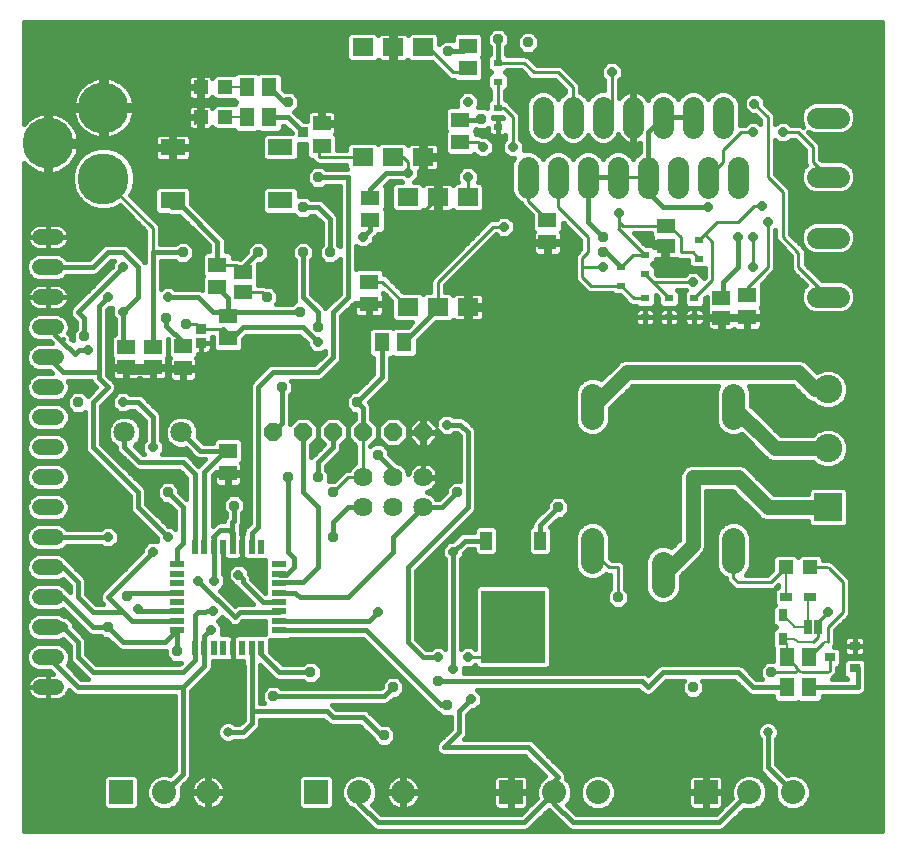
<source format=gtl>
G75*
%MOIN*%
%OFA0B0*%
%FSLAX25Y25*%
%IPPOS*%
%LPD*%
%AMOC8*
5,1,8,0,0,1.08239X$1,22.5*
%
%ADD10R,0.05906X0.05118*%
%ADD11R,0.03150X0.02362*%
%ADD12R,0.03150X0.03937*%
%ADD13R,0.03937X0.03150*%
%ADD14OC8,0.06000*%
%ADD15R,0.02200X0.05000*%
%ADD16R,0.05000X0.02200*%
%ADD17C,0.07087*%
%ADD18C,0.06400*%
%ADD19C,0.17000*%
%ADD20R,0.09500X0.09500*%
%ADD21C,0.09500*%
%ADD22R,0.02500X0.05000*%
%ADD23R,0.07008X0.05984*%
%ADD24R,0.03543X0.03150*%
%ADD25R,0.05118X0.06299*%
%ADD26R,0.06299X0.05118*%
%ADD27R,0.03543X0.03346*%
%ADD28C,0.07050*%
%ADD29C,0.07087*%
%ADD30R,0.08300X0.05500*%
%ADD31C,0.07800*%
%ADD32R,0.04724X0.04724*%
%ADD33R,0.21260X0.24409*%
%ADD34R,0.03937X0.06299*%
%ADD35R,0.08000X0.08000*%
%ADD36C,0.08000*%
%ADD37C,0.05200*%
%ADD38C,0.01600*%
%ADD39OC8,0.03562*%
%ADD40C,0.00800*%
%ADD41C,0.01000*%
%ADD42OC8,0.03200*%
%ADD43R,0.03562X0.03562*%
%ADD44C,0.03200*%
%ADD45C,0.05000*%
D10*
X0074167Y0123060D03*
X0074167Y0130540D03*
X0059167Y0158060D03*
X0059167Y0165540D03*
X0049167Y0165146D03*
X0049167Y0158454D03*
X0040167Y0158454D03*
X0040167Y0165146D03*
X0079167Y0183454D03*
X0079167Y0190146D03*
X0220167Y0198954D03*
X0220167Y0205646D03*
X0238667Y0181646D03*
X0238667Y0174954D03*
D11*
X0229667Y0175150D03*
X0229667Y0181450D03*
X0221167Y0181450D03*
X0221167Y0175150D03*
X0213167Y0175150D03*
X0213167Y0181450D03*
X0213167Y0189650D03*
X0213167Y0195950D03*
X0205167Y0191950D03*
X0205167Y0185650D03*
X0231167Y0194650D03*
X0231167Y0200950D03*
X0164167Y0238650D03*
X0164167Y0244950D03*
X0164167Y0253650D03*
X0164167Y0259950D03*
D12*
X0259167Y0075737D03*
X0259167Y0067863D03*
D13*
X0260230Y0081800D03*
X0268104Y0081800D03*
D14*
X0139167Y0136800D03*
X0129167Y0136800D03*
X0119167Y0136800D03*
X0109167Y0136800D03*
X0099167Y0136800D03*
X0089167Y0136800D03*
D15*
X0085190Y0098700D03*
X0082041Y0098700D03*
X0078891Y0098700D03*
X0075741Y0098700D03*
X0072592Y0098700D03*
X0069442Y0098700D03*
X0066293Y0098700D03*
X0063143Y0098700D03*
X0063143Y0064900D03*
X0066293Y0064900D03*
X0069442Y0064900D03*
X0072592Y0064900D03*
X0075741Y0064900D03*
X0078891Y0064900D03*
X0082041Y0064900D03*
X0085190Y0064900D03*
D16*
X0091067Y0070776D03*
X0091067Y0073926D03*
X0091067Y0077076D03*
X0091067Y0080225D03*
X0091067Y0083375D03*
X0091067Y0086524D03*
X0091067Y0089674D03*
X0091067Y0092824D03*
X0057267Y0092824D03*
X0057267Y0089674D03*
X0057267Y0086524D03*
X0057267Y0083375D03*
X0057267Y0080225D03*
X0057267Y0077076D03*
X0057267Y0073926D03*
X0057267Y0070776D03*
D17*
X0174167Y0218257D02*
X0174167Y0225343D01*
X0184167Y0225343D02*
X0184167Y0218257D01*
X0194167Y0218257D02*
X0194167Y0225343D01*
X0204167Y0225343D02*
X0204167Y0218257D01*
X0214167Y0218257D02*
X0214167Y0225343D01*
X0224167Y0225343D02*
X0224167Y0218257D01*
X0234167Y0218257D02*
X0234167Y0225343D01*
X0244167Y0225343D02*
X0244167Y0218257D01*
X0239167Y0238257D02*
X0239167Y0245343D01*
X0229167Y0245343D02*
X0229167Y0238257D01*
X0219167Y0238257D02*
X0219167Y0245343D01*
X0209167Y0245343D02*
X0209167Y0238257D01*
X0199167Y0238257D02*
X0199167Y0245343D01*
X0189167Y0245343D02*
X0189167Y0238257D01*
X0179167Y0238257D02*
X0179167Y0245343D01*
D18*
X0139167Y0121800D03*
X0139167Y0111800D03*
X0129167Y0111800D03*
X0119167Y0111800D03*
X0119167Y0121800D03*
X0129167Y0121800D03*
D19*
X0032667Y0221363D03*
X0014163Y0233174D03*
X0032667Y0244985D03*
D20*
X0274167Y0111800D03*
D21*
X0274167Y0131485D03*
X0274167Y0151170D03*
D22*
X0270938Y0071800D03*
X0267395Y0071800D03*
D23*
X0154167Y0178513D03*
X0144167Y0178513D03*
X0134167Y0178513D03*
X0134167Y0215087D03*
X0144167Y0215087D03*
X0154167Y0215087D03*
X0139167Y0228513D03*
X0129167Y0228513D03*
X0119167Y0228513D03*
X0119167Y0265087D03*
X0129167Y0265087D03*
X0139167Y0265087D03*
D24*
X0283104Y0065540D03*
X0283104Y0058060D03*
X0274836Y0061800D03*
D25*
X0267907Y0061800D03*
X0260427Y0061800D03*
X0260427Y0051800D03*
X0267907Y0051800D03*
X0132907Y0166800D03*
X0125427Y0166800D03*
X0087907Y0241800D03*
X0080427Y0241800D03*
X0080427Y0251800D03*
X0087907Y0251800D03*
D26*
X0105348Y0239753D03*
X0105348Y0232272D03*
X0121667Y0215040D03*
X0121667Y0207560D03*
X0121167Y0187040D03*
X0121167Y0179560D03*
X0074167Y0175540D03*
X0074167Y0168060D03*
X0070667Y0185060D03*
X0070667Y0192540D03*
X0151667Y0233560D03*
X0151667Y0241040D03*
X0154167Y0258060D03*
X0154167Y0265540D03*
X0180667Y0207540D03*
X0180667Y0200060D03*
X0247167Y0182540D03*
X0247167Y0175060D03*
D27*
X0065167Y0171083D03*
X0065167Y0166517D03*
D28*
X0270642Y0181957D02*
X0277692Y0181957D01*
X0277692Y0201643D02*
X0270642Y0201643D01*
X0270642Y0221957D02*
X0277692Y0221957D01*
X0277692Y0241643D02*
X0270642Y0241643D01*
D29*
X0058667Y0136800D03*
X0039667Y0136800D03*
D30*
X0055767Y0214100D03*
X0055767Y0231800D03*
X0091667Y0231800D03*
X0091667Y0214100D03*
D31*
X0195667Y0149200D02*
X0195667Y0141400D01*
X0195667Y0101200D02*
X0195667Y0093400D01*
X0219167Y0093200D02*
X0219167Y0085400D01*
X0242667Y0093400D02*
X0242667Y0101200D01*
X0242667Y0141400D02*
X0242667Y0149200D01*
D32*
X0260033Y0091800D03*
X0268301Y0091800D03*
X0073301Y0241800D03*
X0065033Y0241800D03*
X0065033Y0251800D03*
X0073301Y0251800D03*
D33*
X0169167Y0071957D03*
D34*
X0178143Y0100698D03*
X0160190Y0100698D03*
D35*
X0168467Y0016800D03*
X0233467Y0016800D03*
X0103467Y0016800D03*
X0038467Y0016800D03*
D36*
X0052946Y0016800D03*
X0067426Y0016800D03*
X0117946Y0016800D03*
X0132426Y0016800D03*
X0182946Y0016800D03*
X0197426Y0016800D03*
X0247946Y0016800D03*
X0262426Y0016800D03*
D37*
X0016767Y0051800D02*
X0011567Y0051800D01*
X0011567Y0061800D02*
X0016767Y0061800D01*
X0016767Y0071800D02*
X0011567Y0071800D01*
X0011567Y0081800D02*
X0016767Y0081800D01*
X0016767Y0091800D02*
X0011567Y0091800D01*
X0011567Y0101800D02*
X0016767Y0101800D01*
X0016767Y0111800D02*
X0011567Y0111800D01*
X0011567Y0121800D02*
X0016767Y0121800D01*
X0016767Y0131800D02*
X0011567Y0131800D01*
X0011567Y0141800D02*
X0016767Y0141800D01*
X0016767Y0151800D02*
X0011567Y0151800D01*
X0011567Y0161800D02*
X0016767Y0161800D01*
X0016767Y0171800D02*
X0011567Y0171800D01*
X0011567Y0181800D02*
X0016767Y0181800D01*
X0016767Y0191800D02*
X0011567Y0191800D01*
X0011567Y0201800D02*
X0016767Y0201800D01*
D38*
X0006167Y0226681D02*
X0006167Y0003800D01*
X0292088Y0003800D01*
X0292088Y0273501D01*
X0006167Y0273501D01*
X0006167Y0239667D01*
X0006470Y0240048D01*
X0007289Y0240866D01*
X0008193Y0241588D01*
X0009173Y0242203D01*
X0010215Y0242705D01*
X0011307Y0243087D01*
X0012435Y0243344D01*
X0013363Y0243449D01*
X0013363Y0233974D01*
X0014963Y0233974D01*
X0024438Y0233974D01*
X0024333Y0234902D01*
X0024076Y0236030D01*
X0023694Y0237122D01*
X0023192Y0238164D01*
X0022576Y0239144D01*
X0021855Y0240048D01*
X0021037Y0240866D01*
X0020132Y0241588D01*
X0019153Y0242203D01*
X0018111Y0242705D01*
X0017019Y0243087D01*
X0015891Y0243344D01*
X0014963Y0243449D01*
X0014963Y0233974D01*
X0014963Y0232374D01*
X0024438Y0232374D01*
X0024333Y0231446D01*
X0024076Y0230318D01*
X0023694Y0229226D01*
X0023192Y0228184D01*
X0022576Y0227204D01*
X0021855Y0226300D01*
X0021037Y0225482D01*
X0020132Y0224760D01*
X0019153Y0224145D01*
X0018111Y0223643D01*
X0017019Y0223261D01*
X0015891Y0223004D01*
X0014963Y0222899D01*
X0014963Y0232374D01*
X0013363Y0232374D01*
X0013363Y0222899D01*
X0012435Y0223004D01*
X0011307Y0223261D01*
X0010215Y0223643D01*
X0009173Y0224145D01*
X0008193Y0224760D01*
X0007289Y0225482D01*
X0006470Y0226300D01*
X0006167Y0226681D01*
X0006167Y0225592D02*
X0007179Y0225592D01*
X0006167Y0223993D02*
X0009488Y0223993D01*
X0006167Y0222395D02*
X0022167Y0222395D01*
X0022167Y0222745D02*
X0022167Y0219981D01*
X0022882Y0217310D01*
X0024265Y0214916D01*
X0026220Y0212961D01*
X0028614Y0211579D01*
X0031284Y0210863D01*
X0034049Y0210863D01*
X0036720Y0211579D01*
X0038112Y0212382D01*
X0046667Y0203827D01*
X0046667Y0198081D01*
X0046367Y0197357D01*
X0046367Y0193560D01*
X0045753Y0194174D01*
X0040753Y0199174D01*
X0039724Y0199600D01*
X0033610Y0199600D01*
X0032581Y0199174D01*
X0031793Y0198386D01*
X0028007Y0194600D01*
X0020472Y0194600D01*
X0019372Y0195700D01*
X0017682Y0196400D01*
X0010652Y0196400D01*
X0008961Y0195700D01*
X0007667Y0194406D01*
X0006967Y0192715D01*
X0006967Y0190885D01*
X0007667Y0189194D01*
X0008961Y0187900D01*
X0010652Y0187200D01*
X0017682Y0187200D01*
X0019372Y0187900D01*
X0020472Y0189000D01*
X0029724Y0189000D01*
X0030753Y0189426D01*
X0035326Y0194000D01*
X0036276Y0194000D01*
X0035567Y0193291D01*
X0035567Y0192160D01*
X0022581Y0179174D01*
X0022581Y0179174D01*
X0021793Y0178386D01*
X0021367Y0177357D01*
X0021367Y0176243D01*
X0021793Y0175214D01*
X0023367Y0173640D01*
X0023367Y0171347D01*
X0022386Y0170366D01*
X0022386Y0167541D01*
X0021967Y0167960D01*
X0021967Y0168357D01*
X0021540Y0169386D01*
X0020978Y0169948D01*
X0021367Y0170885D01*
X0021367Y0172715D01*
X0020666Y0174406D01*
X0019372Y0175700D01*
X0017682Y0176400D01*
X0010652Y0176400D01*
X0008961Y0175700D01*
X0007667Y0174406D01*
X0006967Y0172715D01*
X0006967Y0170885D01*
X0007667Y0169194D01*
X0008961Y0167900D01*
X0010652Y0167200D01*
X0014807Y0167200D01*
X0015607Y0166400D01*
X0010652Y0166400D01*
X0008961Y0165700D01*
X0007667Y0164406D01*
X0006967Y0162715D01*
X0006967Y0160885D01*
X0007667Y0159194D01*
X0008961Y0157900D01*
X0010652Y0157200D01*
X0014807Y0157200D01*
X0015607Y0156400D01*
X0010652Y0156400D01*
X0008961Y0155700D01*
X0007667Y0154406D01*
X0006967Y0152715D01*
X0006967Y0150885D01*
X0007667Y0149194D01*
X0008961Y0147900D01*
X0010652Y0147200D01*
X0017682Y0147200D01*
X0019372Y0147900D01*
X0020666Y0149194D01*
X0021367Y0150885D01*
X0021367Y0152715D01*
X0020834Y0154000D01*
X0028467Y0154000D01*
X0028793Y0153214D01*
X0030207Y0151800D01*
X0027360Y0148954D01*
X0025733Y0150581D01*
X0022600Y0150581D01*
X0020386Y0148366D01*
X0020386Y0145234D01*
X0022600Y0143019D01*
X0025733Y0143019D01*
X0026367Y0143653D01*
X0026367Y0131243D01*
X0026793Y0130214D01*
X0027581Y0129426D01*
X0041367Y0115640D01*
X0041367Y0111243D01*
X0041793Y0110214D01*
X0042581Y0109426D01*
X0050567Y0101440D01*
X0050567Y0100400D01*
X0047675Y0100400D01*
X0045567Y0098291D01*
X0045567Y0097160D01*
X0032581Y0084174D01*
X0031793Y0083386D01*
X0031367Y0082357D01*
X0031367Y0081243D01*
X0031793Y0080214D01*
X0032407Y0079600D01*
X0030326Y0079600D01*
X0026967Y0082960D01*
X0026967Y0087357D01*
X0026540Y0088386D01*
X0021540Y0093386D01*
X0020769Y0094157D01*
X0020666Y0094406D01*
X0019372Y0095700D01*
X0017682Y0096400D01*
X0010652Y0096400D01*
X0008961Y0095700D01*
X0007667Y0094406D01*
X0006967Y0092715D01*
X0006967Y0090885D01*
X0007667Y0089194D01*
X0008961Y0087900D01*
X0010652Y0087200D01*
X0017682Y0087200D01*
X0019184Y0087822D01*
X0021367Y0085640D01*
X0021367Y0083560D01*
X0020769Y0084157D01*
X0020666Y0084406D01*
X0019372Y0085700D01*
X0017682Y0086400D01*
X0010652Y0086400D01*
X0008961Y0085700D01*
X0007667Y0084406D01*
X0006967Y0082715D01*
X0006967Y0080885D01*
X0007667Y0079194D01*
X0008961Y0077900D01*
X0010652Y0077200D01*
X0017682Y0077200D01*
X0019184Y0077822D01*
X0026793Y0070214D01*
X0027581Y0069426D01*
X0028610Y0069000D01*
X0031619Y0069000D01*
X0032600Y0068019D01*
X0033988Y0068019D01*
X0036793Y0065214D01*
X0036793Y0065214D01*
X0037581Y0064426D01*
X0038610Y0064000D01*
X0053386Y0064000D01*
X0053386Y0062234D01*
X0055600Y0060019D01*
X0058426Y0060019D01*
X0058007Y0059600D01*
X0030326Y0059600D01*
X0026967Y0062960D01*
X0026967Y0067357D01*
X0026540Y0068386D01*
X0022767Y0072160D01*
X0022767Y0073291D01*
X0020658Y0075400D01*
X0019672Y0075400D01*
X0019372Y0075700D01*
X0017682Y0076400D01*
X0010652Y0076400D01*
X0008961Y0075700D01*
X0007667Y0074406D01*
X0006967Y0072715D01*
X0006967Y0070885D01*
X0007667Y0069194D01*
X0008961Y0067900D01*
X0010652Y0067200D01*
X0017682Y0067200D01*
X0019184Y0067822D01*
X0021367Y0065640D01*
X0021367Y0061243D01*
X0021793Y0060214D01*
X0022581Y0059426D01*
X0027407Y0054600D01*
X0025326Y0054600D01*
X0020686Y0059241D01*
X0021367Y0060885D01*
X0021367Y0062715D01*
X0020666Y0064406D01*
X0019372Y0065700D01*
X0017682Y0066400D01*
X0010652Y0066400D01*
X0008961Y0065700D01*
X0007667Y0064406D01*
X0006967Y0062715D01*
X0006967Y0060885D01*
X0007667Y0059194D01*
X0008961Y0057900D01*
X0010652Y0057200D01*
X0014807Y0057200D01*
X0015807Y0056200D01*
X0014167Y0056200D01*
X0014167Y0051800D01*
X0014167Y0047400D01*
X0017113Y0047400D01*
X0017797Y0047508D01*
X0018456Y0047722D01*
X0019073Y0048037D01*
X0019633Y0048444D01*
X0020123Y0048934D01*
X0020530Y0049494D01*
X0020844Y0050111D01*
X0021058Y0050770D01*
X0021083Y0050924D01*
X0021793Y0050214D01*
X0022581Y0049426D01*
X0023610Y0049000D01*
X0056367Y0049000D01*
X0056367Y0024180D01*
X0054738Y0022552D01*
X0054140Y0022800D01*
X0051753Y0022800D01*
X0049547Y0021887D01*
X0047860Y0020199D01*
X0046946Y0017993D01*
X0046946Y0015607D01*
X0047860Y0013401D01*
X0049547Y0011713D01*
X0051753Y0010800D01*
X0054140Y0010800D01*
X0056345Y0011713D01*
X0058033Y0013401D01*
X0058946Y0015607D01*
X0058946Y0017993D01*
X0058698Y0018592D01*
X0060753Y0020647D01*
X0061540Y0021434D01*
X0061967Y0022464D01*
X0061967Y0050640D01*
X0067879Y0056552D01*
X0068666Y0057340D01*
X0069093Y0058369D01*
X0069093Y0060400D01*
X0074520Y0060400D01*
X0074720Y0060600D01*
X0075741Y0060600D01*
X0075741Y0064900D01*
X0075742Y0064900D01*
X0075742Y0060600D01*
X0076763Y0060600D01*
X0076963Y0060400D01*
X0079241Y0060400D01*
X0079241Y0059117D01*
X0079367Y0058813D01*
X0079367Y0040960D01*
X0078007Y0039600D01*
X0076458Y0039600D01*
X0076206Y0039852D01*
X0074883Y0040400D01*
X0073451Y0040400D01*
X0072127Y0039852D01*
X0071115Y0038839D01*
X0070567Y0037516D01*
X0070567Y0036084D01*
X0071115Y0034761D01*
X0072127Y0033748D01*
X0073451Y0033200D01*
X0074883Y0033200D01*
X0076206Y0033748D01*
X0076458Y0034000D01*
X0079724Y0034000D01*
X0080753Y0034426D01*
X0083753Y0037426D01*
X0084540Y0038214D01*
X0084967Y0039243D01*
X0084967Y0041000D01*
X0106007Y0041000D01*
X0107581Y0039426D01*
X0108610Y0039000D01*
X0118007Y0039000D01*
X0122386Y0034621D01*
X0122386Y0034234D01*
X0124600Y0032019D01*
X0127733Y0032019D01*
X0129948Y0034234D01*
X0129948Y0037366D01*
X0127733Y0039581D01*
X0125345Y0039581D01*
X0121540Y0043386D01*
X0120753Y0044174D01*
X0119724Y0044600D01*
X0110326Y0044600D01*
X0108926Y0046000D01*
X0126724Y0046000D01*
X0127753Y0046426D01*
X0129345Y0048019D01*
X0130733Y0048019D01*
X0132948Y0050234D01*
X0132948Y0053366D01*
X0130733Y0055581D01*
X0127600Y0055581D01*
X0125386Y0053366D01*
X0125386Y0051979D01*
X0125007Y0051600D01*
X0091714Y0051600D01*
X0090733Y0052581D01*
X0087600Y0052581D01*
X0085386Y0050366D01*
X0085386Y0047234D01*
X0086019Y0046600D01*
X0084967Y0046600D01*
X0084967Y0059087D01*
X0089628Y0054426D01*
X0090657Y0054000D01*
X0099119Y0054000D01*
X0100100Y0053019D01*
X0103233Y0053019D01*
X0105448Y0055234D01*
X0105448Y0058366D01*
X0103233Y0060581D01*
X0100100Y0060581D01*
X0099119Y0059600D01*
X0092374Y0059600D01*
X0088290Y0063683D01*
X0088290Y0067676D01*
X0094395Y0067676D01*
X0094695Y0067976D01*
X0119030Y0067976D01*
X0143581Y0043426D01*
X0144610Y0043000D01*
X0144619Y0043000D01*
X0145600Y0042019D01*
X0148367Y0042019D01*
X0148367Y0037960D01*
X0144581Y0034174D01*
X0144581Y0034174D01*
X0143793Y0033386D01*
X0143367Y0032357D01*
X0143367Y0031243D01*
X0143793Y0030214D01*
X0144581Y0029426D01*
X0145610Y0029000D01*
X0173007Y0029000D01*
X0179953Y0022054D01*
X0179547Y0021887D01*
X0177860Y0020199D01*
X0176946Y0017993D01*
X0176946Y0015607D01*
X0177194Y0015008D01*
X0173942Y0011756D01*
X0174144Y0012105D01*
X0174267Y0012563D01*
X0174267Y0016419D01*
X0168848Y0016419D01*
X0168848Y0017181D01*
X0174267Y0017181D01*
X0174267Y0021037D01*
X0174144Y0021495D01*
X0173907Y0021905D01*
X0173572Y0022240D01*
X0173161Y0022477D01*
X0172704Y0022600D01*
X0168848Y0022600D01*
X0168848Y0017181D01*
X0168086Y0017181D01*
X0168086Y0022600D01*
X0164230Y0022600D01*
X0163772Y0022477D01*
X0163361Y0022240D01*
X0163026Y0021905D01*
X0162789Y0021495D01*
X0162667Y0021037D01*
X0162667Y0017181D01*
X0168085Y0017181D01*
X0168085Y0016419D01*
X0162667Y0016419D01*
X0162667Y0012563D01*
X0162789Y0012105D01*
X0163026Y0011695D01*
X0163361Y0011360D01*
X0163772Y0011123D01*
X0164230Y0011000D01*
X0168086Y0011000D01*
X0168086Y0016419D01*
X0168848Y0016419D01*
X0168848Y0011000D01*
X0172704Y0011000D01*
X0173161Y0011123D01*
X0173511Y0011324D01*
X0171786Y0009600D01*
X0125326Y0009600D01*
X0122279Y0012647D01*
X0123033Y0013401D01*
X0123946Y0015607D01*
X0123946Y0017993D01*
X0123033Y0020199D01*
X0121345Y0021887D01*
X0119140Y0022800D01*
X0116753Y0022800D01*
X0114547Y0021887D01*
X0112860Y0020199D01*
X0111946Y0017993D01*
X0111946Y0015607D01*
X0112860Y0013401D01*
X0114547Y0011713D01*
X0115821Y0011186D01*
X0116360Y0010647D01*
X0122581Y0004426D01*
X0123610Y0004000D01*
X0173503Y0004000D01*
X0174532Y0004426D01*
X0175320Y0005214D01*
X0181056Y0010950D01*
X0181360Y0010647D01*
X0187581Y0004426D01*
X0188610Y0004000D01*
X0238503Y0004000D01*
X0239532Y0004426D01*
X0240320Y0005214D01*
X0246154Y0011048D01*
X0246753Y0010800D01*
X0249140Y0010800D01*
X0251345Y0011713D01*
X0253033Y0013401D01*
X0253946Y0015607D01*
X0253946Y0017993D01*
X0253033Y0020199D01*
X0251345Y0021887D01*
X0249140Y0022800D01*
X0246753Y0022800D01*
X0244547Y0021887D01*
X0242860Y0020199D01*
X0241946Y0017993D01*
X0241946Y0015607D01*
X0242194Y0015008D01*
X0238942Y0011756D01*
X0239144Y0012105D01*
X0239267Y0012563D01*
X0239267Y0016419D01*
X0233848Y0016419D01*
X0233848Y0017181D01*
X0239267Y0017181D01*
X0239267Y0021037D01*
X0239144Y0021495D01*
X0238907Y0021905D01*
X0238572Y0022240D01*
X0238161Y0022477D01*
X0237704Y0022600D01*
X0233848Y0022600D01*
X0233848Y0017181D01*
X0233086Y0017181D01*
X0233086Y0022600D01*
X0229230Y0022600D01*
X0228772Y0022477D01*
X0228361Y0022240D01*
X0228026Y0021905D01*
X0227789Y0021495D01*
X0227667Y0021037D01*
X0227667Y0017181D01*
X0233085Y0017181D01*
X0233085Y0016419D01*
X0227667Y0016419D01*
X0227667Y0012563D01*
X0227789Y0012105D01*
X0228026Y0011695D01*
X0228361Y0011360D01*
X0228772Y0011123D01*
X0229230Y0011000D01*
X0233086Y0011000D01*
X0233086Y0016419D01*
X0233848Y0016419D01*
X0233848Y0011000D01*
X0237704Y0011000D01*
X0238161Y0011123D01*
X0238511Y0011324D01*
X0236786Y0009600D01*
X0190326Y0009600D01*
X0187279Y0012647D01*
X0188033Y0013401D01*
X0188946Y0015607D01*
X0188946Y0017993D01*
X0188033Y0020199D01*
X0186967Y0021265D01*
X0186967Y0022357D01*
X0186540Y0023386D01*
X0185753Y0024174D01*
X0185753Y0024174D01*
X0175753Y0034174D01*
X0174724Y0034600D01*
X0152926Y0034600D01*
X0153540Y0035214D01*
X0153967Y0036243D01*
X0153967Y0042640D01*
X0155526Y0044200D01*
X0156658Y0044200D01*
X0158767Y0046309D01*
X0158767Y0049291D01*
X0157058Y0051000D01*
X0211007Y0051000D01*
X0212581Y0049426D01*
X0213610Y0049000D01*
X0214724Y0049000D01*
X0215753Y0049426D01*
X0216540Y0050214D01*
X0220326Y0054000D01*
X0226019Y0054000D01*
X0225386Y0053366D01*
X0225386Y0050234D01*
X0227600Y0048019D01*
X0230733Y0048019D01*
X0232948Y0050234D01*
X0232948Y0053366D01*
X0232314Y0054000D01*
X0243007Y0054000D01*
X0246793Y0050214D01*
X0247581Y0049426D01*
X0248610Y0049000D01*
X0255867Y0049000D01*
X0255867Y0047822D01*
X0257039Y0046650D01*
X0263814Y0046650D01*
X0264167Y0047003D01*
X0264519Y0046650D01*
X0271294Y0046650D01*
X0272466Y0047822D01*
X0272466Y0049000D01*
X0284724Y0049000D01*
X0285753Y0049426D01*
X0286540Y0050214D01*
X0286967Y0051243D01*
X0286967Y0058617D01*
X0286875Y0058837D01*
X0286875Y0060463D01*
X0285704Y0061635D01*
X0280504Y0061635D01*
X0279332Y0060463D01*
X0279332Y0055657D01*
X0280389Y0054600D01*
X0275388Y0054600D01*
X0275583Y0054681D01*
X0275959Y0055057D01*
X0275970Y0055067D01*
X0276286Y0055384D01*
X0276311Y0055409D01*
X0276803Y0055901D01*
X0277336Y0057187D01*
X0277336Y0058225D01*
X0277436Y0058225D01*
X0278608Y0059397D01*
X0278608Y0064203D01*
X0277436Y0065375D01*
X0276277Y0065375D01*
X0276286Y0065384D01*
X0276667Y0066303D01*
X0276667Y0070764D01*
X0280583Y0074681D01*
X0281286Y0075384D01*
X0281667Y0076303D01*
X0281667Y0087297D01*
X0281286Y0088216D01*
X0275876Y0093627D01*
X0275169Y0093919D01*
X0274250Y0094300D01*
X0272663Y0094300D01*
X0272663Y0094991D01*
X0271491Y0096162D01*
X0265110Y0096162D01*
X0264167Y0095219D01*
X0263223Y0096162D01*
X0256842Y0096162D01*
X0255671Y0094991D01*
X0255671Y0090973D01*
X0253997Y0089300D01*
X0246910Y0089300D01*
X0247668Y0090058D01*
X0248567Y0092226D01*
X0248567Y0102374D01*
X0247668Y0104542D01*
X0246009Y0106202D01*
X0243840Y0107100D01*
X0241493Y0107100D01*
X0239325Y0106202D01*
X0237665Y0104542D01*
X0236767Y0102374D01*
X0236767Y0092226D01*
X0237665Y0090058D01*
X0239325Y0088398D01*
X0240167Y0088049D01*
X0240167Y0087803D01*
X0240547Y0086884D01*
X0241251Y0086181D01*
X0242751Y0084681D01*
X0243669Y0084300D01*
X0255530Y0084300D01*
X0256449Y0084681D01*
X0257152Y0085384D01*
X0257633Y0085864D01*
X0257633Y0085375D01*
X0257433Y0085375D01*
X0256261Y0084203D01*
X0256261Y0079397D01*
X0256358Y0079300D01*
X0255592Y0078534D01*
X0255592Y0072940D01*
X0256732Y0071800D01*
X0255592Y0070660D01*
X0255592Y0065066D01*
X0255867Y0064790D01*
X0255867Y0060581D01*
X0253600Y0060581D01*
X0251386Y0058366D01*
X0251386Y0055234D01*
X0252019Y0054600D01*
X0250326Y0054600D01*
X0245753Y0059174D01*
X0244724Y0059600D01*
X0218610Y0059600D01*
X0217581Y0059174D01*
X0216793Y0058386D01*
X0214167Y0055760D01*
X0213753Y0056174D01*
X0212724Y0056600D01*
X0152767Y0056600D01*
X0152767Y0058200D01*
X0155658Y0058200D01*
X0156537Y0059079D01*
X0156537Y0058924D01*
X0157708Y0057753D01*
X0180625Y0057753D01*
X0181797Y0058924D01*
X0181797Y0084991D01*
X0180625Y0086162D01*
X0157708Y0086162D01*
X0156537Y0084991D01*
X0156537Y0064521D01*
X0155658Y0065400D01*
X0152675Y0065400D01*
X0151967Y0064691D01*
X0151967Y0094509D01*
X0152767Y0095309D01*
X0152767Y0096440D01*
X0154224Y0097898D01*
X0156222Y0097898D01*
X0156222Y0096720D01*
X0157393Y0095548D01*
X0162987Y0095548D01*
X0164159Y0096720D01*
X0164159Y0104676D01*
X0162987Y0105847D01*
X0157393Y0105847D01*
X0156222Y0104676D01*
X0156222Y0103498D01*
X0152507Y0103498D01*
X0151478Y0103071D01*
X0148807Y0100400D01*
X0147675Y0100400D01*
X0145567Y0098291D01*
X0145567Y0095309D01*
X0146367Y0094509D01*
X0146367Y0064691D01*
X0145658Y0065400D01*
X0142675Y0065400D01*
X0141875Y0064600D01*
X0140326Y0064600D01*
X0136967Y0067960D01*
X0136967Y0090640D01*
X0156540Y0110214D01*
X0156967Y0111243D01*
X0156967Y0137357D01*
X0156540Y0138386D01*
X0155753Y0139174D01*
X0155753Y0139174D01*
X0154040Y0140886D01*
X0153253Y0141674D01*
X0152224Y0142100D01*
X0149458Y0142100D01*
X0148658Y0142900D01*
X0145675Y0142900D01*
X0143567Y0140791D01*
X0143567Y0139188D01*
X0141155Y0141600D01*
X0139367Y0141600D01*
X0139367Y0137000D01*
X0143967Y0137000D01*
X0143967Y0137409D01*
X0145675Y0135700D01*
X0148658Y0135700D01*
X0149458Y0136500D01*
X0150507Y0136500D01*
X0151367Y0135640D01*
X0151367Y0120581D01*
X0149100Y0120581D01*
X0146886Y0118366D01*
X0146886Y0116979D01*
X0144507Y0114600D01*
X0143635Y0114600D01*
X0143575Y0114746D01*
X0142112Y0116208D01*
X0140365Y0116932D01*
X0141086Y0117166D01*
X0141787Y0117524D01*
X0142424Y0117986D01*
X0142980Y0118543D01*
X0143443Y0119179D01*
X0143800Y0119881D01*
X0144044Y0120629D01*
X0144167Y0121406D01*
X0144167Y0121714D01*
X0139253Y0121714D01*
X0139253Y0121886D01*
X0144167Y0121886D01*
X0144167Y0122194D01*
X0144044Y0122971D01*
X0143800Y0123719D01*
X0143443Y0124421D01*
X0142980Y0125057D01*
X0142424Y0125614D01*
X0141787Y0126076D01*
X0141086Y0126434D01*
X0140337Y0126677D01*
X0139560Y0126800D01*
X0139252Y0126800D01*
X0139252Y0121886D01*
X0139081Y0121886D01*
X0139081Y0126800D01*
X0138773Y0126800D01*
X0137996Y0126677D01*
X0137247Y0126434D01*
X0136546Y0126076D01*
X0135909Y0125614D01*
X0135353Y0125057D01*
X0134890Y0124421D01*
X0134533Y0123719D01*
X0134299Y0122998D01*
X0133575Y0124746D01*
X0132112Y0126208D01*
X0130586Y0126841D01*
X0127948Y0129479D01*
X0127948Y0130866D01*
X0125733Y0133081D01*
X0122600Y0133081D01*
X0121667Y0132147D01*
X0121667Y0132229D01*
X0124167Y0134729D01*
X0127096Y0131800D01*
X0131238Y0131800D01*
X0134167Y0134729D01*
X0134167Y0138871D01*
X0131238Y0141800D01*
X0127096Y0141800D01*
X0124167Y0138871D01*
X0124167Y0134729D01*
X0124167Y0138871D01*
X0121967Y0141071D01*
X0121967Y0145357D01*
X0121540Y0146386D01*
X0121126Y0146800D01*
X0127800Y0153474D01*
X0128226Y0154503D01*
X0128226Y0161650D01*
X0128814Y0161650D01*
X0129167Y0162003D01*
X0129519Y0161650D01*
X0136294Y0161650D01*
X0137466Y0162822D01*
X0137466Y0167399D01*
X0143587Y0173520D01*
X0148499Y0173520D01*
X0149308Y0174330D01*
X0149557Y0174080D01*
X0149968Y0173843D01*
X0150426Y0173720D01*
X0153471Y0173720D01*
X0153471Y0177816D01*
X0154863Y0177816D01*
X0154863Y0173720D01*
X0157908Y0173720D01*
X0158365Y0173843D01*
X0158776Y0174080D01*
X0159111Y0174415D01*
X0159348Y0174826D01*
X0159471Y0175283D01*
X0159471Y0177817D01*
X0154863Y0177817D01*
X0154863Y0179209D01*
X0153471Y0179209D01*
X0153471Y0183305D01*
X0150426Y0183305D01*
X0149968Y0183182D01*
X0149557Y0182945D01*
X0149308Y0182696D01*
X0148499Y0183505D01*
X0146667Y0183505D01*
X0146667Y0185764D01*
X0163639Y0202737D01*
X0164675Y0201700D01*
X0167658Y0201700D01*
X0169767Y0203809D01*
X0169767Y0206791D01*
X0167658Y0208900D01*
X0164675Y0208900D01*
X0163575Y0207800D01*
X0162169Y0207800D01*
X0161251Y0207419D01*
X0142047Y0188216D01*
X0141667Y0187297D01*
X0141667Y0183505D01*
X0139834Y0183505D01*
X0139167Y0182837D01*
X0138499Y0183505D01*
X0132710Y0183505D01*
X0127055Y0189160D01*
X0126316Y0189466D01*
X0126316Y0190428D01*
X0125145Y0191599D01*
X0117189Y0191599D01*
X0116967Y0191377D01*
X0116967Y0198909D01*
X0117675Y0198200D01*
X0120658Y0198200D01*
X0122767Y0200309D01*
X0122767Y0201440D01*
X0124040Y0202714D01*
X0124159Y0203001D01*
X0125645Y0203001D01*
X0126816Y0204172D01*
X0126816Y0210947D01*
X0126464Y0211300D01*
X0126816Y0211653D01*
X0126816Y0218428D01*
X0126415Y0218829D01*
X0128086Y0220500D01*
X0131876Y0220500D01*
X0132296Y0220080D01*
X0129834Y0220080D01*
X0128663Y0218908D01*
X0128663Y0211267D01*
X0129834Y0210095D01*
X0138499Y0210095D01*
X0139308Y0210904D01*
X0139557Y0210655D01*
X0139968Y0210418D01*
X0140426Y0210295D01*
X0143471Y0210295D01*
X0143471Y0214391D01*
X0144863Y0214391D01*
X0144863Y0210295D01*
X0147908Y0210295D01*
X0148365Y0210418D01*
X0148776Y0210655D01*
X0149025Y0210904D01*
X0149834Y0210095D01*
X0158499Y0210095D01*
X0159671Y0211267D01*
X0159671Y0218908D01*
X0158499Y0220080D01*
X0157537Y0220080D01*
X0157767Y0220309D01*
X0157767Y0223291D01*
X0155658Y0225400D01*
X0152675Y0225400D01*
X0150567Y0223291D01*
X0150567Y0220309D01*
X0150796Y0220080D01*
X0149834Y0220080D01*
X0149025Y0219270D01*
X0148776Y0219520D01*
X0148365Y0219757D01*
X0147908Y0219880D01*
X0144863Y0219880D01*
X0144863Y0215784D01*
X0143471Y0215784D01*
X0143471Y0219880D01*
X0140426Y0219880D01*
X0139968Y0219757D01*
X0139557Y0219520D01*
X0139308Y0219270D01*
X0138499Y0220080D01*
X0136037Y0220080D01*
X0137767Y0221809D01*
X0137767Y0223720D01*
X0138471Y0223720D01*
X0138471Y0227816D01*
X0139863Y0227816D01*
X0139863Y0223720D01*
X0142908Y0223720D01*
X0143365Y0223843D01*
X0143776Y0224080D01*
X0144111Y0224415D01*
X0144348Y0224826D01*
X0144471Y0225283D01*
X0144471Y0227817D01*
X0139863Y0227817D01*
X0139863Y0229209D01*
X0138471Y0229209D01*
X0138471Y0233305D01*
X0135426Y0233305D01*
X0134968Y0233182D01*
X0134557Y0232945D01*
X0134308Y0232696D01*
X0133499Y0233505D01*
X0124834Y0233505D01*
X0124167Y0232837D01*
X0123499Y0233505D01*
X0114834Y0233505D01*
X0113663Y0232333D01*
X0113663Y0231013D01*
X0110497Y0231013D01*
X0110497Y0235660D01*
X0109986Y0236172D01*
X0110175Y0236499D01*
X0110297Y0236957D01*
X0110297Y0239273D01*
X0105827Y0239273D01*
X0105827Y0240232D01*
X0104868Y0240232D01*
X0104868Y0244112D01*
X0101961Y0244112D01*
X0101503Y0243989D01*
X0101093Y0243752D01*
X0100758Y0243417D01*
X0100521Y0243007D01*
X0100398Y0242549D01*
X0100398Y0240581D01*
X0099345Y0240581D01*
X0096320Y0243606D01*
X0097948Y0245234D01*
X0097948Y0248366D01*
X0095733Y0250581D01*
X0093086Y0250581D01*
X0092466Y0251201D01*
X0092466Y0255778D01*
X0091294Y0256950D01*
X0084519Y0256950D01*
X0084167Y0256597D01*
X0083814Y0256950D01*
X0077039Y0256950D01*
X0076252Y0256162D01*
X0070110Y0256162D01*
X0068974Y0255027D01*
X0068835Y0255267D01*
X0068500Y0255603D01*
X0068090Y0255840D01*
X0067632Y0255962D01*
X0065414Y0255962D01*
X0065414Y0252181D01*
X0064652Y0252181D01*
X0064652Y0255962D01*
X0062434Y0255962D01*
X0061976Y0255840D01*
X0061565Y0255603D01*
X0061230Y0255267D01*
X0060993Y0254857D01*
X0060871Y0254399D01*
X0060871Y0252181D01*
X0064652Y0252181D01*
X0064652Y0251419D01*
X0065414Y0251419D01*
X0065414Y0247638D01*
X0067632Y0247638D01*
X0068090Y0247760D01*
X0068500Y0247997D01*
X0068835Y0248333D01*
X0068974Y0248573D01*
X0070110Y0247438D01*
X0076252Y0247438D01*
X0076889Y0246800D01*
X0076252Y0246162D01*
X0070110Y0246162D01*
X0068974Y0245027D01*
X0068835Y0245267D01*
X0068500Y0245603D01*
X0068090Y0245840D01*
X0067632Y0245962D01*
X0065414Y0245962D01*
X0065414Y0242181D01*
X0064652Y0242181D01*
X0064652Y0245962D01*
X0062434Y0245962D01*
X0061976Y0245840D01*
X0061565Y0245603D01*
X0061230Y0245267D01*
X0060993Y0244857D01*
X0060871Y0244399D01*
X0060871Y0242181D01*
X0064652Y0242181D01*
X0064652Y0241419D01*
X0065414Y0241419D01*
X0065414Y0237638D01*
X0067632Y0237638D01*
X0068090Y0237760D01*
X0068500Y0237997D01*
X0068835Y0238333D01*
X0068974Y0238573D01*
X0070110Y0237438D01*
X0076252Y0237438D01*
X0077039Y0236650D01*
X0083814Y0236650D01*
X0084167Y0237003D01*
X0084519Y0236650D01*
X0091294Y0236650D01*
X0092466Y0237822D01*
X0092466Y0239000D01*
X0093007Y0239000D01*
X0095386Y0236621D01*
X0095386Y0236550D01*
X0086688Y0236550D01*
X0085517Y0235378D01*
X0085517Y0228222D01*
X0086688Y0227050D01*
X0096645Y0227050D01*
X0097817Y0228222D01*
X0097817Y0233019D01*
X0100198Y0233019D01*
X0100198Y0228885D01*
X0101370Y0227713D01*
X0102244Y0227713D01*
X0102500Y0227096D01*
X0103203Y0226393D01*
X0104122Y0226013D01*
X0113663Y0226013D01*
X0113663Y0224692D01*
X0113755Y0224600D01*
X0106714Y0224600D01*
X0105733Y0225581D01*
X0102600Y0225581D01*
X0100386Y0223366D01*
X0100386Y0220234D01*
X0102600Y0218019D01*
X0105733Y0218019D01*
X0106714Y0219000D01*
X0111367Y0219000D01*
X0111367Y0198947D01*
X0110967Y0199347D01*
X0110967Y0208357D01*
X0110540Y0209386D01*
X0106540Y0213386D01*
X0105753Y0214174D01*
X0104724Y0214600D01*
X0101714Y0214600D01*
X0100733Y0215581D01*
X0097817Y0215581D01*
X0097817Y0217678D01*
X0096645Y0218850D01*
X0086688Y0218850D01*
X0085517Y0217678D01*
X0085517Y0210522D01*
X0086688Y0209350D01*
X0096269Y0209350D01*
X0097600Y0208019D01*
X0100733Y0208019D01*
X0101714Y0209000D01*
X0103007Y0209000D01*
X0105367Y0206640D01*
X0105367Y0199347D01*
X0104386Y0198366D01*
X0104386Y0195234D01*
X0106600Y0193019D01*
X0109733Y0193019D01*
X0111367Y0194653D01*
X0111367Y0182960D01*
X0107581Y0179174D01*
X0106793Y0178386D01*
X0106667Y0178081D01*
X0106540Y0178386D01*
X0105753Y0179174D01*
X0101967Y0182960D01*
X0101967Y0194253D01*
X0102948Y0195234D01*
X0102948Y0198366D01*
X0100733Y0200581D01*
X0097600Y0200581D01*
X0095386Y0198366D01*
X0095386Y0195234D01*
X0096367Y0194253D01*
X0096367Y0181243D01*
X0096641Y0180581D01*
X0096600Y0180581D01*
X0095619Y0179600D01*
X0090314Y0179600D01*
X0090948Y0180234D01*
X0090948Y0183366D01*
X0088733Y0185581D01*
X0086910Y0185581D01*
X0086010Y0185954D01*
X0084119Y0185954D01*
X0084119Y0192793D01*
X0084345Y0193019D01*
X0085733Y0193019D01*
X0087948Y0195234D01*
X0087948Y0198366D01*
X0085733Y0200581D01*
X0082600Y0200581D01*
X0080386Y0198366D01*
X0080386Y0196979D01*
X0078112Y0194705D01*
X0078078Y0194705D01*
X0077270Y0195040D01*
X0075816Y0195040D01*
X0075816Y0195928D01*
X0074645Y0197099D01*
X0073467Y0197099D01*
X0073467Y0200857D01*
X0073040Y0201886D01*
X0072253Y0202674D01*
X0072253Y0202674D01*
X0061917Y0213010D01*
X0061917Y0217678D01*
X0060745Y0218850D01*
X0050788Y0218850D01*
X0049617Y0217678D01*
X0049617Y0210522D01*
X0050788Y0209350D01*
X0054165Y0209350D01*
X0055010Y0209000D01*
X0058007Y0209000D01*
X0067867Y0199140D01*
X0067867Y0197099D01*
X0066689Y0197099D01*
X0065517Y0195928D01*
X0065517Y0189153D01*
X0065870Y0188800D01*
X0065517Y0188447D01*
X0065517Y0184271D01*
X0064724Y0184600D01*
X0056458Y0184600D01*
X0055658Y0185400D01*
X0052675Y0185400D01*
X0051967Y0184691D01*
X0051967Y0194000D01*
X0056619Y0194000D01*
X0057600Y0193019D01*
X0060733Y0193019D01*
X0062948Y0195234D01*
X0062948Y0198366D01*
X0060733Y0200581D01*
X0057600Y0200581D01*
X0056619Y0199600D01*
X0051667Y0199600D01*
X0051667Y0205360D01*
X0051286Y0206279D01*
X0041647Y0215918D01*
X0042451Y0217310D01*
X0043167Y0219981D01*
X0043167Y0222745D01*
X0042451Y0225416D01*
X0041069Y0227810D01*
X0039114Y0229765D01*
X0036720Y0231147D01*
X0034049Y0231863D01*
X0031284Y0231863D01*
X0028614Y0231147D01*
X0026220Y0229765D01*
X0024265Y0227810D01*
X0022882Y0225416D01*
X0022167Y0222745D01*
X0022501Y0223993D02*
X0018837Y0223993D01*
X0021147Y0225592D02*
X0022984Y0225592D01*
X0022565Y0227190D02*
X0023907Y0227190D01*
X0023483Y0228789D02*
X0025243Y0228789D01*
X0024091Y0230387D02*
X0027297Y0230387D01*
X0024394Y0231986D02*
X0055192Y0231986D01*
X0055192Y0232375D02*
X0055192Y0231225D01*
X0056342Y0231225D01*
X0056342Y0232375D01*
X0061717Y0232375D01*
X0061717Y0234787D01*
X0061594Y0235245D01*
X0061357Y0235655D01*
X0061022Y0235990D01*
X0060611Y0236227D01*
X0060154Y0236350D01*
X0056342Y0236350D01*
X0056342Y0232375D01*
X0055192Y0232375D01*
X0055192Y0236350D01*
X0051380Y0236350D01*
X0050922Y0236227D01*
X0050511Y0235990D01*
X0050176Y0235655D01*
X0049939Y0235245D01*
X0049817Y0234787D01*
X0049817Y0232375D01*
X0055192Y0232375D01*
X0055192Y0231225D02*
X0049817Y0231225D01*
X0049817Y0228813D01*
X0049939Y0228355D01*
X0050176Y0227945D01*
X0050511Y0227610D01*
X0050922Y0227373D01*
X0051380Y0227250D01*
X0055192Y0227250D01*
X0055192Y0231225D01*
X0055192Y0230387D02*
X0056342Y0230387D01*
X0056342Y0231225D02*
X0056342Y0227250D01*
X0060154Y0227250D01*
X0060611Y0227373D01*
X0061022Y0227610D01*
X0061357Y0227945D01*
X0061594Y0228355D01*
X0061717Y0228813D01*
X0061717Y0231225D01*
X0056342Y0231225D01*
X0056342Y0231986D02*
X0085517Y0231986D01*
X0085517Y0233584D02*
X0061717Y0233584D01*
X0061611Y0235183D02*
X0085517Y0235183D01*
X0084389Y0236781D02*
X0083945Y0236781D01*
X0087907Y0241800D02*
X0094167Y0241800D01*
X0099167Y0236800D01*
X0095226Y0236781D02*
X0091425Y0236781D01*
X0092466Y0238380D02*
X0093627Y0238380D01*
X0096751Y0243175D02*
X0100618Y0243175D01*
X0100398Y0241577D02*
X0098350Y0241577D01*
X0097488Y0244774D02*
X0146863Y0244774D01*
X0146517Y0244428D02*
X0146517Y0237653D01*
X0146870Y0237300D01*
X0146517Y0236947D01*
X0146517Y0230172D01*
X0147689Y0229001D01*
X0155645Y0229001D01*
X0156260Y0229616D01*
X0157675Y0228200D01*
X0160658Y0228200D01*
X0162767Y0230309D01*
X0162767Y0233291D01*
X0160658Y0235400D01*
X0159102Y0235400D01*
X0158823Y0235679D01*
X0157904Y0236060D01*
X0156816Y0236060D01*
X0156816Y0236947D01*
X0156464Y0237300D01*
X0156816Y0237653D01*
X0156816Y0237803D01*
X0157100Y0237519D01*
X0160233Y0237519D01*
X0160792Y0238078D01*
X0160792Y0237232D01*
X0160915Y0236775D01*
X0161151Y0236364D01*
X0161487Y0236029D01*
X0161897Y0235792D01*
X0162355Y0235669D01*
X0164167Y0235669D01*
X0165978Y0235669D01*
X0166436Y0235792D01*
X0166667Y0235925D01*
X0166667Y0234391D01*
X0165567Y0233291D01*
X0165567Y0230309D01*
X0167675Y0228200D01*
X0169350Y0228200D01*
X0168623Y0226446D01*
X0168623Y0217154D01*
X0169467Y0215117D01*
X0171027Y0213557D01*
X0171792Y0213240D01*
X0172047Y0212624D01*
X0172751Y0211921D01*
X0175517Y0209154D01*
X0175517Y0204153D01*
X0176029Y0203641D01*
X0175840Y0203314D01*
X0175717Y0202856D01*
X0175717Y0200539D01*
X0180187Y0200539D01*
X0180187Y0199580D01*
X0181146Y0199580D01*
X0181146Y0195701D01*
X0184053Y0195701D01*
X0184511Y0195823D01*
X0184921Y0196060D01*
X0185257Y0196396D01*
X0185494Y0196806D01*
X0185616Y0197264D01*
X0185616Y0199580D01*
X0181146Y0199580D01*
X0181146Y0200539D01*
X0185616Y0200539D01*
X0185616Y0202856D01*
X0185494Y0203314D01*
X0185305Y0203641D01*
X0185816Y0204153D01*
X0185816Y0206615D01*
X0191667Y0200764D01*
X0191667Y0197836D01*
X0190197Y0196366D01*
X0189816Y0195447D01*
X0189816Y0188003D01*
X0190197Y0187085D01*
X0193751Y0183531D01*
X0194669Y0183150D01*
X0202082Y0183150D01*
X0202763Y0182469D01*
X0204812Y0182469D01*
X0207248Y0180033D01*
X0207951Y0179330D01*
X0208870Y0178950D01*
X0210082Y0178950D01*
X0210763Y0178269D01*
X0215570Y0178269D01*
X0216741Y0179440D01*
X0216741Y0182540D01*
X0217592Y0181690D01*
X0217592Y0179440D01*
X0218763Y0178269D01*
X0223570Y0178269D01*
X0224741Y0179440D01*
X0224741Y0183459D01*
X0223901Y0184300D01*
X0226575Y0184300D01*
X0226754Y0184121D01*
X0226092Y0183459D01*
X0226092Y0179440D01*
X0227263Y0178269D01*
X0232070Y0178269D01*
X0233241Y0179440D01*
X0233241Y0181489D01*
X0233714Y0181961D01*
X0233714Y0178259D01*
X0233979Y0177994D01*
X0233914Y0177750D01*
X0233914Y0175433D01*
X0238187Y0175433D01*
X0238187Y0174474D01*
X0233914Y0174474D01*
X0233914Y0172158D01*
X0234037Y0171700D01*
X0234274Y0171289D01*
X0234609Y0170954D01*
X0235019Y0170717D01*
X0235477Y0170594D01*
X0238187Y0170594D01*
X0238187Y0174474D01*
X0239146Y0174474D01*
X0239146Y0170594D01*
X0241856Y0170594D01*
X0242314Y0170717D01*
X0242725Y0170954D01*
X0242871Y0171101D01*
X0242912Y0171060D01*
X0243322Y0170823D01*
X0243780Y0170701D01*
X0246687Y0170701D01*
X0246687Y0174580D01*
X0247646Y0174580D01*
X0247646Y0170701D01*
X0250553Y0170701D01*
X0251011Y0170823D01*
X0251421Y0171060D01*
X0251757Y0171396D01*
X0251994Y0171806D01*
X0252116Y0172264D01*
X0252116Y0174580D01*
X0247646Y0174580D01*
X0247646Y0175539D01*
X0252116Y0175539D01*
X0252116Y0177856D01*
X0251994Y0178314D01*
X0251805Y0178641D01*
X0252316Y0179153D01*
X0252316Y0185928D01*
X0252073Y0186171D01*
X0256286Y0190384D01*
X0256667Y0191303D01*
X0256667Y0204209D01*
X0256667Y0201303D01*
X0257047Y0200384D01*
X0261824Y0195607D01*
X0261824Y0191303D01*
X0262205Y0190384D01*
X0262908Y0189681D01*
X0266730Y0185859D01*
X0265958Y0185087D01*
X0265117Y0183056D01*
X0265117Y0180858D01*
X0265958Y0178828D01*
X0267512Y0177274D01*
X0269543Y0176432D01*
X0278791Y0176432D01*
X0280821Y0177274D01*
X0282376Y0178828D01*
X0283217Y0180858D01*
X0283217Y0183056D01*
X0282376Y0185087D01*
X0280821Y0186641D01*
X0278791Y0187482D01*
X0272177Y0187482D01*
X0266824Y0192836D01*
X0266824Y0197140D01*
X0266466Y0198005D01*
X0267512Y0196959D01*
X0269543Y0196118D01*
X0278791Y0196118D01*
X0280821Y0196959D01*
X0282376Y0198513D01*
X0283217Y0200544D01*
X0283217Y0202742D01*
X0282376Y0204772D01*
X0280821Y0206326D01*
X0278791Y0207168D01*
X0269543Y0207168D01*
X0267512Y0206326D01*
X0265958Y0204772D01*
X0265117Y0202742D01*
X0265117Y0200544D01*
X0265936Y0198567D01*
X0265740Y0198762D01*
X0261667Y0202836D01*
X0261667Y0217297D01*
X0261286Y0218216D01*
X0260583Y0218919D01*
X0256667Y0222836D01*
X0256667Y0234209D01*
X0257675Y0233200D01*
X0260658Y0233200D01*
X0261758Y0234300D01*
X0263131Y0234300D01*
X0266667Y0230764D01*
X0266667Y0226303D01*
X0266815Y0225944D01*
X0265958Y0225087D01*
X0265117Y0223056D01*
X0265117Y0220858D01*
X0265958Y0218828D01*
X0267512Y0217274D01*
X0269543Y0216432D01*
X0278791Y0216432D01*
X0280821Y0217274D01*
X0282376Y0218828D01*
X0283217Y0220858D01*
X0283217Y0223056D01*
X0282376Y0225087D01*
X0280821Y0226641D01*
X0278791Y0227482D01*
X0272177Y0227482D01*
X0271667Y0227993D01*
X0271667Y0232297D01*
X0271286Y0233216D01*
X0267566Y0236936D01*
X0269543Y0236118D01*
X0278791Y0236118D01*
X0280821Y0236959D01*
X0282376Y0238513D01*
X0283217Y0240544D01*
X0283217Y0242742D01*
X0282376Y0244772D01*
X0280821Y0246326D01*
X0278791Y0247168D01*
X0269543Y0247168D01*
X0267512Y0246326D01*
X0265958Y0244772D01*
X0265117Y0242742D01*
X0265117Y0240544D01*
X0265936Y0238567D01*
X0265583Y0238919D01*
X0264664Y0239300D01*
X0261758Y0239300D01*
X0260658Y0240400D01*
X0257675Y0240400D01*
X0256667Y0239391D01*
X0256667Y0242297D01*
X0256286Y0243216D01*
X0255583Y0243919D01*
X0253267Y0246236D01*
X0253267Y0247791D01*
X0251158Y0249900D01*
X0248175Y0249900D01*
X0246067Y0247791D01*
X0246067Y0244809D01*
X0248175Y0242700D01*
X0249731Y0242700D01*
X0251667Y0240764D01*
X0251667Y0239391D01*
X0250658Y0240400D01*
X0247675Y0240400D01*
X0246575Y0239300D01*
X0244710Y0239300D01*
X0244710Y0246446D01*
X0243866Y0248483D01*
X0242307Y0250043D01*
X0240269Y0250887D01*
X0238064Y0250887D01*
X0236027Y0250043D01*
X0234467Y0248483D01*
X0234167Y0247758D01*
X0233866Y0248483D01*
X0232307Y0250043D01*
X0230269Y0250887D01*
X0228064Y0250887D01*
X0226027Y0250043D01*
X0224467Y0248483D01*
X0224167Y0247758D01*
X0223866Y0248483D01*
X0222307Y0250043D01*
X0220269Y0250887D01*
X0218064Y0250887D01*
X0216027Y0250043D01*
X0214467Y0248483D01*
X0214062Y0247505D01*
X0213737Y0248144D01*
X0213242Y0248824D01*
X0212648Y0249419D01*
X0211967Y0249913D01*
X0211218Y0250295D01*
X0210418Y0250555D01*
X0209587Y0250687D01*
X0209548Y0250687D01*
X0209548Y0242181D01*
X0208786Y0242181D01*
X0208786Y0250687D01*
X0208746Y0250687D01*
X0207915Y0250555D01*
X0207116Y0250295D01*
X0206366Y0249913D01*
X0205686Y0249419D01*
X0205091Y0248824D01*
X0204667Y0248240D01*
X0204667Y0254209D01*
X0205767Y0255309D01*
X0205767Y0258291D01*
X0203658Y0260400D01*
X0200675Y0260400D01*
X0198567Y0258291D01*
X0198567Y0255309D01*
X0199667Y0254209D01*
X0199667Y0250887D01*
X0198064Y0250887D01*
X0196027Y0250043D01*
X0194467Y0248483D01*
X0194167Y0247758D01*
X0193866Y0248483D01*
X0192307Y0250043D01*
X0191667Y0250308D01*
X0191667Y0252297D01*
X0191286Y0253216D01*
X0185583Y0258919D01*
X0184664Y0259300D01*
X0177053Y0259300D01*
X0174284Y0262069D01*
X0173365Y0262450D01*
X0167251Y0262450D01*
X0166967Y0262734D01*
X0166967Y0265253D01*
X0167948Y0266234D01*
X0167948Y0269366D01*
X0165733Y0271581D01*
X0162600Y0271581D01*
X0160386Y0269366D01*
X0160386Y0266234D01*
X0161367Y0265253D01*
X0161367Y0262734D01*
X0160592Y0261959D01*
X0160592Y0257940D01*
X0161732Y0256800D01*
X0160592Y0255660D01*
X0160592Y0251641D01*
X0161667Y0250566D01*
X0161667Y0248034D01*
X0160592Y0246959D01*
X0160592Y0244722D01*
X0160233Y0245081D01*
X0157539Y0245081D01*
X0157767Y0245309D01*
X0157767Y0248291D01*
X0155658Y0250400D01*
X0152675Y0250400D01*
X0150567Y0248291D01*
X0150567Y0245599D01*
X0147689Y0245599D01*
X0146517Y0244428D01*
X0146517Y0243175D02*
X0110077Y0243175D01*
X0110175Y0243007D02*
X0109938Y0243417D01*
X0109603Y0243752D01*
X0109192Y0243989D01*
X0108734Y0244112D01*
X0105827Y0244112D01*
X0105827Y0240232D01*
X0110297Y0240232D01*
X0110297Y0242549D01*
X0110175Y0243007D01*
X0110297Y0241577D02*
X0146517Y0241577D01*
X0146517Y0239978D02*
X0105827Y0239978D01*
X0105827Y0241577D02*
X0104868Y0241577D01*
X0104868Y0243175D02*
X0105827Y0243175D01*
X0110297Y0238380D02*
X0146517Y0238380D01*
X0146517Y0236781D02*
X0110250Y0236781D01*
X0110497Y0235183D02*
X0146517Y0235183D01*
X0146517Y0233584D02*
X0110497Y0233584D01*
X0110497Y0231986D02*
X0113663Y0231986D01*
X0113663Y0225592D02*
X0042350Y0225592D01*
X0042832Y0223993D02*
X0101012Y0223993D01*
X0100386Y0222395D02*
X0043167Y0222395D01*
X0043167Y0220796D02*
X0100386Y0220796D01*
X0101422Y0219198D02*
X0042957Y0219198D01*
X0042528Y0217599D02*
X0049617Y0217599D01*
X0049617Y0216001D02*
X0041695Y0216001D01*
X0043163Y0214402D02*
X0049617Y0214402D01*
X0049617Y0212803D02*
X0044762Y0212803D01*
X0046360Y0211205D02*
X0049617Y0211205D01*
X0050532Y0209606D02*
X0047959Y0209606D01*
X0049557Y0208008D02*
X0058999Y0208008D01*
X0060597Y0206409D02*
X0051156Y0206409D01*
X0051667Y0204811D02*
X0062196Y0204811D01*
X0063794Y0203212D02*
X0051667Y0203212D01*
X0051667Y0201614D02*
X0065393Y0201614D01*
X0066991Y0200015D02*
X0061299Y0200015D01*
X0062897Y0198417D02*
X0067867Y0198417D01*
X0066408Y0196818D02*
X0062948Y0196818D01*
X0062934Y0195220D02*
X0065517Y0195220D01*
X0065517Y0193621D02*
X0061335Y0193621D01*
X0059167Y0196800D02*
X0049167Y0196800D01*
X0049167Y0165146D01*
X0054119Y0164848D02*
X0054214Y0164848D01*
X0054214Y0163250D02*
X0054119Y0163250D01*
X0054214Y0162153D02*
X0054726Y0161641D01*
X0054537Y0161314D01*
X0054414Y0160856D01*
X0054414Y0158539D01*
X0058687Y0158539D01*
X0058687Y0157580D01*
X0059646Y0157580D01*
X0059646Y0153701D01*
X0062356Y0153701D01*
X0062814Y0153823D01*
X0063225Y0154060D01*
X0063560Y0154396D01*
X0063797Y0154806D01*
X0063919Y0155264D01*
X0063919Y0157580D01*
X0059646Y0157580D01*
X0059646Y0158539D01*
X0063919Y0158539D01*
X0063919Y0160856D01*
X0063797Y0161314D01*
X0063608Y0161641D01*
X0064119Y0162153D01*
X0064119Y0163043D01*
X0065130Y0163043D01*
X0065130Y0166480D01*
X0065203Y0166480D01*
X0065203Y0163043D01*
X0067175Y0163043D01*
X0067633Y0163166D01*
X0068044Y0163403D01*
X0068379Y0163738D01*
X0068616Y0164149D01*
X0068738Y0164606D01*
X0068738Y0166480D01*
X0065203Y0166480D01*
X0065203Y0166553D01*
X0068738Y0166553D01*
X0068738Y0168382D01*
X0068938Y0168582D01*
X0068938Y0168583D01*
X0069017Y0168583D01*
X0069017Y0164672D01*
X0070189Y0163501D01*
X0078145Y0163501D01*
X0079316Y0164672D01*
X0079316Y0167990D01*
X0080326Y0169000D01*
X0098007Y0169000D01*
X0100567Y0166440D01*
X0100567Y0165309D01*
X0102675Y0163200D01*
X0105658Y0163200D01*
X0106367Y0163909D01*
X0106367Y0162960D01*
X0103007Y0159600D01*
X0088610Y0159600D01*
X0087581Y0159174D01*
X0082581Y0154174D01*
X0081793Y0153386D01*
X0081367Y0152357D01*
X0081367Y0106460D01*
X0079667Y0104760D01*
X0079241Y0103731D01*
X0079241Y0103000D01*
X0078891Y0103000D01*
X0078541Y0103000D01*
X0078541Y0103932D01*
X0078467Y0104112D01*
X0078467Y0105640D01*
X0078540Y0105714D01*
X0078967Y0106743D01*
X0078967Y0109753D01*
X0079948Y0110734D01*
X0079948Y0113866D01*
X0077733Y0116081D01*
X0074600Y0116081D01*
X0072386Y0113866D01*
X0072386Y0110734D01*
X0073367Y0109753D01*
X0073367Y0108460D01*
X0073293Y0108386D01*
X0072867Y0107357D01*
X0072867Y0107100D01*
X0071110Y0107100D01*
X0070081Y0106674D01*
X0069293Y0105886D01*
X0069093Y0105686D01*
X0069093Y0122506D01*
X0070126Y0123539D01*
X0073687Y0123539D01*
X0073687Y0122580D01*
X0074646Y0122580D01*
X0074646Y0118701D01*
X0077356Y0118701D01*
X0077814Y0118823D01*
X0078225Y0119060D01*
X0078560Y0119396D01*
X0078797Y0119806D01*
X0078919Y0120264D01*
X0078919Y0122580D01*
X0074646Y0122580D01*
X0074646Y0123539D01*
X0078919Y0123539D01*
X0078919Y0125856D01*
X0078797Y0126314D01*
X0078608Y0126641D01*
X0079119Y0127153D01*
X0079119Y0133928D01*
X0077948Y0135099D01*
X0070385Y0135099D01*
X0069214Y0133928D01*
X0069214Y0133340D01*
X0066086Y0133340D01*
X0064069Y0135357D01*
X0064210Y0135697D01*
X0064210Y0137903D01*
X0063366Y0139940D01*
X0061807Y0141499D01*
X0059769Y0142343D01*
X0057564Y0142343D01*
X0055527Y0141499D01*
X0053967Y0139940D01*
X0053123Y0137903D01*
X0053123Y0135697D01*
X0053967Y0133660D01*
X0055527Y0132101D01*
X0057564Y0131257D01*
X0059769Y0131257D01*
X0060109Y0131398D01*
X0063340Y0128166D01*
X0064370Y0127740D01*
X0066407Y0127740D01*
X0064297Y0125630D01*
X0061540Y0128386D01*
X0060753Y0129174D01*
X0059724Y0129600D01*
X0052058Y0129600D01*
X0052767Y0130309D01*
X0052767Y0133291D01*
X0051967Y0134091D01*
X0051967Y0142357D01*
X0051540Y0143386D01*
X0046540Y0148386D01*
X0045753Y0149174D01*
X0044724Y0149600D01*
X0041458Y0149600D01*
X0040658Y0150400D01*
X0037675Y0150400D01*
X0035567Y0148291D01*
X0035567Y0145309D01*
X0037675Y0143200D01*
X0040658Y0143200D01*
X0041458Y0144000D01*
X0043007Y0144000D01*
X0046367Y0140640D01*
X0046367Y0134091D01*
X0045567Y0133291D01*
X0045567Y0130309D01*
X0046276Y0129600D01*
X0045826Y0129600D01*
X0043066Y0132360D01*
X0044366Y0133660D01*
X0045210Y0135697D01*
X0045210Y0137903D01*
X0044366Y0139940D01*
X0042807Y0141499D01*
X0040769Y0142343D01*
X0038564Y0142343D01*
X0036527Y0141499D01*
X0034967Y0139940D01*
X0034123Y0137903D01*
X0034123Y0135697D01*
X0034967Y0133660D01*
X0036527Y0132101D01*
X0036867Y0131960D01*
X0036867Y0131243D01*
X0037293Y0130214D01*
X0043081Y0124426D01*
X0044110Y0124000D01*
X0058007Y0124000D01*
X0060343Y0121664D01*
X0060343Y0114583D01*
X0057948Y0116979D01*
X0057948Y0118366D01*
X0055733Y0120581D01*
X0052600Y0120581D01*
X0050386Y0118366D01*
X0050386Y0115234D01*
X0052600Y0113019D01*
X0053988Y0113019D01*
X0056367Y0110640D01*
X0056367Y0104691D01*
X0055658Y0105400D01*
X0054526Y0105400D01*
X0046967Y0112960D01*
X0046967Y0117357D01*
X0046540Y0118386D01*
X0031967Y0132960D01*
X0031967Y0145640D01*
X0035753Y0149426D01*
X0036540Y0150214D01*
X0036967Y0151243D01*
X0036967Y0152357D01*
X0036540Y0153386D01*
X0033967Y0155960D01*
X0033967Y0177640D01*
X0034526Y0178200D01*
X0035567Y0178200D01*
X0035567Y0175309D01*
X0036367Y0174509D01*
X0036367Y0169687D01*
X0035214Y0168534D01*
X0035214Y0161759D01*
X0035479Y0161494D01*
X0035414Y0161250D01*
X0035414Y0158933D01*
X0039687Y0158933D01*
X0039687Y0157974D01*
X0035414Y0157974D01*
X0035414Y0155658D01*
X0035537Y0155200D01*
X0035774Y0154789D01*
X0036109Y0154454D01*
X0036519Y0154217D01*
X0036977Y0154094D01*
X0039687Y0154094D01*
X0039687Y0157974D01*
X0040646Y0157974D01*
X0040646Y0154094D01*
X0043356Y0154094D01*
X0043814Y0154217D01*
X0044225Y0154454D01*
X0044560Y0154789D01*
X0044667Y0154974D01*
X0044774Y0154789D01*
X0045109Y0154454D01*
X0045519Y0154217D01*
X0045977Y0154094D01*
X0048687Y0154094D01*
X0048687Y0157974D01*
X0040646Y0157974D01*
X0040646Y0158933D01*
X0044919Y0158933D01*
X0048687Y0158933D01*
X0048687Y0157974D01*
X0049646Y0157974D01*
X0049646Y0154094D01*
X0052356Y0154094D01*
X0052814Y0154217D01*
X0053225Y0154454D01*
X0053560Y0154789D01*
X0053797Y0155200D01*
X0053919Y0155658D01*
X0053919Y0157974D01*
X0049646Y0157974D01*
X0049646Y0158933D01*
X0053919Y0158933D01*
X0053919Y0161250D01*
X0053854Y0161494D01*
X0054119Y0161759D01*
X0054119Y0167887D01*
X0054214Y0167793D01*
X0054214Y0162153D01*
X0054012Y0161651D02*
X0054715Y0161651D01*
X0054414Y0160053D02*
X0053919Y0160053D01*
X0054414Y0157580D02*
X0054414Y0155264D01*
X0054537Y0154806D01*
X0054774Y0154396D01*
X0055109Y0154060D01*
X0055519Y0153823D01*
X0055977Y0153701D01*
X0058687Y0153701D01*
X0058687Y0157580D01*
X0054414Y0157580D01*
X0054414Y0156856D02*
X0053919Y0156856D01*
X0053812Y0155257D02*
X0054416Y0155257D01*
X0058687Y0155257D02*
X0059646Y0155257D01*
X0059646Y0156856D02*
X0058687Y0156856D01*
X0058687Y0158454D02*
X0049646Y0158454D01*
X0049560Y0158060D02*
X0049167Y0158454D01*
X0048687Y0158454D02*
X0040646Y0158454D01*
X0040167Y0158454D02*
X0041820Y0156800D01*
X0049167Y0156800D01*
X0049646Y0156856D02*
X0048687Y0156856D01*
X0048687Y0155257D02*
X0049646Y0155257D01*
X0046063Y0148863D02*
X0081367Y0148863D01*
X0081367Y0147265D02*
X0047662Y0147265D01*
X0049260Y0145666D02*
X0081367Y0145666D01*
X0081367Y0144068D02*
X0050859Y0144068D01*
X0051920Y0142469D02*
X0081367Y0142469D01*
X0081367Y0140870D02*
X0062436Y0140870D01*
X0063643Y0139272D02*
X0081367Y0139272D01*
X0081367Y0137673D02*
X0064210Y0137673D01*
X0064210Y0136075D02*
X0081367Y0136075D01*
X0081367Y0134476D02*
X0078571Y0134476D01*
X0079119Y0132878D02*
X0081367Y0132878D01*
X0081367Y0131279D02*
X0079119Y0131279D01*
X0079119Y0129681D02*
X0081367Y0129681D01*
X0081367Y0128082D02*
X0079119Y0128082D01*
X0078698Y0126484D02*
X0081367Y0126484D01*
X0081367Y0124885D02*
X0078919Y0124885D01*
X0081367Y0123287D02*
X0074646Y0123287D01*
X0073687Y0123287D02*
X0069873Y0123287D01*
X0069414Y0122580D02*
X0069414Y0120264D01*
X0069537Y0119806D01*
X0069774Y0119396D01*
X0070109Y0119060D01*
X0070519Y0118823D01*
X0070977Y0118701D01*
X0073687Y0118701D01*
X0073687Y0122580D01*
X0069414Y0122580D01*
X0069414Y0121688D02*
X0069093Y0121688D01*
X0069093Y0120090D02*
X0069461Y0120090D01*
X0069093Y0118491D02*
X0081367Y0118491D01*
X0081367Y0116893D02*
X0069093Y0116893D01*
X0069093Y0115294D02*
X0073814Y0115294D01*
X0072386Y0113696D02*
X0069093Y0113696D01*
X0069093Y0112097D02*
X0072386Y0112097D01*
X0072621Y0110499D02*
X0069093Y0110499D01*
X0069093Y0108900D02*
X0073367Y0108900D01*
X0072867Y0107302D02*
X0069093Y0107302D01*
X0069093Y0105703D02*
X0069110Y0105703D01*
X0071667Y0104300D02*
X0069167Y0101800D01*
X0069442Y0101524D01*
X0069442Y0098700D01*
X0069667Y0098476D01*
X0069667Y0087300D01*
X0072380Y0084923D02*
X0077084Y0084923D01*
X0076793Y0085214D02*
X0082407Y0079600D01*
X0077559Y0079600D01*
X0076529Y0079174D01*
X0076391Y0079035D01*
X0071442Y0083984D01*
X0073267Y0085809D01*
X0073267Y0088791D01*
X0072467Y0089591D01*
X0072467Y0094400D01*
X0072592Y0094400D01*
X0073613Y0094400D01*
X0073813Y0094200D01*
X0077670Y0094200D01*
X0077870Y0094400D01*
X0078891Y0094400D01*
X0078891Y0098700D01*
X0078891Y0103000D01*
X0078891Y0098700D01*
X0078891Y0098700D01*
X0078891Y0098700D01*
X0078891Y0094400D01*
X0079912Y0094400D01*
X0080112Y0094200D01*
X0086567Y0094200D01*
X0086567Y0083360D01*
X0081967Y0087960D01*
X0081967Y0088357D01*
X0081540Y0089386D01*
X0081267Y0089660D01*
X0081267Y0090791D01*
X0079158Y0092900D01*
X0076175Y0092900D01*
X0074067Y0090791D01*
X0074067Y0087809D01*
X0076175Y0085700D01*
X0076592Y0085700D01*
X0076793Y0085214D01*
X0075354Y0086521D02*
X0073267Y0086521D01*
X0073267Y0088120D02*
X0074067Y0088120D01*
X0074067Y0089718D02*
X0072467Y0089718D01*
X0072467Y0091317D02*
X0074592Y0091317D01*
X0073667Y0090800D02*
X0074167Y0090300D01*
X0072467Y0092915D02*
X0086567Y0092915D01*
X0086567Y0091317D02*
X0080741Y0091317D01*
X0081267Y0089718D02*
X0086567Y0089718D01*
X0086567Y0088120D02*
X0081967Y0088120D01*
X0083405Y0086521D02*
X0086567Y0086521D01*
X0086567Y0084923D02*
X0085004Y0084923D01*
X0080281Y0081726D02*
X0073701Y0081726D01*
X0074167Y0081800D02*
X0075667Y0080300D01*
X0075299Y0080127D02*
X0081880Y0080127D01*
X0085741Y0080225D02*
X0079167Y0086800D01*
X0079167Y0087800D01*
X0077667Y0089300D01*
X0078891Y0094514D02*
X0078891Y0094514D01*
X0078891Y0096112D02*
X0078891Y0096112D01*
X0078891Y0097711D02*
X0078891Y0097711D01*
X0078891Y0099309D02*
X0078891Y0099309D01*
X0078891Y0100908D02*
X0078891Y0100908D01*
X0078891Y0102506D02*
X0078891Y0102506D01*
X0078470Y0104105D02*
X0079395Y0104105D01*
X0078530Y0105703D02*
X0080610Y0105703D01*
X0081367Y0107302D02*
X0078967Y0107302D01*
X0078967Y0108900D02*
X0081367Y0108900D01*
X0081367Y0110499D02*
X0079713Y0110499D01*
X0079948Y0112097D02*
X0081367Y0112097D01*
X0081367Y0113696D02*
X0079948Y0113696D01*
X0081367Y0115294D02*
X0078520Y0115294D01*
X0076167Y0112300D02*
X0076167Y0107300D01*
X0075667Y0106800D01*
X0075667Y0103300D01*
X0075667Y0098775D01*
X0075741Y0098700D01*
X0075741Y0103375D01*
X0075667Y0103300D02*
X0074667Y0104300D01*
X0071667Y0104300D01*
X0072592Y0098700D02*
X0072592Y0098700D01*
X0072592Y0094400D01*
X0072592Y0098700D01*
X0072592Y0097711D02*
X0072592Y0097711D01*
X0072592Y0096112D02*
X0072592Y0096112D01*
X0072592Y0094514D02*
X0072592Y0094514D01*
X0069167Y0098424D02*
X0069442Y0098700D01*
X0066293Y0098700D02*
X0066293Y0123666D01*
X0073167Y0130540D01*
X0074167Y0130540D01*
X0064927Y0130540D01*
X0058667Y0136800D01*
X0054749Y0132878D02*
X0052767Y0132878D01*
X0052767Y0131279D02*
X0057509Y0131279D01*
X0059824Y0131279D02*
X0060227Y0131279D01*
X0061826Y0129681D02*
X0052139Y0129681D01*
X0049167Y0131800D02*
X0049167Y0141800D01*
X0044167Y0146800D01*
X0039167Y0146800D01*
X0036808Y0144068D02*
X0031967Y0144068D01*
X0031992Y0145666D02*
X0035567Y0145666D01*
X0035567Y0147265D02*
X0033591Y0147265D01*
X0035189Y0148863D02*
X0036139Y0148863D01*
X0035753Y0149426D02*
X0035753Y0149426D01*
X0036643Y0150462D02*
X0081367Y0150462D01*
X0081367Y0152060D02*
X0036967Y0152060D01*
X0036268Y0153659D02*
X0082065Y0153659D01*
X0083664Y0155257D02*
X0063918Y0155257D01*
X0063919Y0156856D02*
X0085262Y0156856D01*
X0086861Y0158454D02*
X0059646Y0158454D01*
X0063919Y0160053D02*
X0103459Y0160053D01*
X0105058Y0161651D02*
X0063618Y0161651D01*
X0065130Y0163250D02*
X0065203Y0163250D01*
X0065203Y0164848D02*
X0065130Y0164848D01*
X0065130Y0166447D02*
X0065203Y0166447D01*
X0068738Y0166447D02*
X0069017Y0166447D01*
X0069017Y0168045D02*
X0068738Y0168045D01*
X0068738Y0164848D02*
X0069017Y0164848D01*
X0067778Y0163250D02*
X0102626Y0163250D01*
X0101027Y0164848D02*
X0079316Y0164848D01*
X0079316Y0166447D02*
X0100560Y0166447D01*
X0098962Y0168045D02*
X0079372Y0168045D01*
X0076883Y0169517D02*
X0075623Y0169517D01*
X0074167Y0168060D01*
X0074167Y0169517D01*
X0072600Y0171083D01*
X0076883Y0169517D02*
X0079167Y0171800D01*
X0099167Y0171800D01*
X0104167Y0166800D01*
X0105707Y0163250D02*
X0106367Y0163250D01*
X0109167Y0161800D02*
X0104167Y0156800D01*
X0089167Y0156800D01*
X0084167Y0151800D01*
X0084167Y0105300D01*
X0082041Y0103174D01*
X0082041Y0098700D01*
X0094167Y0096800D02*
X0096167Y0094800D01*
X0096167Y0091800D01*
X0093667Y0089300D01*
X0091441Y0089300D01*
X0091067Y0089674D01*
X0091342Y0086800D02*
X0091067Y0086524D01*
X0091342Y0086800D02*
X0099167Y0086800D01*
X0104167Y0091800D01*
X0104167Y0111800D01*
X0099167Y0116800D01*
X0099167Y0136800D01*
X0102316Y0132878D02*
X0106018Y0132878D01*
X0106151Y0132744D02*
X0102581Y0129174D01*
X0102581Y0129174D01*
X0101967Y0128560D01*
X0101967Y0132529D01*
X0104167Y0134729D01*
X0106151Y0132744D01*
X0104686Y0131279D02*
X0101967Y0131279D01*
X0101967Y0129681D02*
X0103088Y0129681D01*
X0104167Y0126800D02*
X0104167Y0121800D01*
X0107948Y0121688D02*
X0110519Y0121688D01*
X0109412Y0120581D02*
X0112047Y0123216D01*
X0112751Y0123919D01*
X0113669Y0124300D01*
X0114574Y0124300D01*
X0114758Y0124746D01*
X0116221Y0126208D01*
X0116667Y0126393D01*
X0116667Y0132229D01*
X0114167Y0134729D01*
X0114167Y0138871D01*
X0116367Y0141071D01*
X0116367Y0143019D01*
X0115600Y0143019D01*
X0113386Y0145234D01*
X0113386Y0148366D01*
X0115600Y0150581D01*
X0116988Y0150581D01*
X0122627Y0156220D01*
X0122627Y0161650D01*
X0122039Y0161650D01*
X0120867Y0162822D01*
X0120867Y0170778D01*
X0122039Y0171950D01*
X0128814Y0171950D01*
X0129167Y0171597D01*
X0129519Y0171950D01*
X0134097Y0171950D01*
X0135668Y0173520D01*
X0129834Y0173520D01*
X0128663Y0174692D01*
X0128663Y0180481D01*
X0125904Y0183240D01*
X0125805Y0183141D01*
X0125994Y0182814D01*
X0126116Y0182356D01*
X0126116Y0180039D01*
X0121646Y0180039D01*
X0121646Y0179080D01*
X0121646Y0175201D01*
X0124553Y0175201D01*
X0125011Y0175323D01*
X0125421Y0175560D01*
X0125757Y0175896D01*
X0125994Y0176306D01*
X0126116Y0176764D01*
X0126116Y0179080D01*
X0121646Y0179080D01*
X0120687Y0179080D01*
X0120687Y0175201D01*
X0117780Y0175201D01*
X0117322Y0175323D01*
X0116912Y0175560D01*
X0116577Y0175896D01*
X0116340Y0176306D01*
X0116217Y0176764D01*
X0116217Y0179080D01*
X0120687Y0179080D01*
X0120687Y0180039D01*
X0116366Y0180039D01*
X0111967Y0175640D01*
X0111967Y0161243D01*
X0111540Y0160214D01*
X0106540Y0155214D01*
X0105753Y0154426D01*
X0104724Y0154000D01*
X0095314Y0154000D01*
X0095948Y0153366D01*
X0095948Y0150234D01*
X0094967Y0149253D01*
X0094967Y0139671D01*
X0097096Y0141800D01*
X0101238Y0141800D01*
X0104167Y0138871D01*
X0104167Y0134729D01*
X0104167Y0138871D01*
X0107096Y0141800D01*
X0111238Y0141800D01*
X0114167Y0138871D01*
X0114167Y0134729D01*
X0111967Y0132529D01*
X0111967Y0131243D01*
X0111540Y0130214D01*
X0110753Y0129426D01*
X0110753Y0129426D01*
X0106967Y0125640D01*
X0106967Y0124347D01*
X0107948Y0123366D01*
X0107948Y0120581D01*
X0109412Y0120581D01*
X0107948Y0123287D02*
X0112118Y0123287D01*
X0114898Y0124885D02*
X0106967Y0124885D01*
X0107810Y0126484D02*
X0116667Y0126484D01*
X0116667Y0128082D02*
X0109409Y0128082D01*
X0111007Y0129681D02*
X0116667Y0129681D01*
X0116667Y0131279D02*
X0111967Y0131279D01*
X0112316Y0132878D02*
X0116018Y0132878D01*
X0114419Y0134476D02*
X0113914Y0134476D01*
X0114167Y0136075D02*
X0114167Y0136075D01*
X0114167Y0137673D02*
X0114167Y0137673D01*
X0113766Y0139272D02*
X0114568Y0139272D01*
X0116166Y0140870D02*
X0112167Y0140870D01*
X0114552Y0144068D02*
X0094967Y0144068D01*
X0094967Y0145666D02*
X0113386Y0145666D01*
X0113386Y0147265D02*
X0094967Y0147265D01*
X0094967Y0148863D02*
X0113882Y0148863D01*
X0115481Y0150462D02*
X0095948Y0150462D01*
X0095948Y0152060D02*
X0118467Y0152060D01*
X0120065Y0153659D02*
X0095655Y0153659D01*
X0092167Y0151800D02*
X0092167Y0139800D01*
X0089167Y0136800D01*
X0094967Y0140870D02*
X0096166Y0140870D01*
X0094967Y0142469D02*
X0116367Y0142469D01*
X0119167Y0144800D02*
X0117167Y0146800D01*
X0125427Y0155060D01*
X0125427Y0166800D01*
X0120867Y0166447D02*
X0111967Y0166447D01*
X0111967Y0168045D02*
X0120867Y0168045D01*
X0120867Y0169644D02*
X0111967Y0169644D01*
X0111967Y0171242D02*
X0121332Y0171242D01*
X0121646Y0176038D02*
X0120687Y0176038D01*
X0120687Y0177636D02*
X0121646Y0177636D01*
X0121646Y0179235D02*
X0128663Y0179235D01*
X0128663Y0177636D02*
X0126116Y0177636D01*
X0125839Y0176038D02*
X0128663Y0176038D01*
X0128916Y0174439D02*
X0111967Y0174439D01*
X0111967Y0172841D02*
X0134988Y0172841D01*
X0139710Y0169644D02*
X0292088Y0169644D01*
X0292088Y0171242D02*
X0251603Y0171242D01*
X0252116Y0172841D02*
X0292088Y0172841D01*
X0292088Y0174439D02*
X0252116Y0174439D01*
X0252116Y0176038D02*
X0292088Y0176038D01*
X0292088Y0177636D02*
X0281184Y0177636D01*
X0282544Y0179235D02*
X0292088Y0179235D01*
X0292088Y0180833D02*
X0283206Y0180833D01*
X0283217Y0182432D02*
X0292088Y0182432D01*
X0292088Y0184030D02*
X0282813Y0184030D01*
X0281834Y0185629D02*
X0292088Y0185629D01*
X0292088Y0187227D02*
X0279407Y0187227D01*
X0270834Y0188826D02*
X0292088Y0188826D01*
X0292088Y0190424D02*
X0269235Y0190424D01*
X0267637Y0192023D02*
X0292088Y0192023D01*
X0292088Y0193621D02*
X0266824Y0193621D01*
X0266824Y0195220D02*
X0292088Y0195220D01*
X0292088Y0196818D02*
X0280483Y0196818D01*
X0282280Y0198417D02*
X0292088Y0198417D01*
X0292088Y0200015D02*
X0282998Y0200015D01*
X0283217Y0201614D02*
X0292088Y0201614D01*
X0292088Y0203212D02*
X0283022Y0203212D01*
X0282337Y0204811D02*
X0292088Y0204811D01*
X0292088Y0206409D02*
X0280621Y0206409D01*
X0281147Y0217599D02*
X0292088Y0217599D01*
X0292088Y0216001D02*
X0261667Y0216001D01*
X0261667Y0214402D02*
X0292088Y0214402D01*
X0292088Y0212803D02*
X0261667Y0212803D01*
X0261667Y0211205D02*
X0292088Y0211205D01*
X0292088Y0209606D02*
X0261667Y0209606D01*
X0261667Y0208008D02*
X0292088Y0208008D01*
X0292088Y0219198D02*
X0282529Y0219198D01*
X0283191Y0220796D02*
X0292088Y0220796D01*
X0292088Y0222395D02*
X0283217Y0222395D01*
X0282829Y0223993D02*
X0292088Y0223993D01*
X0292088Y0225592D02*
X0281871Y0225592D01*
X0279497Y0227190D02*
X0292088Y0227190D01*
X0292088Y0228789D02*
X0271667Y0228789D01*
X0271667Y0230387D02*
X0292088Y0230387D01*
X0292088Y0231986D02*
X0271667Y0231986D01*
X0270918Y0233584D02*
X0292088Y0233584D01*
X0292088Y0235183D02*
X0269320Y0235183D01*
X0267940Y0236781D02*
X0267721Y0236781D01*
X0265351Y0239978D02*
X0261080Y0239978D01*
X0265117Y0241577D02*
X0256667Y0241577D01*
X0256667Y0239978D02*
X0257254Y0239978D01*
X0256303Y0243175D02*
X0265296Y0243175D01*
X0265959Y0244774D02*
X0254728Y0244774D01*
X0253267Y0246372D02*
X0267623Y0246372D01*
X0280711Y0246372D02*
X0292088Y0246372D01*
X0292088Y0244774D02*
X0282374Y0244774D01*
X0283037Y0243175D02*
X0292088Y0243175D01*
X0292088Y0241577D02*
X0283217Y0241577D01*
X0282982Y0239978D02*
X0292088Y0239978D01*
X0292088Y0238380D02*
X0282242Y0238380D01*
X0280393Y0236781D02*
X0292088Y0236781D01*
X0292088Y0247971D02*
X0253087Y0247971D01*
X0251489Y0249569D02*
X0292088Y0249569D01*
X0292088Y0251168D02*
X0204667Y0251168D01*
X0204667Y0252766D02*
X0292088Y0252766D01*
X0292088Y0254365D02*
X0204823Y0254365D01*
X0205767Y0255963D02*
X0292088Y0255963D01*
X0292088Y0257562D02*
X0205767Y0257562D01*
X0204897Y0259160D02*
X0292088Y0259160D01*
X0292088Y0260759D02*
X0175594Y0260759D01*
X0175733Y0263019D02*
X0177948Y0265234D01*
X0177948Y0268366D01*
X0175733Y0270581D01*
X0172600Y0270581D01*
X0170386Y0268366D01*
X0170386Y0265234D01*
X0172600Y0263019D01*
X0175733Y0263019D01*
X0176670Y0263956D02*
X0292088Y0263956D01*
X0292088Y0265554D02*
X0177948Y0265554D01*
X0177948Y0267153D02*
X0292088Y0267153D01*
X0292088Y0268751D02*
X0177563Y0268751D01*
X0175964Y0270350D02*
X0292088Y0270350D01*
X0292088Y0271948D02*
X0006167Y0271948D01*
X0006167Y0270350D02*
X0161369Y0270350D01*
X0160386Y0268751D02*
X0159316Y0268751D01*
X0159316Y0268928D02*
X0158145Y0270099D01*
X0150189Y0270099D01*
X0149017Y0268928D01*
X0149017Y0267581D01*
X0146100Y0267581D01*
X0144671Y0266151D01*
X0144671Y0268908D01*
X0143499Y0270080D01*
X0134834Y0270080D01*
X0134025Y0269270D01*
X0133776Y0269520D01*
X0133365Y0269757D01*
X0132908Y0269880D01*
X0129863Y0269880D01*
X0129863Y0265784D01*
X0128471Y0265784D01*
X0128471Y0269880D01*
X0125426Y0269880D01*
X0124968Y0269757D01*
X0124557Y0269520D01*
X0124308Y0269270D01*
X0123499Y0270080D01*
X0114834Y0270080D01*
X0113663Y0268908D01*
X0113663Y0261267D01*
X0114834Y0260095D01*
X0123499Y0260095D01*
X0124308Y0260904D01*
X0124557Y0260655D01*
X0124968Y0260418D01*
X0125426Y0260295D01*
X0128471Y0260295D01*
X0128471Y0264391D01*
X0129863Y0264391D01*
X0129863Y0260295D01*
X0132908Y0260295D01*
X0133365Y0260418D01*
X0133776Y0260655D01*
X0134025Y0260904D01*
X0134834Y0260095D01*
X0142336Y0260095D01*
X0147751Y0254681D01*
X0148669Y0254300D01*
X0149389Y0254300D01*
X0150189Y0253501D01*
X0158145Y0253501D01*
X0159316Y0254672D01*
X0159316Y0261447D01*
X0158964Y0261800D01*
X0159316Y0262153D01*
X0159316Y0268928D01*
X0159316Y0267153D02*
X0160386Y0267153D01*
X0161065Y0265554D02*
X0159316Y0265554D01*
X0159316Y0263956D02*
X0161367Y0263956D01*
X0160990Y0262357D02*
X0159316Y0262357D01*
X0159316Y0260759D02*
X0160592Y0260759D01*
X0160592Y0259160D02*
X0159316Y0259160D01*
X0159316Y0257562D02*
X0160970Y0257562D01*
X0160895Y0255963D02*
X0159316Y0255963D01*
X0159009Y0254365D02*
X0160592Y0254365D01*
X0160592Y0252766D02*
X0092466Y0252766D01*
X0092499Y0251168D02*
X0161065Y0251168D01*
X0161667Y0249569D02*
X0156489Y0249569D01*
X0157767Y0247971D02*
X0161603Y0247971D01*
X0160592Y0246372D02*
X0157767Y0246372D01*
X0160540Y0244774D02*
X0160592Y0244774D01*
X0162448Y0241769D02*
X0165663Y0241769D01*
X0165800Y0241631D01*
X0164167Y0241631D01*
X0164167Y0238651D01*
X0164167Y0238651D01*
X0164167Y0241631D01*
X0162448Y0241631D01*
X0162448Y0241769D01*
X0164167Y0241577D02*
X0164167Y0241577D01*
X0164167Y0239978D02*
X0164167Y0239978D01*
X0164167Y0238650D02*
X0164167Y0235669D01*
X0164167Y0238650D01*
X0164167Y0238650D01*
X0164167Y0238380D02*
X0164167Y0238380D01*
X0164167Y0236781D02*
X0164167Y0236781D01*
X0166667Y0235183D02*
X0160875Y0235183D01*
X0160913Y0236781D02*
X0156816Y0236781D01*
X0158407Y0241040D02*
X0151667Y0241040D01*
X0150567Y0246372D02*
X0097948Y0246372D01*
X0097948Y0247971D02*
X0150567Y0247971D01*
X0151845Y0249569D02*
X0096745Y0249569D01*
X0094167Y0246800D02*
X0092907Y0246800D01*
X0087907Y0251800D01*
X0092466Y0254365D02*
X0148513Y0254365D01*
X0146468Y0255963D02*
X0092281Y0255963D01*
X0076462Y0246372D02*
X0042876Y0246372D01*
X0042837Y0246713D02*
X0042942Y0245785D01*
X0033467Y0245785D01*
X0033467Y0244185D01*
X0042942Y0244185D01*
X0042837Y0243257D01*
X0042580Y0242129D01*
X0042198Y0241037D01*
X0041696Y0239995D01*
X0041080Y0239015D01*
X0040359Y0238111D01*
X0039541Y0237293D01*
X0038636Y0236572D01*
X0037657Y0235956D01*
X0036615Y0235454D01*
X0035523Y0235072D01*
X0034395Y0234815D01*
X0033467Y0234710D01*
X0033467Y0244185D01*
X0031867Y0244185D01*
X0031867Y0234710D01*
X0030939Y0234815D01*
X0029811Y0235072D01*
X0028719Y0235454D01*
X0027677Y0235956D01*
X0026697Y0236572D01*
X0025792Y0237293D01*
X0024974Y0238111D01*
X0024253Y0239015D01*
X0023638Y0239995D01*
X0023136Y0241037D01*
X0022754Y0242129D01*
X0022496Y0243257D01*
X0022392Y0244185D01*
X0031867Y0244185D01*
X0031867Y0245785D01*
X0031867Y0255260D01*
X0030939Y0255155D01*
X0029811Y0254898D01*
X0028719Y0254516D01*
X0027677Y0254014D01*
X0026697Y0253399D01*
X0025792Y0252677D01*
X0024974Y0251859D01*
X0024253Y0250955D01*
X0023638Y0249975D01*
X0023136Y0248933D01*
X0022754Y0247841D01*
X0022496Y0246713D01*
X0022392Y0245785D01*
X0031867Y0245785D01*
X0033467Y0245785D01*
X0033467Y0255260D01*
X0034395Y0255155D01*
X0035523Y0254898D01*
X0036615Y0254516D01*
X0037657Y0254014D01*
X0038636Y0253399D01*
X0039541Y0252677D01*
X0040359Y0251859D01*
X0041080Y0250955D01*
X0041696Y0249975D01*
X0042198Y0248933D01*
X0042580Y0247841D01*
X0042837Y0246713D01*
X0042534Y0247971D02*
X0061612Y0247971D01*
X0061565Y0247997D02*
X0061976Y0247760D01*
X0062434Y0247638D01*
X0064652Y0247638D01*
X0064652Y0251419D01*
X0060871Y0251419D01*
X0060871Y0249201D01*
X0060993Y0248743D01*
X0061230Y0248333D01*
X0061565Y0247997D01*
X0060871Y0249569D02*
X0041891Y0249569D01*
X0040910Y0251168D02*
X0060871Y0251168D01*
X0060871Y0252766D02*
X0039429Y0252766D01*
X0036928Y0254365D02*
X0060871Y0254365D01*
X0064167Y0252666D02*
X0065033Y0251800D01*
X0064652Y0251168D02*
X0065414Y0251168D01*
X0065414Y0252766D02*
X0064652Y0252766D01*
X0064652Y0254365D02*
X0065414Y0254365D01*
X0069911Y0255963D02*
X0006167Y0255963D01*
X0006167Y0254365D02*
X0028405Y0254365D01*
X0025904Y0252766D02*
X0006167Y0252766D01*
X0006167Y0251168D02*
X0024423Y0251168D01*
X0023442Y0249569D02*
X0006167Y0249569D01*
X0006167Y0247971D02*
X0022799Y0247971D01*
X0022458Y0246372D02*
X0006167Y0246372D01*
X0006167Y0244774D02*
X0031867Y0244774D01*
X0031867Y0246372D02*
X0033467Y0246372D01*
X0033467Y0244774D02*
X0060971Y0244774D01*
X0060871Y0243175D02*
X0042818Y0243175D01*
X0042386Y0241577D02*
X0064652Y0241577D01*
X0064652Y0241419D02*
X0060871Y0241419D01*
X0060871Y0239201D01*
X0060993Y0238743D01*
X0061230Y0238333D01*
X0061565Y0237997D01*
X0061976Y0237760D01*
X0062434Y0237638D01*
X0064652Y0237638D01*
X0064652Y0241419D01*
X0064652Y0239978D02*
X0065414Y0239978D01*
X0065414Y0238380D02*
X0064652Y0238380D01*
X0061203Y0238380D02*
X0040573Y0238380D01*
X0041685Y0239978D02*
X0060871Y0239978D01*
X0064652Y0243175D02*
X0065414Y0243175D01*
X0065414Y0244774D02*
X0064652Y0244774D01*
X0064652Y0247971D02*
X0065414Y0247971D01*
X0065414Y0249569D02*
X0064652Y0249569D01*
X0068454Y0247971D02*
X0069577Y0247971D01*
X0069168Y0238380D02*
X0068863Y0238380D01*
X0076908Y0236781D02*
X0038899Y0236781D01*
X0035839Y0235183D02*
X0049923Y0235183D01*
X0049817Y0233584D02*
X0014963Y0233584D01*
X0014963Y0231986D02*
X0013363Y0231986D01*
X0013363Y0230387D02*
X0014963Y0230387D01*
X0014963Y0228789D02*
X0013363Y0228789D01*
X0013363Y0227190D02*
X0014963Y0227190D01*
X0014963Y0225592D02*
X0013363Y0225592D01*
X0013363Y0223993D02*
X0014963Y0223993D01*
X0022167Y0220796D02*
X0006167Y0220796D01*
X0006167Y0219198D02*
X0022376Y0219198D01*
X0022805Y0217599D02*
X0006167Y0217599D01*
X0006167Y0216001D02*
X0023638Y0216001D01*
X0024778Y0214402D02*
X0006167Y0214402D01*
X0006167Y0212803D02*
X0026492Y0212803D01*
X0030008Y0211205D02*
X0006167Y0211205D01*
X0006167Y0209606D02*
X0040888Y0209606D01*
X0042486Y0208008D02*
X0006167Y0208008D01*
X0006167Y0206409D02*
X0044085Y0206409D01*
X0045683Y0204811D02*
X0019978Y0204811D01*
X0020123Y0204666D02*
X0019633Y0205156D01*
X0019073Y0205563D01*
X0018456Y0205878D01*
X0017797Y0206092D01*
X0017113Y0206200D01*
X0014167Y0206200D01*
X0014167Y0201800D01*
X0021167Y0201800D01*
X0021167Y0202146D01*
X0021058Y0202830D01*
X0020844Y0203489D01*
X0020530Y0204106D01*
X0020123Y0204666D01*
X0020934Y0203212D02*
X0046667Y0203212D01*
X0046667Y0201614D02*
X0021167Y0201614D01*
X0021167Y0201454D02*
X0021167Y0201800D01*
X0014167Y0201800D01*
X0014167Y0201800D01*
X0014167Y0201800D01*
X0014167Y0197400D01*
X0017113Y0197400D01*
X0017797Y0197508D01*
X0018456Y0197722D01*
X0019073Y0198037D01*
X0019633Y0198444D01*
X0020123Y0198934D01*
X0020530Y0199494D01*
X0020844Y0200111D01*
X0021058Y0200770D01*
X0021167Y0201454D01*
X0020796Y0200015D02*
X0046667Y0200015D01*
X0046667Y0198417D02*
X0041510Y0198417D01*
X0043108Y0196818D02*
X0046367Y0196818D01*
X0046367Y0195220D02*
X0044707Y0195220D01*
X0046305Y0193621D02*
X0046367Y0193621D01*
X0044167Y0191800D02*
X0044167Y0181800D01*
X0039167Y0176800D01*
X0039167Y0166146D01*
X0040167Y0165146D01*
X0035214Y0164848D02*
X0033967Y0164848D01*
X0033967Y0163250D02*
X0035214Y0163250D01*
X0035322Y0161651D02*
X0033967Y0161651D01*
X0033967Y0160053D02*
X0035414Y0160053D01*
X0033967Y0158454D02*
X0039687Y0158454D01*
X0039687Y0156856D02*
X0040646Y0156856D01*
X0040646Y0155257D02*
X0039687Y0155257D01*
X0035521Y0155257D02*
X0034669Y0155257D01*
X0033967Y0156856D02*
X0035414Y0156856D01*
X0031167Y0156800D02*
X0031167Y0154800D01*
X0034167Y0151800D01*
X0029167Y0146800D01*
X0029167Y0131800D01*
X0044167Y0116800D01*
X0044167Y0111800D01*
X0054167Y0101800D01*
X0050567Y0100908D02*
X0037767Y0100908D01*
X0037767Y0100309D02*
X0037767Y0103291D01*
X0035658Y0105400D01*
X0032675Y0105400D01*
X0031875Y0104600D01*
X0020472Y0104600D01*
X0019372Y0105700D01*
X0017682Y0106400D01*
X0010652Y0106400D01*
X0008961Y0105700D01*
X0007667Y0104406D01*
X0006967Y0102715D01*
X0006967Y0100885D01*
X0007667Y0099194D01*
X0008961Y0097900D01*
X0010652Y0097200D01*
X0017682Y0097200D01*
X0019372Y0097900D01*
X0020472Y0099000D01*
X0031875Y0099000D01*
X0032675Y0098200D01*
X0035658Y0098200D01*
X0037767Y0100309D01*
X0036767Y0099309D02*
X0046585Y0099309D01*
X0045567Y0097711D02*
X0018915Y0097711D01*
X0018377Y0096112D02*
X0044519Y0096112D01*
X0042921Y0094514D02*
X0020558Y0094514D01*
X0022011Y0092915D02*
X0041322Y0092915D01*
X0039723Y0091317D02*
X0023610Y0091317D01*
X0025208Y0089718D02*
X0038125Y0089718D01*
X0036526Y0088120D02*
X0026651Y0088120D01*
X0026967Y0086521D02*
X0034928Y0086521D01*
X0033329Y0084923D02*
X0026967Y0084923D01*
X0026967Y0083324D02*
X0031767Y0083324D01*
X0031367Y0081726D02*
X0028201Y0081726D01*
X0029799Y0080127D02*
X0031880Y0080127D01*
X0034167Y0081800D02*
X0039167Y0076800D01*
X0042041Y0073926D01*
X0051293Y0073926D01*
X0051167Y0073800D01*
X0051293Y0073926D02*
X0057267Y0073926D01*
X0057267Y0077076D02*
X0044442Y0077076D01*
X0044442Y0077524D01*
X0044167Y0077800D01*
X0039167Y0076800D02*
X0029167Y0076800D01*
X0024167Y0081800D01*
X0024167Y0086800D01*
X0019167Y0091800D01*
X0014167Y0091800D01*
X0009957Y0096112D02*
X0006167Y0096112D01*
X0006167Y0094514D02*
X0007775Y0094514D01*
X0007050Y0092915D02*
X0006167Y0092915D01*
X0006167Y0091317D02*
X0006967Y0091317D01*
X0007450Y0089718D02*
X0006167Y0089718D01*
X0006167Y0088120D02*
X0008742Y0088120D01*
X0006167Y0086521D02*
X0020486Y0086521D01*
X0020149Y0084923D02*
X0021367Y0084923D01*
X0019167Y0081800D02*
X0029167Y0071800D01*
X0034167Y0071800D01*
X0039167Y0066800D01*
X0053290Y0066800D01*
X0057267Y0070776D01*
X0057167Y0070676D01*
X0057167Y0063800D01*
X0054674Y0060945D02*
X0028982Y0060945D01*
X0027383Y0062543D02*
X0053386Y0062543D01*
X0059167Y0056800D02*
X0029167Y0056800D01*
X0024167Y0061800D01*
X0024167Y0066800D01*
X0019167Y0071800D01*
X0014167Y0071800D01*
X0010316Y0067339D02*
X0006167Y0067339D01*
X0006167Y0068937D02*
X0007924Y0068937D01*
X0007111Y0070536D02*
X0006167Y0070536D01*
X0006167Y0072134D02*
X0006967Y0072134D01*
X0007388Y0073733D02*
X0006167Y0073733D01*
X0006167Y0075332D02*
X0008593Y0075332D01*
X0006167Y0076930D02*
X0020077Y0076930D01*
X0020726Y0075332D02*
X0021675Y0075332D01*
X0022325Y0073733D02*
X0023274Y0073733D01*
X0022792Y0072134D02*
X0024872Y0072134D01*
X0024390Y0070536D02*
X0026471Y0070536D01*
X0025989Y0068937D02*
X0031682Y0068937D01*
X0034668Y0067339D02*
X0026967Y0067339D01*
X0026967Y0065740D02*
X0036266Y0065740D01*
X0038267Y0064142D02*
X0026967Y0064142D01*
X0021367Y0064142D02*
X0020776Y0064142D01*
X0021266Y0065740D02*
X0019274Y0065740D01*
X0019668Y0067339D02*
X0018017Y0067339D01*
X0021367Y0062543D02*
X0021367Y0062543D01*
X0021367Y0060945D02*
X0021490Y0060945D01*
X0020729Y0059346D02*
X0022660Y0059346D01*
X0022179Y0057748D02*
X0024259Y0057748D01*
X0023777Y0056149D02*
X0025857Y0056149D01*
X0024167Y0051800D02*
X0059167Y0051800D01*
X0066293Y0058926D01*
X0066293Y0064900D01*
X0066293Y0068926D01*
X0068167Y0070800D01*
X0068667Y0070800D01*
X0072267Y0070536D02*
X0086567Y0070536D01*
X0086567Y0069400D02*
X0086567Y0071998D01*
X0086567Y0074000D01*
X0079275Y0074000D01*
X0077977Y0072702D01*
X0076948Y0072276D01*
X0075834Y0072276D01*
X0074805Y0072702D01*
X0074017Y0073490D01*
X0072232Y0075275D01*
X0070758Y0073800D01*
X0072267Y0072291D01*
X0072267Y0069400D01*
X0074520Y0069400D01*
X0074720Y0069200D01*
X0075741Y0069200D01*
X0075741Y0064900D01*
X0075742Y0064900D01*
X0075742Y0069200D01*
X0076763Y0069200D01*
X0076963Y0069400D01*
X0086567Y0069400D01*
X0088290Y0067339D02*
X0119668Y0067339D01*
X0121266Y0065740D02*
X0088290Y0065740D01*
X0088290Y0064142D02*
X0122865Y0064142D01*
X0124463Y0062543D02*
X0089430Y0062543D01*
X0091029Y0060945D02*
X0126062Y0060945D01*
X0127660Y0059346D02*
X0104468Y0059346D01*
X0105448Y0057748D02*
X0129259Y0057748D01*
X0130857Y0056149D02*
X0105448Y0056149D01*
X0104765Y0054551D02*
X0126570Y0054551D01*
X0125386Y0052952D02*
X0084967Y0052952D01*
X0084967Y0051354D02*
X0086373Y0051354D01*
X0085386Y0049755D02*
X0084967Y0049755D01*
X0084967Y0048157D02*
X0085386Y0048157D01*
X0089167Y0048800D02*
X0126167Y0048800D01*
X0129167Y0051800D01*
X0131763Y0054551D02*
X0132456Y0054551D01*
X0132948Y0052952D02*
X0134054Y0052952D01*
X0132948Y0051354D02*
X0135653Y0051354D01*
X0137252Y0049755D02*
X0132469Y0049755D01*
X0130871Y0048157D02*
X0138850Y0048157D01*
X0140449Y0046558D02*
X0127885Y0046558D01*
X0123164Y0041763D02*
X0148367Y0041763D01*
X0148367Y0040164D02*
X0124762Y0040164D01*
X0128748Y0038566D02*
X0148367Y0038566D01*
X0147374Y0036967D02*
X0129948Y0036967D01*
X0129948Y0035369D02*
X0145776Y0035369D01*
X0144177Y0033770D02*
X0129484Y0033770D01*
X0127886Y0032172D02*
X0143367Y0032172D01*
X0143644Y0030573D02*
X0061967Y0030573D01*
X0061967Y0028975D02*
X0173032Y0028975D01*
X0174631Y0027376D02*
X0061967Y0027376D01*
X0061967Y0025778D02*
X0176229Y0025778D01*
X0177828Y0024179D02*
X0061967Y0024179D01*
X0061967Y0022581D02*
X0066847Y0022581D01*
X0066969Y0022600D02*
X0066068Y0022457D01*
X0065199Y0022175D01*
X0064386Y0021761D01*
X0063647Y0021224D01*
X0063002Y0020578D01*
X0062465Y0019840D01*
X0062051Y0019026D01*
X0061769Y0018158D01*
X0061626Y0017256D01*
X0061626Y0017181D01*
X0067045Y0017181D01*
X0067045Y0022600D01*
X0066969Y0022600D01*
X0067045Y0022581D02*
X0067807Y0022581D01*
X0067807Y0022600D02*
X0067882Y0022600D01*
X0068784Y0022457D01*
X0069652Y0022175D01*
X0070466Y0021761D01*
X0071204Y0021224D01*
X0071850Y0020578D01*
X0072386Y0019840D01*
X0072801Y0019026D01*
X0073083Y0018158D01*
X0073226Y0017256D01*
X0073226Y0017181D01*
X0067807Y0017181D01*
X0067807Y0016419D01*
X0073226Y0016419D01*
X0073226Y0016344D01*
X0073083Y0015442D01*
X0072801Y0014574D01*
X0072386Y0013760D01*
X0071850Y0013022D01*
X0071204Y0012376D01*
X0070466Y0011839D01*
X0069652Y0011425D01*
X0068784Y0011143D01*
X0067882Y0011000D01*
X0067807Y0011000D01*
X0067807Y0016419D01*
X0067045Y0016419D01*
X0067045Y0011000D01*
X0066969Y0011000D01*
X0066068Y0011143D01*
X0065199Y0011425D01*
X0064386Y0011839D01*
X0063647Y0012376D01*
X0063002Y0013022D01*
X0062465Y0013760D01*
X0062051Y0014574D01*
X0061769Y0015442D01*
X0061626Y0016344D01*
X0061626Y0016419D01*
X0067045Y0016419D01*
X0067045Y0017181D01*
X0067807Y0017181D01*
X0067807Y0022600D01*
X0068004Y0022581D02*
X0098419Y0022581D01*
X0098638Y0022800D02*
X0097467Y0021628D01*
X0097467Y0011972D01*
X0098638Y0010800D01*
X0108295Y0010800D01*
X0109467Y0011972D01*
X0109467Y0021628D01*
X0108295Y0022800D01*
X0098638Y0022800D01*
X0097467Y0020982D02*
X0071446Y0020982D01*
X0072619Y0019384D02*
X0097467Y0019384D01*
X0097467Y0017785D02*
X0073142Y0017785D01*
X0073201Y0016187D02*
X0097467Y0016187D01*
X0097467Y0014588D02*
X0072805Y0014588D01*
X0071818Y0012990D02*
X0097467Y0012990D01*
X0098047Y0011391D02*
X0069548Y0011391D01*
X0067807Y0011391D02*
X0067045Y0011391D01*
X0067045Y0012990D02*
X0067807Y0012990D01*
X0067807Y0014588D02*
X0067045Y0014588D01*
X0067045Y0016187D02*
X0067807Y0016187D01*
X0067807Y0017785D02*
X0067045Y0017785D01*
X0067045Y0019384D02*
X0067807Y0019384D01*
X0067807Y0020982D02*
X0067045Y0020982D01*
X0063405Y0020982D02*
X0061088Y0020982D01*
X0062233Y0019384D02*
X0059490Y0019384D01*
X0058946Y0017785D02*
X0061709Y0017785D01*
X0061651Y0016187D02*
X0058946Y0016187D01*
X0058524Y0014588D02*
X0062046Y0014588D01*
X0063034Y0012990D02*
X0057621Y0012990D01*
X0055567Y0011391D02*
X0065303Y0011391D01*
X0059167Y0023020D02*
X0059167Y0051800D01*
X0061967Y0049755D02*
X0079367Y0049755D01*
X0079367Y0048157D02*
X0061967Y0048157D01*
X0061967Y0046558D02*
X0079367Y0046558D01*
X0079367Y0044960D02*
X0061967Y0044960D01*
X0061967Y0043361D02*
X0079367Y0043361D01*
X0079367Y0041763D02*
X0061967Y0041763D01*
X0061967Y0040164D02*
X0072882Y0040164D01*
X0071001Y0038566D02*
X0061967Y0038566D01*
X0061967Y0036967D02*
X0070567Y0036967D01*
X0070863Y0035369D02*
X0061967Y0035369D01*
X0061967Y0033770D02*
X0072105Y0033770D01*
X0074167Y0036800D02*
X0079167Y0036800D01*
X0082167Y0039800D01*
X0082167Y0043800D01*
X0082167Y0059548D01*
X0082041Y0059674D01*
X0082041Y0064900D01*
X0085190Y0064900D02*
X0085190Y0062824D01*
X0091214Y0056800D01*
X0101667Y0056800D01*
X0089503Y0054551D02*
X0084967Y0054551D01*
X0084967Y0056149D02*
X0087905Y0056149D01*
X0086306Y0057748D02*
X0084967Y0057748D01*
X0079367Y0057748D02*
X0068835Y0057748D01*
X0069093Y0059346D02*
X0079241Y0059346D01*
X0079367Y0056149D02*
X0067476Y0056149D01*
X0065877Y0054551D02*
X0079367Y0054551D01*
X0079367Y0052952D02*
X0064279Y0052952D01*
X0062680Y0051354D02*
X0079367Y0051354D01*
X0082167Y0043800D02*
X0107167Y0043800D01*
X0109167Y0041800D01*
X0119167Y0041800D01*
X0125167Y0035800D01*
X0126167Y0035800D01*
X0122849Y0033770D02*
X0076228Y0033770D01*
X0081695Y0035369D02*
X0121638Y0035369D01*
X0120040Y0036967D02*
X0083294Y0036967D01*
X0084686Y0038566D02*
X0118441Y0038566D01*
X0121565Y0043361D02*
X0143737Y0043361D01*
X0142047Y0044960D02*
X0109967Y0044960D01*
X0106843Y0040164D02*
X0084967Y0040164D01*
X0078571Y0040164D02*
X0075452Y0040164D01*
X0061967Y0032172D02*
X0124448Y0032172D01*
X0119669Y0022581D02*
X0131847Y0022581D01*
X0131969Y0022600D02*
X0131068Y0022457D01*
X0130199Y0022175D01*
X0129386Y0021761D01*
X0128647Y0021224D01*
X0128002Y0020578D01*
X0127465Y0019840D01*
X0127051Y0019026D01*
X0126769Y0018158D01*
X0126626Y0017256D01*
X0126626Y0017181D01*
X0132045Y0017181D01*
X0132045Y0022600D01*
X0131969Y0022600D01*
X0132045Y0022581D02*
X0132807Y0022581D01*
X0132807Y0022600D02*
X0132882Y0022600D01*
X0133784Y0022457D01*
X0134652Y0022175D01*
X0135466Y0021761D01*
X0136204Y0021224D01*
X0136850Y0020578D01*
X0137386Y0019840D01*
X0137801Y0019026D01*
X0138083Y0018158D01*
X0138226Y0017256D01*
X0138226Y0017181D01*
X0132807Y0017181D01*
X0132807Y0016419D01*
X0138226Y0016419D01*
X0138226Y0016344D01*
X0138083Y0015442D01*
X0137801Y0014574D01*
X0137386Y0013760D01*
X0136850Y0013022D01*
X0136204Y0012376D01*
X0135466Y0011839D01*
X0134652Y0011425D01*
X0133784Y0011143D01*
X0132882Y0011000D01*
X0132807Y0011000D01*
X0132807Y0016419D01*
X0132045Y0016419D01*
X0132045Y0011000D01*
X0131969Y0011000D01*
X0131068Y0011143D01*
X0130199Y0011425D01*
X0129386Y0011839D01*
X0128647Y0012376D01*
X0128002Y0013022D01*
X0127465Y0013760D01*
X0127051Y0014574D01*
X0126769Y0015442D01*
X0126626Y0016344D01*
X0126626Y0016419D01*
X0132045Y0016419D01*
X0132045Y0017181D01*
X0132807Y0017181D01*
X0132807Y0022600D01*
X0133004Y0022581D02*
X0164157Y0022581D01*
X0162667Y0020982D02*
X0136446Y0020982D01*
X0137619Y0019384D02*
X0162667Y0019384D01*
X0162667Y0017785D02*
X0138142Y0017785D01*
X0138201Y0016187D02*
X0162667Y0016187D01*
X0162667Y0014588D02*
X0137805Y0014588D01*
X0136818Y0012990D02*
X0162667Y0012990D01*
X0163330Y0011391D02*
X0134548Y0011391D01*
X0132807Y0011391D02*
X0132045Y0011391D01*
X0132045Y0012990D02*
X0132807Y0012990D01*
X0132807Y0014588D02*
X0132045Y0014588D01*
X0132045Y0016187D02*
X0132807Y0016187D01*
X0132426Y0016800D02*
X0134167Y0016800D01*
X0132807Y0017785D02*
X0132045Y0017785D01*
X0132045Y0019384D02*
X0132807Y0019384D01*
X0132807Y0020982D02*
X0132045Y0020982D01*
X0128405Y0020982D02*
X0122249Y0020982D01*
X0123370Y0019384D02*
X0127233Y0019384D01*
X0126709Y0017785D02*
X0123946Y0017785D01*
X0123946Y0016187D02*
X0126651Y0016187D01*
X0127046Y0014588D02*
X0123524Y0014588D01*
X0122621Y0012990D02*
X0128034Y0012990D01*
X0130303Y0011391D02*
X0123535Y0011391D01*
X0125134Y0009793D02*
X0171979Y0009793D01*
X0172946Y0006800D02*
X0124167Y0006800D01*
X0117946Y0013020D01*
X0117946Y0016800D01*
X0112522Y0019384D02*
X0109467Y0019384D01*
X0109467Y0020982D02*
X0113643Y0020982D01*
X0116223Y0022581D02*
X0108514Y0022581D01*
X0109467Y0017785D02*
X0111946Y0017785D01*
X0111946Y0016187D02*
X0109467Y0016187D01*
X0109467Y0014588D02*
X0112368Y0014588D01*
X0113271Y0012990D02*
X0109467Y0012990D01*
X0108886Y0011391D02*
X0115326Y0011391D01*
X0117214Y0009793D02*
X0006167Y0009793D01*
X0006167Y0011391D02*
X0033047Y0011391D01*
X0032467Y0011972D02*
X0033638Y0010800D01*
X0043295Y0010800D01*
X0044467Y0011972D01*
X0044467Y0021628D01*
X0043295Y0022800D01*
X0033638Y0022800D01*
X0032467Y0021628D01*
X0032467Y0011972D01*
X0032467Y0012990D02*
X0006167Y0012990D01*
X0006167Y0014588D02*
X0032467Y0014588D01*
X0032467Y0016187D02*
X0006167Y0016187D01*
X0006167Y0017785D02*
X0032467Y0017785D01*
X0032467Y0019384D02*
X0006167Y0019384D01*
X0006167Y0020982D02*
X0032467Y0020982D01*
X0033419Y0022581D02*
X0006167Y0022581D01*
X0006167Y0024179D02*
X0056366Y0024179D01*
X0056367Y0025778D02*
X0006167Y0025778D01*
X0006167Y0027376D02*
X0056367Y0027376D01*
X0056367Y0028975D02*
X0006167Y0028975D01*
X0006167Y0030573D02*
X0056367Y0030573D01*
X0056367Y0032172D02*
X0006167Y0032172D01*
X0006167Y0033770D02*
X0056367Y0033770D01*
X0056367Y0035369D02*
X0006167Y0035369D01*
X0006167Y0036967D02*
X0056367Y0036967D01*
X0056367Y0038566D02*
X0006167Y0038566D01*
X0006167Y0040164D02*
X0056367Y0040164D01*
X0056367Y0041763D02*
X0006167Y0041763D01*
X0006167Y0043361D02*
X0056367Y0043361D01*
X0056367Y0044960D02*
X0006167Y0044960D01*
X0006167Y0046558D02*
X0056367Y0046558D01*
X0056367Y0048157D02*
X0019238Y0048157D01*
X0020663Y0049755D02*
X0022252Y0049755D01*
X0024167Y0051800D02*
X0014167Y0061800D01*
X0009059Y0065740D02*
X0006167Y0065740D01*
X0006167Y0064142D02*
X0007558Y0064142D01*
X0006967Y0062543D02*
X0006167Y0062543D01*
X0006167Y0060945D02*
X0006967Y0060945D01*
X0007604Y0059346D02*
X0006167Y0059346D01*
X0006167Y0057748D02*
X0009329Y0057748D01*
X0009878Y0055878D02*
X0010536Y0056092D01*
X0011220Y0056200D01*
X0014167Y0056200D01*
X0014167Y0051800D01*
X0014167Y0051800D01*
X0014167Y0051800D01*
X0014167Y0047400D01*
X0011220Y0047400D01*
X0010536Y0047508D01*
X0009878Y0047722D01*
X0009261Y0048037D01*
X0008700Y0048444D01*
X0008211Y0048934D01*
X0007803Y0049494D01*
X0007489Y0050111D01*
X0007275Y0050770D01*
X0007167Y0051454D01*
X0007167Y0051800D01*
X0014167Y0051800D01*
X0014167Y0051800D01*
X0007167Y0051800D01*
X0007167Y0052146D01*
X0007275Y0052830D01*
X0007489Y0053489D01*
X0007803Y0054106D01*
X0008211Y0054666D01*
X0008700Y0055156D01*
X0009261Y0055563D01*
X0009878Y0055878D01*
X0010901Y0056149D02*
X0006167Y0056149D01*
X0006167Y0054551D02*
X0008127Y0054551D01*
X0007315Y0052952D02*
X0006167Y0052952D01*
X0006167Y0051354D02*
X0007182Y0051354D01*
X0007670Y0049755D02*
X0006167Y0049755D01*
X0006167Y0048157D02*
X0009095Y0048157D01*
X0014167Y0048157D02*
X0014167Y0048157D01*
X0014167Y0049755D02*
X0014167Y0049755D01*
X0014167Y0051354D02*
X0014167Y0051354D01*
X0014167Y0052952D02*
X0014167Y0052952D01*
X0014167Y0054551D02*
X0014167Y0054551D01*
X0014167Y0056149D02*
X0014167Y0056149D01*
X0008333Y0078529D02*
X0006167Y0078529D01*
X0006167Y0080127D02*
X0007281Y0080127D01*
X0006967Y0081726D02*
X0006167Y0081726D01*
X0006167Y0083324D02*
X0007219Y0083324D01*
X0008184Y0084923D02*
X0006167Y0084923D01*
X0014167Y0081800D02*
X0019167Y0081800D01*
X0034167Y0081800D02*
X0049167Y0096800D01*
X0049501Y0102506D02*
X0037767Y0102506D01*
X0036953Y0104105D02*
X0047902Y0104105D01*
X0046304Y0105703D02*
X0019364Y0105703D01*
X0017927Y0107302D02*
X0044705Y0107302D01*
X0043107Y0108900D02*
X0020372Y0108900D01*
X0020666Y0109194D02*
X0021367Y0110885D01*
X0021367Y0112715D01*
X0020666Y0114406D01*
X0019372Y0115700D01*
X0017682Y0116400D01*
X0010652Y0116400D01*
X0008961Y0115700D01*
X0007667Y0114406D01*
X0006967Y0112715D01*
X0006967Y0110885D01*
X0007667Y0109194D01*
X0008961Y0107900D01*
X0010652Y0107200D01*
X0017682Y0107200D01*
X0019372Y0107900D01*
X0020666Y0109194D01*
X0021207Y0110499D02*
X0041675Y0110499D01*
X0042581Y0109426D02*
X0042581Y0109426D01*
X0041367Y0112097D02*
X0021367Y0112097D01*
X0020960Y0113696D02*
X0041367Y0113696D01*
X0041367Y0115294D02*
X0019778Y0115294D01*
X0019372Y0117900D02*
X0020666Y0119194D01*
X0021367Y0120885D01*
X0021367Y0122715D01*
X0020666Y0124406D01*
X0019372Y0125700D01*
X0017682Y0126400D01*
X0010652Y0126400D01*
X0008961Y0125700D01*
X0007667Y0124406D01*
X0006967Y0122715D01*
X0006967Y0120885D01*
X0007667Y0119194D01*
X0008961Y0117900D01*
X0010652Y0117200D01*
X0017682Y0117200D01*
X0019372Y0117900D01*
X0019963Y0118491D02*
X0038516Y0118491D01*
X0040114Y0116893D02*
X0006167Y0116893D01*
X0006167Y0118491D02*
X0008370Y0118491D01*
X0007296Y0120090D02*
X0006167Y0120090D01*
X0006167Y0121688D02*
X0006967Y0121688D01*
X0007204Y0123287D02*
X0006167Y0123287D01*
X0006167Y0124885D02*
X0008147Y0124885D01*
X0006167Y0126484D02*
X0030523Y0126484D01*
X0028924Y0128082D02*
X0019554Y0128082D01*
X0019372Y0127900D02*
X0020666Y0129194D01*
X0021367Y0130885D01*
X0021367Y0132715D01*
X0020666Y0134406D01*
X0019372Y0135700D01*
X0017682Y0136400D01*
X0010652Y0136400D01*
X0008961Y0135700D01*
X0007667Y0134406D01*
X0006967Y0132715D01*
X0006967Y0130885D01*
X0007667Y0129194D01*
X0008961Y0127900D01*
X0010652Y0127200D01*
X0017682Y0127200D01*
X0019372Y0127900D01*
X0020868Y0129681D02*
X0027326Y0129681D01*
X0027581Y0129426D02*
X0027581Y0129426D01*
X0026367Y0131279D02*
X0021367Y0131279D01*
X0021299Y0132878D02*
X0026367Y0132878D01*
X0026367Y0134476D02*
X0020596Y0134476D01*
X0018466Y0136075D02*
X0026367Y0136075D01*
X0026367Y0137673D02*
X0018825Y0137673D01*
X0019372Y0137900D02*
X0020666Y0139194D01*
X0021367Y0140885D01*
X0021367Y0142715D01*
X0020666Y0144406D01*
X0019372Y0145700D01*
X0017682Y0146400D01*
X0010652Y0146400D01*
X0008961Y0145700D01*
X0007667Y0144406D01*
X0006967Y0142715D01*
X0006967Y0140885D01*
X0007667Y0139194D01*
X0008961Y0137900D01*
X0010652Y0137200D01*
X0017682Y0137200D01*
X0019372Y0137900D01*
X0020698Y0139272D02*
X0026367Y0139272D01*
X0026367Y0140870D02*
X0021361Y0140870D01*
X0021367Y0142469D02*
X0026367Y0142469D01*
X0021552Y0144068D02*
X0020806Y0144068D01*
X0020386Y0145666D02*
X0019406Y0145666D01*
X0020386Y0147265D02*
X0017837Y0147265D01*
X0020335Y0148863D02*
X0020882Y0148863D01*
X0021191Y0150462D02*
X0022481Y0150462D01*
X0021367Y0152060D02*
X0029947Y0152060D01*
X0028868Y0150462D02*
X0025852Y0150462D01*
X0028609Y0153659D02*
X0020976Y0153659D01*
X0019167Y0156800D02*
X0031167Y0156800D01*
X0031167Y0178800D01*
X0034167Y0181800D01*
X0033967Y0177636D02*
X0035567Y0177636D01*
X0035567Y0176038D02*
X0033967Y0176038D01*
X0033967Y0174439D02*
X0036367Y0174439D01*
X0036367Y0172841D02*
X0033967Y0172841D01*
X0033967Y0171242D02*
X0036367Y0171242D01*
X0036324Y0169644D02*
X0033967Y0169644D01*
X0033967Y0168045D02*
X0035214Y0168045D01*
X0035214Y0166447D02*
X0033967Y0166447D01*
X0027667Y0164300D02*
X0024667Y0164300D01*
X0023167Y0162800D01*
X0018667Y0167300D01*
X0019167Y0167800D01*
X0018667Y0167300D02*
X0014167Y0171800D01*
X0009777Y0176038D02*
X0006167Y0176038D01*
X0006167Y0177636D02*
X0010143Y0177636D01*
X0009878Y0177722D02*
X0010536Y0177508D01*
X0011220Y0177400D01*
X0014167Y0177400D01*
X0017113Y0177400D01*
X0017797Y0177508D01*
X0018456Y0177722D01*
X0019073Y0178037D01*
X0019633Y0178444D01*
X0020123Y0178934D01*
X0020530Y0179494D01*
X0020844Y0180111D01*
X0021058Y0180770D01*
X0021167Y0181454D01*
X0021167Y0181800D01*
X0021167Y0182146D01*
X0021058Y0182830D01*
X0020844Y0183489D01*
X0020530Y0184106D01*
X0020123Y0184666D01*
X0019633Y0185156D01*
X0019073Y0185563D01*
X0018456Y0185878D01*
X0017797Y0186092D01*
X0017113Y0186200D01*
X0014167Y0186200D01*
X0014167Y0181800D01*
X0021167Y0181800D01*
X0014167Y0181800D01*
X0014167Y0181800D01*
X0014167Y0181800D01*
X0014167Y0177400D01*
X0014167Y0181800D01*
X0014167Y0181800D01*
X0014167Y0186200D01*
X0011220Y0186200D01*
X0010536Y0186092D01*
X0009878Y0185878D01*
X0009261Y0185563D01*
X0008700Y0185156D01*
X0008211Y0184666D01*
X0007803Y0184106D01*
X0007489Y0183489D01*
X0007275Y0182830D01*
X0007167Y0182146D01*
X0007167Y0181800D01*
X0007167Y0181454D01*
X0007275Y0180770D01*
X0007489Y0180111D01*
X0007803Y0179494D01*
X0008211Y0178934D01*
X0008700Y0178444D01*
X0009261Y0178037D01*
X0009878Y0177722D01*
X0007992Y0179235D02*
X0006167Y0179235D01*
X0006167Y0180833D02*
X0007265Y0180833D01*
X0007167Y0181800D02*
X0014167Y0181800D01*
X0014167Y0181800D01*
X0007167Y0181800D01*
X0007212Y0182432D02*
X0006167Y0182432D01*
X0006167Y0184030D02*
X0007765Y0184030D01*
X0006167Y0185629D02*
X0009389Y0185629D01*
X0010586Y0187227D02*
X0006167Y0187227D01*
X0006167Y0188826D02*
X0008035Y0188826D01*
X0007157Y0190424D02*
X0006167Y0190424D01*
X0006167Y0192023D02*
X0006967Y0192023D01*
X0007342Y0193621D02*
X0006167Y0193621D01*
X0006167Y0195220D02*
X0008481Y0195220D01*
X0006167Y0196818D02*
X0030225Y0196818D01*
X0028627Y0195220D02*
X0019852Y0195220D01*
X0019596Y0198417D02*
X0031824Y0198417D01*
X0034167Y0196800D02*
X0039167Y0196800D01*
X0044167Y0191800D01*
X0039167Y0191800D02*
X0024167Y0176800D01*
X0026167Y0174800D01*
X0026167Y0168800D01*
X0023262Y0171242D02*
X0021367Y0171242D01*
X0021315Y0172841D02*
X0023367Y0172841D01*
X0022568Y0174439D02*
X0020633Y0174439D01*
X0021452Y0176038D02*
X0018556Y0176038D01*
X0018191Y0177636D02*
X0021482Y0177636D01*
X0020342Y0179235D02*
X0022642Y0179235D01*
X0021068Y0180833D02*
X0024240Y0180833D01*
X0025839Y0182432D02*
X0021121Y0182432D01*
X0020568Y0184030D02*
X0027437Y0184030D01*
X0029036Y0185629D02*
X0018944Y0185629D01*
X0017748Y0187227D02*
X0030634Y0187227D01*
X0032233Y0188826D02*
X0020298Y0188826D01*
X0014167Y0191800D02*
X0029167Y0191800D01*
X0034167Y0196800D01*
X0034948Y0193621D02*
X0035897Y0193621D01*
X0035430Y0192023D02*
X0033349Y0192023D01*
X0033831Y0190424D02*
X0031751Y0190424D01*
X0014167Y0185629D02*
X0014167Y0185629D01*
X0014167Y0184030D02*
X0014167Y0184030D01*
X0014167Y0182432D02*
X0014167Y0182432D01*
X0014167Y0180833D02*
X0014167Y0180833D01*
X0014167Y0179235D02*
X0014167Y0179235D01*
X0014167Y0177636D02*
X0014167Y0177636D01*
X0007701Y0174439D02*
X0006167Y0174439D01*
X0006167Y0172841D02*
X0007019Y0172841D01*
X0006967Y0171242D02*
X0006167Y0171242D01*
X0006167Y0169644D02*
X0007481Y0169644D01*
X0006167Y0168045D02*
X0008816Y0168045D01*
X0006167Y0166447D02*
X0015560Y0166447D01*
X0014167Y0161800D02*
X0019167Y0156800D01*
X0015151Y0156856D02*
X0006167Y0156856D01*
X0006167Y0158454D02*
X0008407Y0158454D01*
X0007311Y0160053D02*
X0006167Y0160053D01*
X0006167Y0161651D02*
X0006967Y0161651D01*
X0007188Y0163250D02*
X0006167Y0163250D01*
X0006167Y0164848D02*
X0008109Y0164848D01*
X0008518Y0155257D02*
X0006167Y0155257D01*
X0006167Y0153659D02*
X0007358Y0153659D01*
X0006967Y0152060D02*
X0006167Y0152060D01*
X0006167Y0150462D02*
X0007142Y0150462D01*
X0007998Y0148863D02*
X0006167Y0148863D01*
X0006167Y0147265D02*
X0010496Y0147265D01*
X0008927Y0145666D02*
X0006167Y0145666D01*
X0006167Y0144068D02*
X0007527Y0144068D01*
X0006967Y0142469D02*
X0006167Y0142469D01*
X0006167Y0140870D02*
X0006973Y0140870D01*
X0007635Y0139272D02*
X0006167Y0139272D01*
X0006167Y0137673D02*
X0009509Y0137673D01*
X0009867Y0136075D02*
X0006167Y0136075D01*
X0006167Y0134476D02*
X0007738Y0134476D01*
X0007034Y0132878D02*
X0006167Y0132878D01*
X0006167Y0131279D02*
X0006967Y0131279D01*
X0007465Y0129681D02*
X0006167Y0129681D01*
X0006167Y0128082D02*
X0008779Y0128082D01*
X0020187Y0124885D02*
X0032121Y0124885D01*
X0033720Y0123287D02*
X0021130Y0123287D01*
X0021367Y0121688D02*
X0035319Y0121688D01*
X0036917Y0120090D02*
X0021037Y0120090D01*
X0010406Y0107302D02*
X0006167Y0107302D01*
X0006167Y0108900D02*
X0007961Y0108900D01*
X0007127Y0110499D02*
X0006167Y0110499D01*
X0006167Y0112097D02*
X0006967Y0112097D01*
X0007373Y0113696D02*
X0006167Y0113696D01*
X0006167Y0115294D02*
X0008556Y0115294D01*
X0008970Y0105703D02*
X0006167Y0105703D01*
X0006167Y0104105D02*
X0007542Y0104105D01*
X0006967Y0102506D02*
X0006167Y0102506D01*
X0006167Y0100908D02*
X0006967Y0100908D01*
X0007619Y0099309D02*
X0006167Y0099309D01*
X0006167Y0097711D02*
X0009419Y0097711D01*
X0014167Y0101800D02*
X0034167Y0101800D01*
X0046967Y0113696D02*
X0051924Y0113696D01*
X0050386Y0115294D02*
X0046967Y0115294D01*
X0046967Y0116893D02*
X0050386Y0116893D01*
X0050511Y0118491D02*
X0046435Y0118491D01*
X0044837Y0120090D02*
X0052109Y0120090D01*
X0054167Y0116800D02*
X0059167Y0111800D01*
X0059167Y0099724D01*
X0057267Y0097824D01*
X0057267Y0092824D01*
X0063143Y0098700D02*
X0063143Y0122824D01*
X0059167Y0126800D01*
X0044667Y0126800D01*
X0039667Y0131800D01*
X0039667Y0136800D01*
X0043584Y0132878D02*
X0045567Y0132878D01*
X0045567Y0131279D02*
X0044147Y0131279D01*
X0045746Y0129681D02*
X0046195Y0129681D01*
X0046367Y0134476D02*
X0044704Y0134476D01*
X0045210Y0136075D02*
X0046367Y0136075D01*
X0046367Y0137673D02*
X0045210Y0137673D01*
X0044643Y0139272D02*
X0046367Y0139272D01*
X0046136Y0140870D02*
X0043436Y0140870D01*
X0044538Y0142469D02*
X0031967Y0142469D01*
X0031967Y0140870D02*
X0035898Y0140870D01*
X0034691Y0139272D02*
X0031967Y0139272D01*
X0031967Y0137673D02*
X0034123Y0137673D01*
X0034123Y0136075D02*
X0031967Y0136075D01*
X0031967Y0134476D02*
X0034629Y0134476D01*
X0035749Y0132878D02*
X0032049Y0132878D01*
X0033647Y0131279D02*
X0036867Y0131279D01*
X0037826Y0129681D02*
X0035246Y0129681D01*
X0036844Y0128082D02*
X0039424Y0128082D01*
X0038443Y0126484D02*
X0041023Y0126484D01*
X0040041Y0124885D02*
X0042621Y0124885D01*
X0041640Y0123287D02*
X0058720Y0123287D01*
X0060319Y0121688D02*
X0043238Y0121688D01*
X0047829Y0112097D02*
X0054910Y0112097D01*
X0056367Y0110499D02*
X0049428Y0110499D01*
X0051026Y0108900D02*
X0056367Y0108900D01*
X0056367Y0107302D02*
X0052625Y0107302D01*
X0054223Y0105703D02*
X0056367Y0105703D01*
X0059632Y0115294D02*
X0060343Y0115294D01*
X0060343Y0116893D02*
X0058034Y0116893D01*
X0057823Y0118491D02*
X0060343Y0118491D01*
X0060343Y0120090D02*
X0056224Y0120090D01*
X0063443Y0126484D02*
X0065151Y0126484D01*
X0063543Y0128082D02*
X0061844Y0128082D01*
X0064950Y0134476D02*
X0069763Y0134476D01*
X0073687Y0121688D02*
X0074646Y0121688D01*
X0074646Y0120090D02*
X0073687Y0120090D01*
X0078873Y0120090D02*
X0081367Y0120090D01*
X0081367Y0121688D02*
X0078919Y0121688D01*
X0094167Y0121800D02*
X0094167Y0096800D01*
X0096667Y0083300D02*
X0091141Y0083300D01*
X0091067Y0083375D01*
X0091067Y0080225D02*
X0085741Y0080225D01*
X0091067Y0077076D02*
X0091067Y0076800D01*
X0078115Y0076800D01*
X0076391Y0075076D01*
X0064167Y0087300D01*
X0057267Y0083375D02*
X0041741Y0083375D01*
X0040667Y0082300D01*
X0063143Y0075776D02*
X0063143Y0064900D01*
X0063143Y0060776D01*
X0059167Y0056800D01*
X0072267Y0072134D02*
X0086567Y0072134D01*
X0086567Y0073733D02*
X0079008Y0073733D01*
X0075741Y0070225D02*
X0074167Y0071800D01*
X0074167Y0070800D02*
X0075741Y0069225D01*
X0075741Y0070225D01*
X0075741Y0069225D02*
X0075741Y0064900D01*
X0075741Y0064142D02*
X0075742Y0064142D01*
X0075741Y0065740D02*
X0075742Y0065740D01*
X0075741Y0067339D02*
X0075742Y0067339D01*
X0075741Y0068937D02*
X0075742Y0068937D01*
X0073774Y0073733D02*
X0070825Y0073733D01*
X0069167Y0077300D02*
X0067167Y0077300D01*
X0066667Y0076800D01*
X0064167Y0076800D01*
X0063143Y0075776D01*
X0072102Y0083324D02*
X0078683Y0083324D01*
X0091067Y0073926D02*
X0121293Y0073926D01*
X0124167Y0076800D01*
X0120190Y0070776D02*
X0091067Y0070776D01*
X0098167Y0081800D02*
X0096667Y0083300D01*
X0098167Y0081800D02*
X0114167Y0081800D01*
X0129167Y0096800D01*
X0129167Y0101800D01*
X0139167Y0111800D01*
X0145667Y0111800D01*
X0150667Y0116800D01*
X0146800Y0116893D02*
X0140460Y0116893D01*
X0142929Y0118491D02*
X0147011Y0118491D01*
X0148609Y0120090D02*
X0143868Y0120090D01*
X0144167Y0121688D02*
X0151367Y0121688D01*
X0151367Y0123287D02*
X0143941Y0123287D01*
X0143105Y0124885D02*
X0151367Y0124885D01*
X0151367Y0126484D02*
X0140931Y0126484D01*
X0139252Y0126484D02*
X0139081Y0126484D01*
X0139081Y0124885D02*
X0139252Y0124885D01*
X0139252Y0123287D02*
X0139081Y0123287D01*
X0135228Y0124885D02*
X0133435Y0124885D01*
X0134179Y0123287D02*
X0134392Y0123287D01*
X0131447Y0126484D02*
X0137402Y0126484D01*
X0137178Y0132000D02*
X0138967Y0132000D01*
X0138967Y0136600D01*
X0139367Y0136600D01*
X0139367Y0137000D01*
X0138967Y0137000D01*
X0138967Y0141600D01*
X0137178Y0141600D01*
X0134367Y0138788D01*
X0134367Y0137000D01*
X0138967Y0137000D01*
X0138967Y0136600D01*
X0134367Y0136600D01*
X0134367Y0134812D01*
X0137178Y0132000D01*
X0136301Y0132878D02*
X0132316Y0132878D01*
X0133914Y0134476D02*
X0134702Y0134476D01*
X0134367Y0136075D02*
X0134167Y0136075D01*
X0134167Y0137673D02*
X0134367Y0137673D01*
X0134850Y0139272D02*
X0133766Y0139272D01*
X0132167Y0140870D02*
X0136449Y0140870D01*
X0138967Y0140870D02*
X0139367Y0140870D01*
X0139367Y0139272D02*
X0138967Y0139272D01*
X0138967Y0137673D02*
X0139367Y0137673D01*
X0139367Y0136600D02*
X0143967Y0136600D01*
X0143967Y0134812D01*
X0141155Y0132000D01*
X0139367Y0132000D01*
X0139367Y0136600D01*
X0139367Y0136075D02*
X0138967Y0136075D01*
X0138967Y0134476D02*
X0139367Y0134476D01*
X0139367Y0132878D02*
X0138967Y0132878D01*
X0142033Y0132878D02*
X0151367Y0132878D01*
X0151367Y0134476D02*
X0143631Y0134476D01*
X0143967Y0136075D02*
X0145301Y0136075D01*
X0143567Y0139272D02*
X0143483Y0139272D01*
X0143646Y0140870D02*
X0141884Y0140870D01*
X0145245Y0142469D02*
X0121967Y0142469D01*
X0121967Y0144068D02*
X0189767Y0144068D01*
X0189767Y0145666D02*
X0121839Y0145666D01*
X0121591Y0147265D02*
X0189767Y0147265D01*
X0189767Y0148863D02*
X0123189Y0148863D01*
X0124788Y0150462D02*
X0189803Y0150462D01*
X0189767Y0150374D02*
X0189767Y0140226D01*
X0190665Y0138058D01*
X0192325Y0136398D01*
X0194493Y0135500D01*
X0196840Y0135500D01*
X0199009Y0136398D01*
X0200668Y0138058D01*
X0201567Y0140226D01*
X0201567Y0144836D01*
X0209031Y0152300D01*
X0237565Y0152300D01*
X0236767Y0150374D01*
X0236767Y0140226D01*
X0237665Y0138058D01*
X0239325Y0136398D01*
X0241493Y0135500D01*
X0243840Y0135500D01*
X0245440Y0136163D01*
X0252667Y0128936D01*
X0253933Y0127670D01*
X0255587Y0126985D01*
X0269121Y0126985D01*
X0270343Y0125763D01*
X0272824Y0124735D01*
X0275509Y0124735D01*
X0277990Y0125763D01*
X0279889Y0127661D01*
X0280917Y0130142D01*
X0280917Y0132828D01*
X0279889Y0135309D01*
X0277990Y0137207D01*
X0275509Y0138235D01*
X0272824Y0138235D01*
X0270343Y0137207D01*
X0269121Y0135985D01*
X0258346Y0135985D01*
X0248567Y0145764D01*
X0248567Y0150374D01*
X0247769Y0152300D01*
X0262303Y0152300D01*
X0265982Y0148621D01*
X0267248Y0147355D01*
X0268901Y0146670D01*
X0269121Y0146670D01*
X0270343Y0145448D01*
X0272824Y0144420D01*
X0275509Y0144420D01*
X0277990Y0145448D01*
X0279889Y0147347D01*
X0280917Y0149827D01*
X0280917Y0152513D01*
X0279889Y0154994D01*
X0277990Y0156892D01*
X0275509Y0157920D01*
X0272824Y0157920D01*
X0270410Y0156920D01*
X0266716Y0160615D01*
X0265062Y0161300D01*
X0206272Y0161300D01*
X0204618Y0160615D01*
X0203352Y0159349D01*
X0198440Y0154437D01*
X0196840Y0155100D01*
X0194493Y0155100D01*
X0192325Y0154202D01*
X0190665Y0152542D01*
X0189767Y0150374D01*
X0190465Y0152060D02*
X0126387Y0152060D01*
X0127877Y0153659D02*
X0191781Y0153659D01*
X0199260Y0155257D02*
X0128226Y0155257D01*
X0128226Y0156856D02*
X0200858Y0156856D01*
X0202457Y0158454D02*
X0128226Y0158454D01*
X0128226Y0160053D02*
X0204055Y0160053D01*
X0208791Y0152060D02*
X0237465Y0152060D01*
X0236803Y0150462D02*
X0207192Y0150462D01*
X0205594Y0148863D02*
X0236767Y0148863D01*
X0236767Y0147265D02*
X0203995Y0147265D01*
X0202397Y0145666D02*
X0236767Y0145666D01*
X0236767Y0144068D02*
X0201567Y0144068D01*
X0201567Y0142469D02*
X0236767Y0142469D01*
X0236767Y0140870D02*
X0201567Y0140870D01*
X0201171Y0139272D02*
X0237162Y0139272D01*
X0238049Y0137673D02*
X0200284Y0137673D01*
X0198228Y0136075D02*
X0240105Y0136075D01*
X0245228Y0136075D02*
X0245528Y0136075D01*
X0247126Y0134476D02*
X0156967Y0134476D01*
X0156967Y0132878D02*
X0248725Y0132878D01*
X0250323Y0131279D02*
X0156967Y0131279D01*
X0156967Y0129681D02*
X0251922Y0129681D01*
X0253520Y0128082D02*
X0156967Y0128082D01*
X0156967Y0126484D02*
X0269622Y0126484D01*
X0272461Y0124885D02*
X0247445Y0124885D01*
X0246716Y0125615D02*
X0245062Y0126300D01*
X0228272Y0126300D01*
X0226618Y0125615D01*
X0225352Y0124349D01*
X0224667Y0122695D01*
X0224667Y0101164D01*
X0221940Y0098437D01*
X0220340Y0099100D01*
X0217993Y0099100D01*
X0215825Y0098202D01*
X0214165Y0096542D01*
X0213267Y0094374D01*
X0213267Y0084226D01*
X0214165Y0082058D01*
X0215825Y0080398D01*
X0217993Y0079500D01*
X0220340Y0079500D01*
X0222509Y0080398D01*
X0224168Y0082058D01*
X0225067Y0084226D01*
X0225067Y0088836D01*
X0231716Y0095485D01*
X0232982Y0096751D01*
X0233667Y0098405D01*
X0233667Y0117300D01*
X0242303Y0117300D01*
X0250352Y0109251D01*
X0251618Y0107985D01*
X0253272Y0107300D01*
X0267417Y0107300D01*
X0267417Y0106222D01*
X0268588Y0105050D01*
X0279745Y0105050D01*
X0280917Y0106222D01*
X0280917Y0117378D01*
X0279745Y0118550D01*
X0268588Y0118550D01*
X0267417Y0117378D01*
X0267417Y0116300D01*
X0256031Y0116300D01*
X0246716Y0125615D01*
X0249044Y0123287D02*
X0292088Y0123287D01*
X0292088Y0124885D02*
X0275872Y0124885D01*
X0278711Y0126484D02*
X0292088Y0126484D01*
X0292088Y0128082D02*
X0280063Y0128082D01*
X0280725Y0129681D02*
X0292088Y0129681D01*
X0292088Y0131279D02*
X0280917Y0131279D01*
X0280896Y0132878D02*
X0292088Y0132878D01*
X0292088Y0134476D02*
X0280234Y0134476D01*
X0279123Y0136075D02*
X0292088Y0136075D01*
X0292088Y0137673D02*
X0276865Y0137673D01*
X0271468Y0137673D02*
X0256657Y0137673D01*
X0258256Y0136075D02*
X0269211Y0136075D01*
X0270125Y0145666D02*
X0248665Y0145666D01*
X0248567Y0147265D02*
X0267466Y0147265D01*
X0265740Y0148863D02*
X0248567Y0148863D01*
X0248530Y0150462D02*
X0264141Y0150462D01*
X0262543Y0152060D02*
X0247868Y0152060D01*
X0250263Y0144068D02*
X0292088Y0144068D01*
X0292088Y0145666D02*
X0278209Y0145666D01*
X0279807Y0147265D02*
X0292088Y0147265D01*
X0292088Y0148863D02*
X0280517Y0148863D01*
X0280917Y0150462D02*
X0292088Y0150462D01*
X0292088Y0152060D02*
X0280917Y0152060D01*
X0280442Y0153659D02*
X0292088Y0153659D01*
X0292088Y0155257D02*
X0279626Y0155257D01*
X0278027Y0156856D02*
X0292088Y0156856D01*
X0292088Y0158454D02*
X0268877Y0158454D01*
X0267278Y0160053D02*
X0292088Y0160053D01*
X0292088Y0161651D02*
X0136295Y0161651D01*
X0137466Y0163250D02*
X0292088Y0163250D01*
X0292088Y0164848D02*
X0137466Y0164848D01*
X0137466Y0166447D02*
X0292088Y0166447D01*
X0292088Y0168045D02*
X0138112Y0168045D01*
X0141309Y0171242D02*
X0234321Y0171242D01*
X0233914Y0172841D02*
X0232658Y0172841D01*
X0232682Y0172864D02*
X0232919Y0173275D01*
X0233041Y0173732D01*
X0233041Y0175150D01*
X0229667Y0175150D01*
X0229667Y0175150D01*
X0229667Y0172169D01*
X0231478Y0172169D01*
X0231936Y0172292D01*
X0232347Y0172529D01*
X0232682Y0172864D01*
X0233041Y0174439D02*
X0233914Y0174439D01*
X0233041Y0175150D02*
X0233041Y0176568D01*
X0232919Y0177026D01*
X0232682Y0177437D01*
X0232347Y0177772D01*
X0231936Y0178009D01*
X0231478Y0178131D01*
X0229667Y0178131D01*
X0229667Y0175151D01*
X0229667Y0175151D01*
X0229667Y0175150D02*
X0233041Y0175150D01*
X0233041Y0176038D02*
X0233914Y0176038D01*
X0233914Y0177636D02*
X0232482Y0177636D01*
X0233036Y0179235D02*
X0233714Y0179235D01*
X0233714Y0180833D02*
X0233241Y0180833D01*
X0229667Y0178131D02*
X0227855Y0178131D01*
X0227397Y0178009D01*
X0226987Y0177772D01*
X0226651Y0177437D01*
X0226415Y0177026D01*
X0226292Y0176568D01*
X0226292Y0175150D01*
X0226292Y0173732D01*
X0226415Y0173275D01*
X0226651Y0172864D01*
X0226987Y0172529D01*
X0227397Y0172292D01*
X0227855Y0172169D01*
X0229667Y0172169D01*
X0229667Y0175150D01*
X0229667Y0175150D01*
X0226292Y0175150D01*
X0229667Y0175150D01*
X0229667Y0175150D01*
X0229667Y0175151D02*
X0229667Y0178131D01*
X0229667Y0177636D02*
X0229667Y0177636D01*
X0229667Y0176038D02*
X0229667Y0176038D01*
X0229667Y0174439D02*
X0229667Y0174439D01*
X0229667Y0172841D02*
X0229667Y0172841D01*
X0226675Y0172841D02*
X0224158Y0172841D01*
X0224182Y0172864D02*
X0224419Y0173275D01*
X0224541Y0173732D01*
X0224541Y0175150D01*
X0221167Y0175150D01*
X0221167Y0175150D01*
X0221167Y0172169D01*
X0222978Y0172169D01*
X0223436Y0172292D01*
X0223847Y0172529D01*
X0224182Y0172864D01*
X0224541Y0174439D02*
X0226292Y0174439D01*
X0226292Y0176038D02*
X0224541Y0176038D01*
X0224541Y0176568D02*
X0224419Y0177026D01*
X0224182Y0177437D01*
X0223847Y0177772D01*
X0223436Y0178009D01*
X0222978Y0178131D01*
X0221167Y0178131D01*
X0221167Y0175151D01*
X0221167Y0175151D01*
X0221167Y0175150D02*
X0224541Y0175150D01*
X0224541Y0176568D01*
X0223982Y0177636D02*
X0226851Y0177636D01*
X0226297Y0179235D02*
X0224536Y0179235D01*
X0224741Y0180833D02*
X0226092Y0180833D01*
X0226092Y0182432D02*
X0224741Y0182432D01*
X0224170Y0184030D02*
X0226663Y0184030D01*
X0226575Y0189300D02*
X0217053Y0189300D01*
X0216741Y0189611D01*
X0216741Y0191660D01*
X0215601Y0192800D01*
X0216741Y0193940D01*
X0216741Y0194658D01*
X0216977Y0194594D01*
X0219687Y0194594D01*
X0219687Y0198474D01*
X0216227Y0198474D01*
X0215570Y0199131D01*
X0213521Y0199131D01*
X0209505Y0203146D01*
X0215214Y0203146D01*
X0215214Y0202259D01*
X0215479Y0201994D01*
X0215414Y0201750D01*
X0215414Y0199433D01*
X0219687Y0199433D01*
X0219687Y0198474D01*
X0220646Y0198474D01*
X0220646Y0194594D01*
X0223356Y0194594D01*
X0223735Y0194696D01*
X0223751Y0194681D01*
X0224669Y0194300D01*
X0227592Y0194300D01*
X0227592Y0192641D01*
X0228763Y0191469D01*
X0233167Y0191469D01*
X0233167Y0188485D01*
X0232767Y0188085D01*
X0232767Y0188291D01*
X0230658Y0190400D01*
X0227675Y0190400D01*
X0226575Y0189300D01*
X0228210Y0192023D02*
X0216379Y0192023D01*
X0216423Y0193621D02*
X0227592Y0193621D01*
X0233167Y0190424D02*
X0216741Y0190424D01*
X0219167Y0191800D02*
X0219167Y0196800D01*
X0219687Y0196818D02*
X0220646Y0196818D01*
X0220646Y0195220D02*
X0219687Y0195220D01*
X0219687Y0198417D02*
X0220646Y0198417D01*
X0220167Y0198954D02*
X0218820Y0200300D01*
X0215167Y0200300D01*
X0213667Y0201800D01*
X0212667Y0201800D01*
X0211038Y0201614D02*
X0215414Y0201614D01*
X0215414Y0200015D02*
X0212636Y0200015D01*
X0205167Y0191950D02*
X0200316Y0196800D01*
X0199167Y0196800D01*
X0199167Y0201800D02*
X0194167Y0206800D01*
X0194167Y0221800D01*
X0204167Y0221800D01*
X0209167Y0227758D02*
X0208866Y0228483D01*
X0207307Y0230043D01*
X0205269Y0230887D01*
X0203064Y0230887D01*
X0201027Y0230043D01*
X0199467Y0228483D01*
X0199167Y0227758D01*
X0198866Y0228483D01*
X0197307Y0230043D01*
X0195269Y0230887D01*
X0193064Y0230887D01*
X0191027Y0230043D01*
X0189467Y0228483D01*
X0189167Y0227758D01*
X0188866Y0228483D01*
X0187307Y0230043D01*
X0185269Y0230887D01*
X0183064Y0230887D01*
X0181027Y0230043D01*
X0179467Y0228483D01*
X0179167Y0227758D01*
X0178866Y0228483D01*
X0177307Y0230043D01*
X0175269Y0230887D01*
X0173064Y0230887D01*
X0172767Y0230763D01*
X0172767Y0233291D01*
X0171667Y0234391D01*
X0171667Y0242297D01*
X0171286Y0243216D01*
X0168136Y0246366D01*
X0167741Y0246761D01*
X0167741Y0246959D01*
X0166667Y0248034D01*
X0166667Y0250566D01*
X0167741Y0251641D01*
X0167741Y0255660D01*
X0166601Y0256800D01*
X0167251Y0257450D01*
X0171832Y0257450D01*
X0174601Y0254681D01*
X0175520Y0254300D01*
X0183131Y0254300D01*
X0186667Y0250764D01*
X0186667Y0250308D01*
X0186027Y0250043D01*
X0184467Y0248483D01*
X0184167Y0247758D01*
X0183866Y0248483D01*
X0182307Y0250043D01*
X0180269Y0250887D01*
X0178064Y0250887D01*
X0176027Y0250043D01*
X0174467Y0248483D01*
X0173623Y0246446D01*
X0173623Y0237154D01*
X0174467Y0235117D01*
X0176027Y0233557D01*
X0178064Y0232713D01*
X0180269Y0232713D01*
X0182307Y0233557D01*
X0183866Y0235117D01*
X0184167Y0235842D01*
X0184467Y0235117D01*
X0186027Y0233557D01*
X0188064Y0232713D01*
X0190269Y0232713D01*
X0192307Y0233557D01*
X0193866Y0235117D01*
X0194167Y0235842D01*
X0194467Y0235117D01*
X0196027Y0233557D01*
X0198064Y0232713D01*
X0200269Y0232713D01*
X0202307Y0233557D01*
X0203866Y0235117D01*
X0204271Y0236095D01*
X0204597Y0235456D01*
X0205091Y0234776D01*
X0205686Y0234181D01*
X0206366Y0233687D01*
X0207116Y0233305D01*
X0207915Y0233045D01*
X0208746Y0232913D01*
X0208786Y0232913D01*
X0208786Y0241419D01*
X0209548Y0241419D01*
X0209548Y0232913D01*
X0209587Y0232913D01*
X0210418Y0233045D01*
X0211218Y0233305D01*
X0211367Y0233381D01*
X0211367Y0230184D01*
X0211027Y0230043D01*
X0209467Y0228483D01*
X0209167Y0227758D01*
X0208561Y0228789D02*
X0209773Y0228789D01*
X0211367Y0230387D02*
X0206475Y0230387D01*
X0206567Y0233584D02*
X0202334Y0233584D01*
X0203893Y0235183D02*
X0204795Y0235183D01*
X0208786Y0235183D02*
X0209548Y0235183D01*
X0209548Y0236781D02*
X0208786Y0236781D01*
X0208786Y0238380D02*
X0209548Y0238380D01*
X0209548Y0239978D02*
X0208786Y0239978D01*
X0208786Y0243175D02*
X0209548Y0243175D01*
X0209548Y0244774D02*
X0208786Y0244774D01*
X0208786Y0246372D02*
X0209548Y0246372D01*
X0209548Y0247971D02*
X0208786Y0247971D01*
X0208786Y0249569D02*
X0209548Y0249569D01*
X0212441Y0249569D02*
X0215553Y0249569D01*
X0214255Y0247971D02*
X0213825Y0247971D01*
X0219167Y0241800D02*
X0229167Y0241800D01*
X0234078Y0247971D02*
X0234255Y0247971D01*
X0235553Y0249569D02*
X0232780Y0249569D01*
X0225553Y0249569D02*
X0222780Y0249569D01*
X0224078Y0247971D02*
X0224255Y0247971D01*
X0219167Y0241800D02*
X0214167Y0236800D01*
X0214167Y0221800D01*
X0214167Y0216800D01*
X0219167Y0211800D01*
X0234167Y0211800D01*
X0244167Y0201800D02*
X0244167Y0191800D01*
X0239167Y0186800D01*
X0239167Y0182146D01*
X0238667Y0181646D01*
X0239146Y0175433D02*
X0243419Y0175433D01*
X0243419Y0175539D01*
X0246687Y0175539D01*
X0246687Y0174580D01*
X0242217Y0174580D01*
X0242217Y0174474D01*
X0239146Y0174474D01*
X0239146Y0175433D01*
X0239146Y0174439D02*
X0238187Y0174439D01*
X0238187Y0172841D02*
X0239146Y0172841D01*
X0239146Y0171242D02*
X0238187Y0171242D01*
X0246687Y0171242D02*
X0247646Y0171242D01*
X0247646Y0172841D02*
X0246687Y0172841D01*
X0246687Y0174439D02*
X0247646Y0174439D01*
X0252116Y0177636D02*
X0267149Y0177636D01*
X0265789Y0179235D02*
X0252316Y0179235D01*
X0252316Y0180833D02*
X0265127Y0180833D01*
X0265117Y0182432D02*
X0252316Y0182432D01*
X0252316Y0184030D02*
X0265520Y0184030D01*
X0266499Y0185629D02*
X0252316Y0185629D01*
X0253130Y0187227D02*
X0265361Y0187227D01*
X0263763Y0188826D02*
X0254728Y0188826D01*
X0256303Y0190424D02*
X0262188Y0190424D01*
X0262908Y0189681D02*
X0262908Y0189681D01*
X0261824Y0192023D02*
X0256667Y0192023D01*
X0256667Y0193621D02*
X0261824Y0193621D01*
X0261824Y0195220D02*
X0256667Y0195220D01*
X0256667Y0196818D02*
X0260613Y0196818D01*
X0259014Y0198417D02*
X0256667Y0198417D01*
X0256667Y0200015D02*
X0257416Y0200015D01*
X0256667Y0201614D02*
X0256667Y0201614D01*
X0256667Y0203212D02*
X0256667Y0203212D01*
X0256667Y0204209D02*
X0256667Y0204209D01*
X0261667Y0204811D02*
X0265997Y0204811D01*
X0265312Y0203212D02*
X0261667Y0203212D01*
X0262888Y0201614D02*
X0265117Y0201614D01*
X0265335Y0200015D02*
X0264487Y0200015D01*
X0266824Y0196818D02*
X0267851Y0196818D01*
X0267713Y0206409D02*
X0261667Y0206409D01*
X0261542Y0217599D02*
X0267187Y0217599D01*
X0265805Y0219198D02*
X0260305Y0219198D01*
X0258706Y0220796D02*
X0265143Y0220796D01*
X0265117Y0222395D02*
X0257108Y0222395D01*
X0256667Y0223993D02*
X0265505Y0223993D01*
X0266462Y0225592D02*
X0256667Y0225592D01*
X0256667Y0227190D02*
X0266667Y0227190D01*
X0266667Y0228789D02*
X0256667Y0228789D01*
X0256667Y0230387D02*
X0266667Y0230387D01*
X0265445Y0231986D02*
X0256667Y0231986D01*
X0256667Y0233584D02*
X0257291Y0233584D01*
X0261042Y0233584D02*
X0263847Y0233584D01*
X0251667Y0239978D02*
X0251080Y0239978D01*
X0250854Y0241577D02*
X0244710Y0241577D01*
X0244710Y0243175D02*
X0247700Y0243175D01*
X0246102Y0244774D02*
X0244710Y0244774D01*
X0244710Y0246372D02*
X0246067Y0246372D01*
X0246246Y0247971D02*
X0244078Y0247971D01*
X0242780Y0249569D02*
X0247845Y0249569D01*
X0247254Y0239978D02*
X0244710Y0239978D01*
X0211367Y0231986D02*
X0172767Y0231986D01*
X0172474Y0233584D02*
X0176000Y0233584D01*
X0174440Y0235183D02*
X0171667Y0235183D01*
X0171667Y0236781D02*
X0173778Y0236781D01*
X0173623Y0238380D02*
X0171667Y0238380D01*
X0171667Y0239978D02*
X0173623Y0239978D01*
X0173623Y0241577D02*
X0171667Y0241577D01*
X0171303Y0243175D02*
X0173623Y0243175D01*
X0173623Y0244774D02*
X0169728Y0244774D01*
X0168130Y0246372D02*
X0173623Y0246372D01*
X0174255Y0247971D02*
X0166730Y0247971D01*
X0166667Y0249569D02*
X0175553Y0249569D01*
X0175363Y0254365D02*
X0167741Y0254365D01*
X0167741Y0252766D02*
X0184665Y0252766D01*
X0186263Y0251168D02*
X0167268Y0251168D01*
X0167438Y0255963D02*
X0173318Y0255963D01*
X0173587Y0262357D02*
X0292088Y0262357D01*
X0233167Y0188826D02*
X0232232Y0188826D01*
X0221167Y0178131D02*
X0219355Y0178131D01*
X0218897Y0178009D01*
X0218487Y0177772D01*
X0218151Y0177437D01*
X0217915Y0177026D01*
X0217792Y0176568D01*
X0217792Y0175150D01*
X0217792Y0173732D01*
X0217915Y0173275D01*
X0218151Y0172864D01*
X0218487Y0172529D01*
X0218897Y0172292D01*
X0219355Y0172169D01*
X0221167Y0172169D01*
X0221167Y0175150D01*
X0221167Y0175150D01*
X0217792Y0175150D01*
X0221167Y0175150D01*
X0221167Y0175150D01*
X0221167Y0175151D02*
X0221167Y0178131D01*
X0221167Y0177636D02*
X0221167Y0177636D01*
X0221167Y0176038D02*
X0221167Y0176038D01*
X0221167Y0174439D02*
X0221167Y0174439D01*
X0221167Y0172841D02*
X0221167Y0172841D01*
X0218175Y0172841D02*
X0216158Y0172841D01*
X0216182Y0172864D02*
X0216419Y0173275D01*
X0216541Y0173732D01*
X0216541Y0175150D01*
X0213167Y0175150D01*
X0213167Y0175150D01*
X0213167Y0172169D01*
X0214978Y0172169D01*
X0215436Y0172292D01*
X0215847Y0172529D01*
X0216182Y0172864D01*
X0216541Y0174439D02*
X0217792Y0174439D01*
X0216541Y0175150D02*
X0216541Y0176568D01*
X0216419Y0177026D01*
X0216182Y0177437D01*
X0215847Y0177772D01*
X0215436Y0178009D01*
X0214978Y0178131D01*
X0213167Y0178131D01*
X0213167Y0175151D01*
X0213167Y0175151D01*
X0213167Y0175150D02*
X0216541Y0175150D01*
X0216541Y0176038D02*
X0217792Y0176038D01*
X0218351Y0177636D02*
X0215982Y0177636D01*
X0216536Y0179235D02*
X0217797Y0179235D01*
X0217592Y0180833D02*
X0216741Y0180833D01*
X0216741Y0182432D02*
X0216850Y0182432D01*
X0213167Y0178131D02*
X0211355Y0178131D01*
X0210897Y0178009D01*
X0210487Y0177772D01*
X0210151Y0177437D01*
X0209915Y0177026D01*
X0209792Y0176568D01*
X0209792Y0175150D01*
X0209792Y0173732D01*
X0209915Y0173275D01*
X0210151Y0172864D01*
X0210487Y0172529D01*
X0210897Y0172292D01*
X0211355Y0172169D01*
X0213167Y0172169D01*
X0213167Y0175150D01*
X0213167Y0175150D01*
X0209792Y0175150D01*
X0213167Y0175150D01*
X0213167Y0175150D01*
X0213167Y0175151D02*
X0213167Y0178131D01*
X0213167Y0177636D02*
X0213167Y0177636D01*
X0213167Y0176038D02*
X0213167Y0176038D01*
X0213167Y0174439D02*
X0213167Y0174439D01*
X0213167Y0172841D02*
X0213167Y0172841D01*
X0210175Y0172841D02*
X0142907Y0172841D01*
X0144167Y0178060D02*
X0132907Y0166800D01*
X0129519Y0161651D02*
X0128815Y0161651D01*
X0122627Y0160053D02*
X0111379Y0160053D01*
X0111967Y0161651D02*
X0122038Y0161651D01*
X0120867Y0163250D02*
X0111967Y0163250D01*
X0111967Y0164848D02*
X0120867Y0164848D01*
X0122627Y0158454D02*
X0109781Y0158454D01*
X0108182Y0156856D02*
X0122627Y0156856D01*
X0121664Y0155257D02*
X0106584Y0155257D01*
X0109167Y0161800D02*
X0109167Y0176800D01*
X0114167Y0181800D01*
X0114167Y0221800D01*
X0104167Y0221800D01*
X0102461Y0227190D02*
X0096785Y0227190D01*
X0097817Y0228789D02*
X0100295Y0228789D01*
X0100198Y0230387D02*
X0097817Y0230387D01*
X0097817Y0231986D02*
X0100198Y0231986D01*
X0086548Y0227190D02*
X0041427Y0227190D01*
X0040090Y0228789D02*
X0049823Y0228789D01*
X0049817Y0230387D02*
X0038036Y0230387D01*
X0033467Y0235183D02*
X0031867Y0235183D01*
X0031867Y0236781D02*
X0033467Y0236781D01*
X0033467Y0238380D02*
X0031867Y0238380D01*
X0031867Y0239978D02*
X0033467Y0239978D01*
X0033467Y0241577D02*
X0031867Y0241577D01*
X0031867Y0243175D02*
X0033467Y0243175D01*
X0033467Y0247971D02*
X0031867Y0247971D01*
X0031867Y0249569D02*
X0033467Y0249569D01*
X0033467Y0251168D02*
X0031867Y0251168D01*
X0031867Y0252766D02*
X0033467Y0252766D01*
X0033467Y0254365D02*
X0031867Y0254365D01*
X0022515Y0243175D02*
X0016632Y0243175D01*
X0014963Y0243175D02*
X0013363Y0243175D01*
X0013363Y0241577D02*
X0014963Y0241577D01*
X0014963Y0239978D02*
X0013363Y0239978D01*
X0013363Y0238380D02*
X0014963Y0238380D01*
X0014963Y0236781D02*
X0013363Y0236781D01*
X0013363Y0235183D02*
X0014963Y0235183D01*
X0021911Y0239978D02*
X0023648Y0239978D01*
X0023056Y0238380D02*
X0024760Y0238380D01*
X0023813Y0236781D02*
X0026434Y0236781D01*
X0024269Y0235183D02*
X0029495Y0235183D01*
X0022947Y0241577D02*
X0020146Y0241577D01*
X0011693Y0243175D02*
X0006167Y0243175D01*
X0006167Y0241577D02*
X0008179Y0241577D01*
X0006415Y0239978D02*
X0006167Y0239978D01*
X0006167Y0257562D02*
X0144869Y0257562D01*
X0143271Y0259160D02*
X0006167Y0259160D01*
X0006167Y0260759D02*
X0114171Y0260759D01*
X0113663Y0262357D02*
X0006167Y0262357D01*
X0006167Y0263956D02*
X0113663Y0263956D01*
X0113663Y0265554D02*
X0006167Y0265554D01*
X0006167Y0267153D02*
X0113663Y0267153D01*
X0113663Y0268751D02*
X0006167Y0268751D01*
X0055192Y0235183D02*
X0056342Y0235183D01*
X0056342Y0233584D02*
X0055192Y0233584D01*
X0055192Y0228789D02*
X0056342Y0228789D01*
X0061710Y0228789D02*
X0085517Y0228789D01*
X0085517Y0230387D02*
X0061717Y0230387D01*
X0061917Y0217599D02*
X0085517Y0217599D01*
X0085517Y0216001D02*
X0061917Y0216001D01*
X0061917Y0214402D02*
X0085517Y0214402D01*
X0085517Y0212803D02*
X0062123Y0212803D01*
X0063721Y0211205D02*
X0085517Y0211205D01*
X0086432Y0209606D02*
X0065320Y0209606D01*
X0066918Y0208008D02*
X0103999Y0208008D01*
X0105367Y0206409D02*
X0068517Y0206409D01*
X0070116Y0204811D02*
X0105367Y0204811D01*
X0105367Y0203212D02*
X0071714Y0203212D01*
X0073153Y0201614D02*
X0105367Y0201614D01*
X0105367Y0200015D02*
X0101299Y0200015D01*
X0102897Y0198417D02*
X0104436Y0198417D01*
X0104386Y0196818D02*
X0102948Y0196818D01*
X0102934Y0195220D02*
X0104399Y0195220D01*
X0105998Y0193621D02*
X0101967Y0193621D01*
X0101967Y0192023D02*
X0111367Y0192023D01*
X0111367Y0193621D02*
X0110335Y0193621D01*
X0108167Y0196800D02*
X0108167Y0207800D01*
X0104167Y0211800D01*
X0099167Y0211800D01*
X0097817Y0216001D02*
X0111367Y0216001D01*
X0111367Y0217599D02*
X0097817Y0217599D01*
X0105202Y0214402D02*
X0111367Y0214402D01*
X0111367Y0212803D02*
X0107123Y0212803D01*
X0106540Y0213386D02*
X0106540Y0213386D01*
X0108721Y0211205D02*
X0111367Y0211205D01*
X0111367Y0209606D02*
X0110320Y0209606D01*
X0110967Y0208008D02*
X0111367Y0208008D01*
X0111367Y0206409D02*
X0110967Y0206409D01*
X0110967Y0204811D02*
X0111367Y0204811D01*
X0111367Y0203212D02*
X0110967Y0203212D01*
X0110967Y0201614D02*
X0111367Y0201614D01*
X0111367Y0200015D02*
X0110967Y0200015D01*
X0116967Y0198417D02*
X0117459Y0198417D01*
X0116967Y0196818D02*
X0150650Y0196818D01*
X0152248Y0198417D02*
X0120875Y0198417D01*
X0122473Y0200015D02*
X0153847Y0200015D01*
X0155445Y0201614D02*
X0122940Y0201614D01*
X0121667Y0204300D02*
X0119167Y0201800D01*
X0121667Y0204300D02*
X0121667Y0207560D01*
X0126816Y0208008D02*
X0163783Y0208008D01*
X0160241Y0206409D02*
X0126816Y0206409D01*
X0126816Y0204811D02*
X0158642Y0204811D01*
X0157044Y0203212D02*
X0125856Y0203212D01*
X0126816Y0209606D02*
X0175065Y0209606D01*
X0175517Y0208008D02*
X0168550Y0208008D01*
X0169767Y0206409D02*
X0175517Y0206409D01*
X0175517Y0204811D02*
X0169767Y0204811D01*
X0169170Y0203212D02*
X0175813Y0203212D01*
X0175717Y0201614D02*
X0162516Y0201614D01*
X0160918Y0200015D02*
X0180187Y0200015D01*
X0180187Y0199580D02*
X0175717Y0199580D01*
X0175717Y0197264D01*
X0175840Y0196806D01*
X0176077Y0196396D01*
X0176412Y0196060D01*
X0176822Y0195823D01*
X0177280Y0195701D01*
X0180187Y0195701D01*
X0180187Y0199580D01*
X0181146Y0200015D02*
X0191667Y0200015D01*
X0191667Y0198417D02*
X0185616Y0198417D01*
X0185497Y0196818D02*
X0190650Y0196818D01*
X0189816Y0195220D02*
X0156122Y0195220D01*
X0157721Y0196818D02*
X0175836Y0196818D01*
X0175717Y0198417D02*
X0159319Y0198417D01*
X0154524Y0193621D02*
X0189816Y0193621D01*
X0189816Y0192023D02*
X0152925Y0192023D01*
X0151327Y0190424D02*
X0189816Y0190424D01*
X0189816Y0188826D02*
X0149728Y0188826D01*
X0148130Y0187227D02*
X0190138Y0187227D01*
X0191653Y0185629D02*
X0146667Y0185629D01*
X0146667Y0184030D02*
X0193251Y0184030D01*
X0204850Y0182432D02*
X0159214Y0182432D01*
X0159111Y0182610D02*
X0158776Y0182945D01*
X0158365Y0183182D01*
X0157908Y0183305D01*
X0154863Y0183305D01*
X0154863Y0179209D01*
X0159471Y0179209D01*
X0159471Y0181742D01*
X0159348Y0182199D01*
X0159111Y0182610D01*
X0159471Y0180833D02*
X0206448Y0180833D01*
X0208182Y0179235D02*
X0159471Y0179235D01*
X0159471Y0177636D02*
X0210351Y0177636D01*
X0209792Y0176038D02*
X0159471Y0176038D01*
X0159125Y0174439D02*
X0209792Y0174439D01*
X0190817Y0201614D02*
X0185616Y0201614D01*
X0185521Y0203212D02*
X0189219Y0203212D01*
X0187620Y0204811D02*
X0185816Y0204811D01*
X0185816Y0206409D02*
X0186022Y0206409D01*
X0181146Y0198417D02*
X0180187Y0198417D01*
X0180187Y0196818D02*
X0181146Y0196818D01*
X0173466Y0211205D02*
X0159609Y0211205D01*
X0159671Y0212803D02*
X0171973Y0212803D01*
X0170182Y0214402D02*
X0159671Y0214402D01*
X0159671Y0216001D02*
X0169101Y0216001D01*
X0168623Y0217599D02*
X0159671Y0217599D01*
X0159381Y0219198D02*
X0168623Y0219198D01*
X0168623Y0220796D02*
X0157767Y0220796D01*
X0157767Y0222395D02*
X0168623Y0222395D01*
X0168623Y0223993D02*
X0157065Y0223993D01*
X0157087Y0228789D02*
X0139863Y0228789D01*
X0139863Y0229209D02*
X0144471Y0229209D01*
X0144471Y0231742D01*
X0144348Y0232199D01*
X0144111Y0232610D01*
X0143776Y0232945D01*
X0143365Y0233182D01*
X0142908Y0233305D01*
X0139863Y0233305D01*
X0139863Y0229209D01*
X0139863Y0230387D02*
X0138471Y0230387D01*
X0138471Y0231986D02*
X0139863Y0231986D01*
X0144405Y0231986D02*
X0146517Y0231986D01*
X0146517Y0230387D02*
X0144471Y0230387D01*
X0144471Y0227190D02*
X0168932Y0227190D01*
X0168623Y0225592D02*
X0144471Y0225592D01*
X0143625Y0223993D02*
X0151269Y0223993D01*
X0150567Y0222395D02*
X0137767Y0222395D01*
X0138471Y0223993D02*
X0139863Y0223993D01*
X0139863Y0225592D02*
X0138471Y0225592D01*
X0138471Y0227190D02*
X0139863Y0227190D01*
X0134167Y0223300D02*
X0126927Y0223300D01*
X0121667Y0218040D01*
X0121667Y0215040D01*
X0126816Y0214402D02*
X0128663Y0214402D01*
X0128663Y0212803D02*
X0126816Y0212803D01*
X0126559Y0211205D02*
X0128725Y0211205D01*
X0128663Y0216001D02*
X0126816Y0216001D01*
X0126816Y0217599D02*
X0128663Y0217599D01*
X0128952Y0219198D02*
X0126784Y0219198D01*
X0136754Y0220796D02*
X0150567Y0220796D01*
X0144863Y0219198D02*
X0143471Y0219198D01*
X0143471Y0217599D02*
X0144863Y0217599D01*
X0144863Y0216001D02*
X0143471Y0216001D01*
X0143471Y0212803D02*
X0144863Y0212803D01*
X0144863Y0211205D02*
X0143471Y0211205D01*
X0149051Y0195220D02*
X0116967Y0195220D01*
X0116967Y0193621D02*
X0147452Y0193621D01*
X0145854Y0192023D02*
X0116967Y0192023D01*
X0111367Y0190424D02*
X0101967Y0190424D01*
X0101967Y0188826D02*
X0111367Y0188826D01*
X0111367Y0187227D02*
X0101967Y0187227D01*
X0101967Y0185629D02*
X0111367Y0185629D01*
X0111367Y0184030D02*
X0101967Y0184030D01*
X0102495Y0182432D02*
X0110839Y0182432D01*
X0109240Y0180833D02*
X0104093Y0180833D01*
X0105692Y0179235D02*
X0107642Y0179235D01*
X0104167Y0176800D02*
X0104167Y0171800D01*
X0104167Y0176800D02*
X0099167Y0181800D01*
X0099167Y0196800D01*
X0095386Y0196818D02*
X0087948Y0196818D01*
X0087934Y0195220D02*
X0095399Y0195220D01*
X0096367Y0193621D02*
X0086335Y0193621D01*
X0084119Y0192023D02*
X0096367Y0192023D01*
X0096367Y0190424D02*
X0084119Y0190424D01*
X0084119Y0188826D02*
X0096367Y0188826D01*
X0096367Y0187227D02*
X0084119Y0187227D01*
X0086794Y0185629D02*
X0096367Y0185629D01*
X0096367Y0184030D02*
X0090284Y0184030D01*
X0090948Y0182432D02*
X0096367Y0182432D01*
X0096536Y0180833D02*
X0090948Y0180833D01*
X0098167Y0176800D02*
X0074167Y0176800D01*
X0069167Y0176800D01*
X0064167Y0181800D01*
X0054167Y0181800D01*
X0051967Y0185629D02*
X0065517Y0185629D01*
X0065517Y0187227D02*
X0051967Y0187227D01*
X0051967Y0188826D02*
X0065844Y0188826D01*
X0065517Y0190424D02*
X0051967Y0190424D01*
X0051967Y0192023D02*
X0065517Y0192023D01*
X0070667Y0192540D02*
X0070667Y0200300D01*
X0059167Y0211800D01*
X0055567Y0211800D01*
X0057035Y0200015D02*
X0051667Y0200015D01*
X0051967Y0193621D02*
X0056998Y0193621D01*
X0070667Y0185060D02*
X0074167Y0181560D01*
X0074167Y0176800D01*
X0074167Y0175540D01*
X0079167Y0190146D02*
X0079167Y0191800D01*
X0084167Y0196800D01*
X0086299Y0200015D02*
X0097035Y0200015D01*
X0095436Y0198417D02*
X0087897Y0198417D01*
X0082035Y0200015D02*
X0073467Y0200015D01*
X0073467Y0198417D02*
X0080436Y0198417D01*
X0080225Y0196818D02*
X0074926Y0196818D01*
X0075816Y0195220D02*
X0078627Y0195220D01*
X0078773Y0190540D02*
X0079167Y0190146D01*
X0053667Y0174800D02*
X0053667Y0172300D01*
X0059167Y0166800D01*
X0059167Y0165540D01*
X0054214Y0166447D02*
X0054119Y0166447D01*
X0054898Y0140870D02*
X0051967Y0140870D01*
X0051967Y0139272D02*
X0053691Y0139272D01*
X0053123Y0137673D02*
X0051967Y0137673D01*
X0051967Y0136075D02*
X0053123Y0136075D01*
X0053629Y0134476D02*
X0051967Y0134476D01*
X0022386Y0168045D02*
X0021967Y0168045D01*
X0022386Y0169644D02*
X0021283Y0169644D01*
X0014167Y0197400D02*
X0011220Y0197400D01*
X0010536Y0197508D01*
X0009878Y0197722D01*
X0009261Y0198037D01*
X0008700Y0198444D01*
X0008211Y0198934D01*
X0007803Y0199494D01*
X0007489Y0200111D01*
X0007275Y0200770D01*
X0007167Y0201454D01*
X0007167Y0201800D01*
X0014167Y0201800D01*
X0014167Y0201800D01*
X0014167Y0206200D01*
X0011220Y0206200D01*
X0010536Y0206092D01*
X0009878Y0205878D01*
X0009261Y0205563D01*
X0008700Y0205156D01*
X0008211Y0204666D01*
X0007803Y0204106D01*
X0007489Y0203489D01*
X0007275Y0202830D01*
X0007167Y0202146D01*
X0007167Y0201800D01*
X0014167Y0201800D01*
X0014167Y0197400D01*
X0014167Y0198417D02*
X0014167Y0198417D01*
X0014167Y0200015D02*
X0014167Y0200015D01*
X0014167Y0201614D02*
X0014167Y0201614D01*
X0014167Y0201800D02*
X0014167Y0201800D01*
X0014167Y0203212D02*
X0014167Y0203212D01*
X0014167Y0204811D02*
X0014167Y0204811D01*
X0008355Y0204811D02*
X0006167Y0204811D01*
X0006167Y0203212D02*
X0007399Y0203212D01*
X0007167Y0201614D02*
X0006167Y0201614D01*
X0006167Y0200015D02*
X0007538Y0200015D01*
X0008737Y0198417D02*
X0006167Y0198417D01*
X0035325Y0211205D02*
X0039289Y0211205D01*
X0112364Y0176038D02*
X0116495Y0176038D01*
X0116217Y0177636D02*
X0113963Y0177636D01*
X0115561Y0179235D02*
X0120687Y0179235D01*
X0126116Y0180833D02*
X0128310Y0180833D01*
X0126712Y0182432D02*
X0126096Y0182432D01*
X0128987Y0187227D02*
X0141667Y0187227D01*
X0141667Y0185629D02*
X0130586Y0185629D01*
X0132184Y0184030D02*
X0141667Y0184030D01*
X0142657Y0188826D02*
X0127389Y0188826D01*
X0126316Y0190424D02*
X0144255Y0190424D01*
X0153471Y0182432D02*
X0154863Y0182432D01*
X0154863Y0180833D02*
X0153471Y0180833D01*
X0153471Y0179235D02*
X0154863Y0179235D01*
X0154863Y0177636D02*
X0153471Y0177636D01*
X0153471Y0176038D02*
X0154863Y0176038D01*
X0154863Y0174439D02*
X0153471Y0174439D01*
X0144167Y0178060D02*
X0144167Y0178513D01*
X0119167Y0144800D02*
X0119167Y0136800D01*
X0122316Y0132878D02*
X0122397Y0132878D01*
X0123914Y0134476D02*
X0124419Y0134476D01*
X0124167Y0136075D02*
X0124167Y0136075D01*
X0124167Y0137673D02*
X0124167Y0137673D01*
X0123766Y0139272D02*
X0124568Y0139272D01*
X0126166Y0140870D02*
X0122167Y0140870D01*
X0125936Y0132878D02*
X0126018Y0132878D01*
X0127535Y0131279D02*
X0151367Y0131279D01*
X0151367Y0129681D02*
X0127948Y0129681D01*
X0129344Y0128082D02*
X0151367Y0128082D01*
X0156967Y0124885D02*
X0225888Y0124885D01*
X0224912Y0123287D02*
X0156967Y0123287D01*
X0156967Y0121688D02*
X0224667Y0121688D01*
X0224667Y0120090D02*
X0156967Y0120090D01*
X0156967Y0118491D02*
X0224667Y0118491D01*
X0224667Y0116893D02*
X0156967Y0116893D01*
X0156967Y0115294D02*
X0182314Y0115294D01*
X0182600Y0115581D02*
X0180386Y0113366D01*
X0180386Y0111979D01*
X0176557Y0108150D01*
X0175769Y0107362D01*
X0175343Y0106333D01*
X0175343Y0105844D01*
X0174175Y0104676D01*
X0174175Y0096720D01*
X0175346Y0095548D01*
X0180940Y0095548D01*
X0182112Y0096720D01*
X0182112Y0104676D01*
X0181557Y0105230D01*
X0184345Y0108019D01*
X0185733Y0108019D01*
X0187948Y0110234D01*
X0187948Y0113366D01*
X0185733Y0115581D01*
X0182600Y0115581D01*
X0180715Y0113696D02*
X0156967Y0113696D01*
X0156967Y0112097D02*
X0180386Y0112097D01*
X0178906Y0110499D02*
X0156658Y0110499D01*
X0155227Y0108900D02*
X0177307Y0108900D01*
X0175744Y0107302D02*
X0153628Y0107302D01*
X0152030Y0105703D02*
X0157249Y0105703D01*
X0156222Y0104105D02*
X0150431Y0104105D01*
X0150913Y0102506D02*
X0148833Y0102506D01*
X0149315Y0100908D02*
X0147234Y0100908D01*
X0146585Y0099309D02*
X0145636Y0099309D01*
X0145567Y0097711D02*
X0144037Y0097711D01*
X0145567Y0096112D02*
X0142439Y0096112D01*
X0140840Y0094514D02*
X0146362Y0094514D01*
X0146367Y0092915D02*
X0139242Y0092915D01*
X0137643Y0091317D02*
X0146367Y0091317D01*
X0146367Y0089718D02*
X0136967Y0089718D01*
X0136967Y0088120D02*
X0146367Y0088120D01*
X0146367Y0086521D02*
X0136967Y0086521D01*
X0136967Y0084923D02*
X0146367Y0084923D01*
X0146367Y0083324D02*
X0136967Y0083324D01*
X0136967Y0081726D02*
X0146367Y0081726D01*
X0146367Y0080127D02*
X0136967Y0080127D01*
X0136967Y0078529D02*
X0146367Y0078529D01*
X0146367Y0076930D02*
X0136967Y0076930D01*
X0136967Y0075332D02*
X0146367Y0075332D01*
X0146367Y0073733D02*
X0136967Y0073733D01*
X0136967Y0072134D02*
X0146367Y0072134D01*
X0146367Y0070536D02*
X0136967Y0070536D01*
X0136967Y0068937D02*
X0146367Y0068937D01*
X0146367Y0067339D02*
X0137587Y0067339D01*
X0139186Y0065740D02*
X0146367Y0065740D01*
X0144167Y0061800D02*
X0139167Y0061800D01*
X0134167Y0066800D01*
X0134167Y0091800D01*
X0154167Y0111800D01*
X0154167Y0136800D01*
X0151667Y0139300D01*
X0147167Y0139300D01*
X0149089Y0142469D02*
X0189767Y0142469D01*
X0189767Y0140870D02*
X0154056Y0140870D01*
X0155654Y0139272D02*
X0190162Y0139272D01*
X0191049Y0137673D02*
X0156836Y0137673D01*
X0156967Y0136075D02*
X0193105Y0136075D01*
X0186020Y0115294D02*
X0224667Y0115294D01*
X0224667Y0113696D02*
X0187618Y0113696D01*
X0187948Y0112097D02*
X0224667Y0112097D01*
X0224667Y0110499D02*
X0187948Y0110499D01*
X0186614Y0108900D02*
X0224667Y0108900D01*
X0224667Y0107302D02*
X0183628Y0107302D01*
X0182030Y0105703D02*
X0191826Y0105703D01*
X0192325Y0106202D02*
X0190665Y0104542D01*
X0189767Y0102374D01*
X0189767Y0092226D01*
X0190665Y0090058D01*
X0192325Y0088398D01*
X0194493Y0087500D01*
X0196840Y0087500D01*
X0199009Y0088398D01*
X0200133Y0089522D01*
X0200669Y0089300D01*
X0201667Y0089300D01*
X0201667Y0084647D01*
X0200386Y0083366D01*
X0200386Y0080234D01*
X0202600Y0078019D01*
X0205733Y0078019D01*
X0207948Y0080234D01*
X0207948Y0083366D01*
X0206667Y0084647D01*
X0206667Y0092297D01*
X0206286Y0093216D01*
X0205583Y0093919D01*
X0204664Y0094300D01*
X0202202Y0094300D01*
X0201567Y0094936D01*
X0201567Y0102374D01*
X0200668Y0104542D01*
X0199009Y0106202D01*
X0196840Y0107100D01*
X0194493Y0107100D01*
X0192325Y0106202D01*
X0190484Y0104105D02*
X0182112Y0104105D01*
X0182112Y0102506D02*
X0189822Y0102506D01*
X0189767Y0100908D02*
X0182112Y0100908D01*
X0182112Y0099309D02*
X0189767Y0099309D01*
X0189767Y0097711D02*
X0182112Y0097711D01*
X0181504Y0096112D02*
X0189767Y0096112D01*
X0189767Y0094514D02*
X0151971Y0094514D01*
X0151967Y0092915D02*
X0189767Y0092915D01*
X0190143Y0091317D02*
X0151967Y0091317D01*
X0151967Y0089718D02*
X0191005Y0089718D01*
X0192997Y0088120D02*
X0151967Y0088120D01*
X0151967Y0086521D02*
X0201667Y0086521D01*
X0201667Y0084923D02*
X0181797Y0084923D01*
X0181797Y0083324D02*
X0200386Y0083324D01*
X0200386Y0081726D02*
X0181797Y0081726D01*
X0181797Y0080127D02*
X0200492Y0080127D01*
X0202091Y0078529D02*
X0181797Y0078529D01*
X0181797Y0076930D02*
X0255592Y0076930D01*
X0255592Y0075332D02*
X0181797Y0075332D01*
X0181797Y0073733D02*
X0255592Y0073733D01*
X0256397Y0072134D02*
X0181797Y0072134D01*
X0181797Y0070536D02*
X0255592Y0070536D01*
X0255592Y0068937D02*
X0181797Y0068937D01*
X0181797Y0067339D02*
X0255592Y0067339D01*
X0255592Y0065740D02*
X0181797Y0065740D01*
X0181797Y0064142D02*
X0255867Y0064142D01*
X0255867Y0062543D02*
X0181797Y0062543D01*
X0181797Y0060945D02*
X0255867Y0060945D01*
X0252366Y0059346D02*
X0245336Y0059346D01*
X0247179Y0057748D02*
X0251386Y0057748D01*
X0251386Y0056149D02*
X0248777Y0056149D01*
X0249167Y0051800D02*
X0260427Y0051800D01*
X0255867Y0048157D02*
X0230871Y0048157D01*
X0232469Y0049755D02*
X0247252Y0049755D01*
X0245653Y0051354D02*
X0232948Y0051354D01*
X0232948Y0052952D02*
X0244054Y0052952D01*
X0244167Y0056800D02*
X0249167Y0051800D01*
X0244167Y0056800D02*
X0219167Y0056800D01*
X0214167Y0051800D01*
X0212167Y0053800D01*
X0144167Y0053800D01*
X0149167Y0057800D02*
X0149167Y0096800D01*
X0153064Y0100698D01*
X0160190Y0100698D01*
X0164159Y0100908D02*
X0174175Y0100908D01*
X0174175Y0102506D02*
X0164159Y0102506D01*
X0164159Y0104105D02*
X0174175Y0104105D01*
X0175202Y0105703D02*
X0163131Y0105703D01*
X0164159Y0099309D02*
X0174175Y0099309D01*
X0174175Y0097711D02*
X0164159Y0097711D01*
X0163551Y0096112D02*
X0174782Y0096112D01*
X0178143Y0100698D02*
X0178143Y0105776D01*
X0184167Y0111800D01*
X0199507Y0105703D02*
X0224667Y0105703D01*
X0224667Y0104105D02*
X0200850Y0104105D01*
X0201512Y0102506D02*
X0224667Y0102506D01*
X0224410Y0100908D02*
X0201567Y0100908D01*
X0201567Y0099309D02*
X0222812Y0099309D01*
X0229146Y0092915D02*
X0236767Y0092915D01*
X0236767Y0094514D02*
X0230744Y0094514D01*
X0232343Y0096112D02*
X0236767Y0096112D01*
X0236767Y0097711D02*
X0233379Y0097711D01*
X0233667Y0099309D02*
X0236767Y0099309D01*
X0236767Y0100908D02*
X0233667Y0100908D01*
X0233667Y0102506D02*
X0236822Y0102506D01*
X0237484Y0104105D02*
X0233667Y0104105D01*
X0233667Y0105703D02*
X0238826Y0105703D01*
X0233667Y0107302D02*
X0253267Y0107302D01*
X0250702Y0108900D02*
X0233667Y0108900D01*
X0233667Y0110499D02*
X0249104Y0110499D01*
X0247505Y0112097D02*
X0233667Y0112097D01*
X0233667Y0113696D02*
X0245907Y0113696D01*
X0244308Y0115294D02*
X0233667Y0115294D01*
X0233667Y0116893D02*
X0242710Y0116893D01*
X0250642Y0121688D02*
X0292088Y0121688D01*
X0292088Y0120090D02*
X0252241Y0120090D01*
X0253839Y0118491D02*
X0268530Y0118491D01*
X0267417Y0116893D02*
X0255438Y0116893D01*
X0246507Y0105703D02*
X0267935Y0105703D01*
X0265060Y0096112D02*
X0263273Y0096112D01*
X0256792Y0096112D02*
X0248567Y0096112D01*
X0248567Y0094514D02*
X0255671Y0094514D01*
X0255671Y0092915D02*
X0248567Y0092915D01*
X0248190Y0091317D02*
X0255671Y0091317D01*
X0254415Y0089718D02*
X0247329Y0089718D01*
X0242509Y0084923D02*
X0225067Y0084923D01*
X0225067Y0086521D02*
X0240910Y0086521D01*
X0239997Y0088120D02*
X0225067Y0088120D01*
X0225949Y0089718D02*
X0238005Y0089718D01*
X0237143Y0091317D02*
X0227547Y0091317D01*
X0224693Y0083324D02*
X0256261Y0083324D01*
X0256261Y0081726D02*
X0223836Y0081726D01*
X0221854Y0080127D02*
X0256261Y0080127D01*
X0255592Y0078529D02*
X0206242Y0078529D01*
X0207841Y0080127D02*
X0216479Y0080127D01*
X0214497Y0081726D02*
X0207948Y0081726D01*
X0207948Y0083324D02*
X0213640Y0083324D01*
X0213267Y0084923D02*
X0206667Y0084923D01*
X0206667Y0086521D02*
X0213267Y0086521D01*
X0213267Y0088120D02*
X0206667Y0088120D01*
X0206667Y0089718D02*
X0213267Y0089718D01*
X0213267Y0091317D02*
X0206667Y0091317D01*
X0206411Y0092915D02*
X0213267Y0092915D01*
X0213325Y0094514D02*
X0201989Y0094514D01*
X0201567Y0096112D02*
X0213987Y0096112D01*
X0215333Y0097711D02*
X0201567Y0097711D01*
X0201667Y0088120D02*
X0198336Y0088120D01*
X0181797Y0059346D02*
X0217998Y0059346D01*
X0216155Y0057748D02*
X0152767Y0057748D01*
X0151967Y0065740D02*
X0156537Y0065740D01*
X0156537Y0067339D02*
X0151967Y0067339D01*
X0151967Y0068937D02*
X0156537Y0068937D01*
X0156537Y0070536D02*
X0151967Y0070536D01*
X0151967Y0072134D02*
X0156537Y0072134D01*
X0156537Y0073733D02*
X0151967Y0073733D01*
X0151967Y0075332D02*
X0156537Y0075332D01*
X0156537Y0076930D02*
X0151967Y0076930D01*
X0151967Y0078529D02*
X0156537Y0078529D01*
X0156537Y0080127D02*
X0151967Y0080127D01*
X0151967Y0081726D02*
X0156537Y0081726D01*
X0156537Y0083324D02*
X0151967Y0083324D01*
X0151967Y0084923D02*
X0156537Y0084923D01*
X0156829Y0096112D02*
X0152767Y0096112D01*
X0154037Y0097711D02*
X0156222Y0097711D01*
X0145201Y0115294D02*
X0143026Y0115294D01*
X0129167Y0121800D02*
X0129167Y0124300D01*
X0124167Y0129300D01*
X0109167Y0131800D02*
X0104167Y0126800D01*
X0109167Y0131800D02*
X0109167Y0136800D01*
X0104167Y0136075D02*
X0104167Y0136075D01*
X0104167Y0137673D02*
X0104167Y0137673D01*
X0103766Y0139272D02*
X0104568Y0139272D01*
X0106166Y0140870D02*
X0102167Y0140870D01*
X0103914Y0134476D02*
X0104419Y0134476D01*
X0114167Y0111800D02*
X0109167Y0106800D01*
X0109167Y0101800D01*
X0114167Y0111800D02*
X0119167Y0111800D01*
X0149033Y0136075D02*
X0150932Y0136075D01*
X0120190Y0070776D02*
X0145167Y0045800D01*
X0147167Y0045800D01*
X0151167Y0043800D02*
X0151167Y0036800D01*
X0146167Y0031800D01*
X0174167Y0031800D01*
X0184167Y0021800D01*
X0182946Y0020580D01*
X0182946Y0016800D01*
X0172946Y0006800D01*
X0175103Y0004997D02*
X0187010Y0004997D01*
X0185411Y0006596D02*
X0176702Y0006596D01*
X0178300Y0008194D02*
X0183813Y0008194D01*
X0182214Y0009793D02*
X0179899Y0009793D01*
X0182946Y0013020D02*
X0182946Y0016800D01*
X0182946Y0013020D02*
X0189167Y0006800D01*
X0237946Y0006800D01*
X0247946Y0016800D01*
X0250567Y0011391D02*
X0259805Y0011391D01*
X0259027Y0011713D02*
X0261232Y0010800D01*
X0263619Y0010800D01*
X0265824Y0011713D01*
X0267512Y0013401D01*
X0268426Y0015607D01*
X0268426Y0017993D01*
X0267512Y0020199D01*
X0265824Y0021887D01*
X0263619Y0022800D01*
X0261232Y0022800D01*
X0260634Y0022552D01*
X0256967Y0026219D01*
X0256967Y0034509D01*
X0257219Y0034761D01*
X0257767Y0036084D01*
X0257767Y0037516D01*
X0257219Y0038839D01*
X0256206Y0039852D01*
X0254883Y0040400D01*
X0253451Y0040400D01*
X0252127Y0039852D01*
X0251115Y0038839D01*
X0250567Y0037516D01*
X0250567Y0036084D01*
X0251115Y0034761D01*
X0251367Y0034509D01*
X0251367Y0024502D01*
X0251793Y0023473D01*
X0252581Y0022685D01*
X0256674Y0018592D01*
X0256426Y0017993D01*
X0256426Y0015607D01*
X0257339Y0013401D01*
X0259027Y0011713D01*
X0257751Y0012990D02*
X0252621Y0012990D01*
X0253524Y0014588D02*
X0256848Y0014588D01*
X0256426Y0016187D02*
X0253946Y0016187D01*
X0253946Y0017785D02*
X0256426Y0017785D01*
X0255882Y0019384D02*
X0253370Y0019384D01*
X0254284Y0020982D02*
X0252249Y0020982D01*
X0252685Y0022581D02*
X0249669Y0022581D01*
X0251500Y0024179D02*
X0185747Y0024179D01*
X0186874Y0022581D02*
X0195703Y0022581D01*
X0196232Y0022800D02*
X0194027Y0021887D01*
X0192339Y0020199D01*
X0191426Y0017993D01*
X0191426Y0015607D01*
X0192339Y0013401D01*
X0194027Y0011713D01*
X0196232Y0010800D01*
X0198619Y0010800D01*
X0200824Y0011713D01*
X0202512Y0013401D01*
X0203426Y0015607D01*
X0203426Y0017993D01*
X0202512Y0020199D01*
X0200824Y0021887D01*
X0198619Y0022800D01*
X0196232Y0022800D01*
X0199149Y0022581D02*
X0229157Y0022581D01*
X0227667Y0020982D02*
X0201729Y0020982D01*
X0202850Y0019384D02*
X0227667Y0019384D01*
X0227667Y0017785D02*
X0203426Y0017785D01*
X0203426Y0016187D02*
X0227667Y0016187D01*
X0227667Y0014588D02*
X0203004Y0014588D01*
X0202101Y0012990D02*
X0227667Y0012990D01*
X0228330Y0011391D02*
X0200046Y0011391D01*
X0194805Y0011391D02*
X0188535Y0011391D01*
X0187621Y0012990D02*
X0192751Y0012990D01*
X0191848Y0014588D02*
X0188524Y0014588D01*
X0188946Y0016187D02*
X0191426Y0016187D01*
X0191426Y0017785D02*
X0188946Y0017785D01*
X0188370Y0019384D02*
X0192002Y0019384D01*
X0193123Y0020982D02*
X0187249Y0020982D01*
X0184149Y0025778D02*
X0251367Y0025778D01*
X0251367Y0027376D02*
X0182550Y0027376D01*
X0180952Y0028975D02*
X0251367Y0028975D01*
X0251367Y0030573D02*
X0179353Y0030573D01*
X0177755Y0032172D02*
X0251367Y0032172D01*
X0251367Y0033770D02*
X0176156Y0033770D01*
X0179426Y0022581D02*
X0172776Y0022581D01*
X0174267Y0020982D02*
X0178643Y0020982D01*
X0177522Y0019384D02*
X0174267Y0019384D01*
X0174267Y0017785D02*
X0176946Y0017785D01*
X0176946Y0016187D02*
X0174267Y0016187D01*
X0174267Y0014588D02*
X0176774Y0014588D01*
X0175176Y0012990D02*
X0174267Y0012990D01*
X0168848Y0012990D02*
X0168086Y0012990D01*
X0168086Y0014588D02*
X0168848Y0014588D01*
X0168848Y0016187D02*
X0168086Y0016187D01*
X0168086Y0017785D02*
X0168848Y0017785D01*
X0168848Y0019384D02*
X0168086Y0019384D01*
X0168086Y0020982D02*
X0168848Y0020982D01*
X0168848Y0022581D02*
X0168086Y0022581D01*
X0168086Y0011391D02*
X0168848Y0011391D01*
X0190134Y0009793D02*
X0236979Y0009793D01*
X0233848Y0011391D02*
X0233086Y0011391D01*
X0233086Y0012990D02*
X0233848Y0012990D01*
X0233848Y0014588D02*
X0233086Y0014588D01*
X0233086Y0016187D02*
X0233848Y0016187D01*
X0233848Y0017785D02*
X0233086Y0017785D01*
X0233086Y0019384D02*
X0233848Y0019384D01*
X0233848Y0020982D02*
X0233086Y0020982D01*
X0233086Y0022581D02*
X0233848Y0022581D01*
X0237776Y0022581D02*
X0246223Y0022581D01*
X0243643Y0020982D02*
X0239267Y0020982D01*
X0239267Y0019384D02*
X0242522Y0019384D01*
X0241946Y0017785D02*
X0239267Y0017785D01*
X0239267Y0016187D02*
X0241946Y0016187D01*
X0241774Y0014588D02*
X0239267Y0014588D01*
X0239267Y0012990D02*
X0240176Y0012990D01*
X0244899Y0009793D02*
X0292088Y0009793D01*
X0292088Y0011391D02*
X0265046Y0011391D01*
X0267101Y0012990D02*
X0292088Y0012990D01*
X0292088Y0014588D02*
X0268004Y0014588D01*
X0268426Y0016187D02*
X0292088Y0016187D01*
X0292088Y0017785D02*
X0268426Y0017785D01*
X0267850Y0019384D02*
X0292088Y0019384D01*
X0292088Y0020982D02*
X0266729Y0020982D01*
X0264149Y0022581D02*
X0292088Y0022581D01*
X0292088Y0024179D02*
X0259006Y0024179D01*
X0257408Y0025778D02*
X0292088Y0025778D01*
X0292088Y0027376D02*
X0256967Y0027376D01*
X0256967Y0028975D02*
X0292088Y0028975D01*
X0292088Y0030573D02*
X0256967Y0030573D01*
X0256967Y0032172D02*
X0292088Y0032172D01*
X0292088Y0033770D02*
X0256967Y0033770D01*
X0257470Y0035369D02*
X0292088Y0035369D01*
X0292088Y0036967D02*
X0257767Y0036967D01*
X0257332Y0038566D02*
X0292088Y0038566D01*
X0292088Y0040164D02*
X0255452Y0040164D01*
X0252882Y0040164D02*
X0153967Y0040164D01*
X0153967Y0038566D02*
X0251001Y0038566D01*
X0250567Y0036967D02*
X0153967Y0036967D01*
X0153605Y0035369D02*
X0250863Y0035369D01*
X0254167Y0036800D02*
X0254167Y0025059D01*
X0262426Y0016800D01*
X0260703Y0022581D02*
X0260605Y0022581D01*
X0243300Y0008194D02*
X0292088Y0008194D01*
X0292088Y0006596D02*
X0241702Y0006596D01*
X0240103Y0004997D02*
X0292088Y0004997D01*
X0292088Y0041763D02*
X0153967Y0041763D01*
X0154688Y0043361D02*
X0292088Y0043361D01*
X0292088Y0044960D02*
X0157418Y0044960D01*
X0158767Y0046558D02*
X0292088Y0046558D01*
X0292088Y0048157D02*
X0272466Y0048157D01*
X0267907Y0051800D02*
X0284167Y0051800D01*
X0284167Y0058060D01*
X0283104Y0058060D01*
X0279332Y0057748D02*
X0277336Y0057748D01*
X0276906Y0056149D02*
X0279332Y0056149D01*
X0276803Y0055901D02*
X0276803Y0055901D01*
X0276311Y0055409D02*
X0276311Y0055409D01*
X0276286Y0055384D02*
X0276286Y0055384D01*
X0278557Y0059346D02*
X0279332Y0059346D01*
X0279814Y0060945D02*
X0278608Y0060945D01*
X0278608Y0062543D02*
X0280208Y0062543D01*
X0280227Y0062525D02*
X0280637Y0062288D01*
X0281095Y0062165D01*
X0283104Y0062165D01*
X0285112Y0062165D01*
X0285570Y0062288D01*
X0285981Y0062525D01*
X0286316Y0062860D01*
X0286553Y0063271D01*
X0286675Y0063728D01*
X0286675Y0065540D01*
X0283104Y0065540D01*
X0283104Y0065540D01*
X0283104Y0062165D01*
X0283104Y0065540D01*
X0283104Y0065540D01*
X0286675Y0065540D01*
X0286675Y0067352D01*
X0286553Y0067810D01*
X0286316Y0068220D01*
X0285981Y0068555D01*
X0285570Y0068792D01*
X0285112Y0068915D01*
X0283104Y0068915D01*
X0283104Y0065540D01*
X0283104Y0065540D01*
X0279532Y0065540D01*
X0279532Y0063728D01*
X0279655Y0063271D01*
X0279892Y0062860D01*
X0280227Y0062525D01*
X0279532Y0064142D02*
X0278608Y0064142D01*
X0279532Y0065540D02*
X0279532Y0067352D01*
X0279655Y0067810D01*
X0279892Y0068220D01*
X0280227Y0068555D01*
X0280637Y0068792D01*
X0281095Y0068915D01*
X0283104Y0068915D01*
X0283104Y0065540D01*
X0283104Y0065540D01*
X0279532Y0065540D01*
X0279532Y0065740D02*
X0276434Y0065740D01*
X0276667Y0067339D02*
X0279532Y0067339D01*
X0276667Y0068937D02*
X0292088Y0068937D01*
X0292088Y0067339D02*
X0286675Y0067339D01*
X0286675Y0065740D02*
X0292088Y0065740D01*
X0292088Y0064142D02*
X0286675Y0064142D01*
X0285999Y0062543D02*
X0292088Y0062543D01*
X0292088Y0060945D02*
X0286393Y0060945D01*
X0286875Y0059346D02*
X0292088Y0059346D01*
X0292088Y0057748D02*
X0286967Y0057748D01*
X0286967Y0056149D02*
X0292088Y0056149D01*
X0292088Y0054551D02*
X0286967Y0054551D01*
X0286967Y0052952D02*
X0292088Y0052952D01*
X0292088Y0051354D02*
X0286967Y0051354D01*
X0286082Y0049755D02*
X0292088Y0049755D01*
X0283104Y0062543D02*
X0283104Y0062543D01*
X0283104Y0064142D02*
X0283104Y0064142D01*
X0283104Y0065740D02*
X0283104Y0065740D01*
X0283104Y0067339D02*
X0283104Y0067339D01*
X0278037Y0072134D02*
X0292088Y0072134D01*
X0292088Y0070536D02*
X0276667Y0070536D01*
X0279635Y0073733D02*
X0292088Y0073733D01*
X0292088Y0075332D02*
X0281234Y0075332D01*
X0281667Y0076930D02*
X0292088Y0076930D01*
X0292088Y0078529D02*
X0281667Y0078529D01*
X0281667Y0080127D02*
X0292088Y0080127D01*
X0292088Y0081726D02*
X0281667Y0081726D01*
X0281667Y0083324D02*
X0292088Y0083324D01*
X0292088Y0084923D02*
X0281667Y0084923D01*
X0281667Y0086521D02*
X0292088Y0086521D01*
X0292088Y0088120D02*
X0281326Y0088120D01*
X0279784Y0089718D02*
X0292088Y0089718D01*
X0292088Y0091317D02*
X0278186Y0091317D01*
X0276587Y0092915D02*
X0292088Y0092915D01*
X0292088Y0094514D02*
X0272663Y0094514D01*
X0271541Y0096112D02*
X0292088Y0096112D01*
X0292088Y0097711D02*
X0248567Y0097711D01*
X0248567Y0099309D02*
X0292088Y0099309D01*
X0292088Y0100908D02*
X0248567Y0100908D01*
X0248512Y0102506D02*
X0292088Y0102506D01*
X0292088Y0104105D02*
X0247850Y0104105D01*
X0256691Y0084923D02*
X0256981Y0084923D01*
X0280398Y0105703D02*
X0292088Y0105703D01*
X0292088Y0107302D02*
X0280917Y0107302D01*
X0280917Y0108900D02*
X0292088Y0108900D01*
X0292088Y0110499D02*
X0280917Y0110499D01*
X0280917Y0112097D02*
X0292088Y0112097D01*
X0292088Y0113696D02*
X0280917Y0113696D01*
X0280917Y0115294D02*
X0292088Y0115294D01*
X0292088Y0116893D02*
X0280917Y0116893D01*
X0279804Y0118491D02*
X0292088Y0118491D01*
X0292088Y0139272D02*
X0255059Y0139272D01*
X0253460Y0140870D02*
X0292088Y0140870D01*
X0292088Y0142469D02*
X0251862Y0142469D01*
X0214556Y0056149D02*
X0213777Y0056149D01*
X0217680Y0051354D02*
X0225386Y0051354D01*
X0225386Y0052952D02*
X0219279Y0052952D01*
X0216082Y0049755D02*
X0225864Y0049755D01*
X0227463Y0048157D02*
X0158767Y0048157D01*
X0158302Y0049755D02*
X0212252Y0049755D01*
X0155167Y0047800D02*
X0151167Y0043800D01*
X0118813Y0008194D02*
X0006167Y0008194D01*
X0006167Y0006596D02*
X0120411Y0006596D01*
X0122010Y0004997D02*
X0006167Y0004997D01*
X0043886Y0011391D02*
X0050326Y0011391D01*
X0048271Y0012990D02*
X0044467Y0012990D01*
X0044467Y0014588D02*
X0047368Y0014588D01*
X0046946Y0016187D02*
X0044467Y0016187D01*
X0044467Y0017785D02*
X0046946Y0017785D01*
X0047522Y0019384D02*
X0044467Y0019384D01*
X0044467Y0020982D02*
X0048643Y0020982D01*
X0051223Y0022581D02*
X0043514Y0022581D01*
X0052946Y0016800D02*
X0059167Y0023020D01*
X0054767Y0022581D02*
X0054669Y0022581D01*
X0075741Y0060945D02*
X0075742Y0060945D01*
X0075741Y0062543D02*
X0075742Y0062543D01*
X0161246Y0228789D02*
X0167087Y0228789D01*
X0165567Y0230387D02*
X0162767Y0230387D01*
X0162767Y0231986D02*
X0165567Y0231986D01*
X0165860Y0233584D02*
X0162474Y0233584D01*
X0158407Y0241040D02*
X0158667Y0241300D01*
X0164167Y0259950D02*
X0164167Y0267800D01*
X0166964Y0270350D02*
X0172369Y0270350D01*
X0170771Y0268751D02*
X0167948Y0268751D01*
X0167948Y0267153D02*
X0170386Y0267153D01*
X0170386Y0265554D02*
X0167268Y0265554D01*
X0166967Y0263956D02*
X0171664Y0263956D01*
X0185001Y0259160D02*
X0199436Y0259160D01*
X0198567Y0257562D02*
X0186940Y0257562D01*
X0188539Y0255963D02*
X0198567Y0255963D01*
X0199511Y0254365D02*
X0190137Y0254365D01*
X0191472Y0252766D02*
X0199667Y0252766D01*
X0199667Y0251168D02*
X0191667Y0251168D01*
X0192780Y0249569D02*
X0195553Y0249569D01*
X0194255Y0247971D02*
X0194078Y0247971D01*
X0185553Y0249569D02*
X0182780Y0249569D01*
X0184078Y0247971D02*
X0184255Y0247971D01*
X0184440Y0235183D02*
X0183893Y0235183D01*
X0182334Y0233584D02*
X0186000Y0233584D01*
X0186475Y0230387D02*
X0191858Y0230387D01*
X0189773Y0228789D02*
X0188561Y0228789D01*
X0192334Y0233584D02*
X0196000Y0233584D01*
X0194440Y0235183D02*
X0193893Y0235183D01*
X0196475Y0230387D02*
X0201858Y0230387D01*
X0199773Y0228789D02*
X0198561Y0228789D01*
X0208786Y0233584D02*
X0209548Y0233584D01*
X0205893Y0249569D02*
X0204667Y0249569D01*
X0181858Y0230387D02*
X0176475Y0230387D01*
X0178561Y0228789D02*
X0179773Y0228789D01*
X0152427Y0263800D02*
X0147667Y0263800D01*
X0145672Y0267153D02*
X0144671Y0267153D01*
X0144671Y0268751D02*
X0149017Y0268751D01*
X0152907Y0266800D02*
X0154167Y0265540D01*
X0152427Y0263800D01*
X0134171Y0260759D02*
X0133880Y0260759D01*
X0129863Y0260759D02*
X0128471Y0260759D01*
X0128471Y0262357D02*
X0129863Y0262357D01*
X0129863Y0263956D02*
X0128471Y0263956D01*
X0128471Y0267153D02*
X0129863Y0267153D01*
X0129863Y0268751D02*
X0128471Y0268751D01*
X0124454Y0260759D02*
X0124163Y0260759D01*
D39*
X0147667Y0263800D03*
X0164167Y0267800D03*
X0174167Y0266800D03*
X0158667Y0241300D03*
X0199167Y0201800D03*
X0199167Y0196800D03*
X0212667Y0201800D03*
X0150667Y0116800D03*
X0124167Y0129300D03*
X0109167Y0116800D03*
X0104167Y0121800D03*
X0094167Y0121800D03*
X0076167Y0112300D03*
X0054167Y0116800D03*
X0024167Y0146800D03*
X0026167Y0168800D03*
X0053667Y0174800D03*
X0060167Y0172800D03*
X0059167Y0196800D03*
X0084167Y0196800D03*
X0099167Y0196800D03*
X0108167Y0196800D03*
X0099167Y0211800D03*
X0104167Y0221800D03*
X0094167Y0246800D03*
X0087167Y0181800D03*
X0098167Y0176800D03*
X0104167Y0171800D03*
X0092167Y0151800D03*
X0117167Y0146800D03*
X0109167Y0101800D03*
X0101667Y0056800D03*
X0089167Y0048800D03*
X0057167Y0063800D03*
X0040667Y0082300D03*
X0034167Y0071800D03*
X0126167Y0035800D03*
X0129167Y0051800D03*
X0144167Y0053800D03*
X0147167Y0045800D03*
X0204167Y0081800D03*
X0184167Y0111800D03*
X0229167Y0051800D03*
X0255167Y0056800D03*
D40*
X0260427Y0061800D02*
X0260427Y0066189D01*
X0260134Y0066896D02*
X0259167Y0067863D01*
X0262689Y0067863D01*
X0263397Y0067570D02*
X0264167Y0066800D01*
X0269167Y0066800D01*
X0273321Y0066800D02*
X0274167Y0066800D01*
X0273321Y0066800D02*
X0273261Y0066798D01*
X0273200Y0066793D01*
X0273141Y0066784D01*
X0273082Y0066771D01*
X0273023Y0066755D01*
X0272966Y0066735D01*
X0272911Y0066712D01*
X0272856Y0066685D01*
X0272804Y0066656D01*
X0272753Y0066623D01*
X0272704Y0066587D01*
X0272658Y0066549D01*
X0272614Y0066507D01*
X0267395Y0071800D02*
X0263518Y0071800D01*
X0262811Y0072093D02*
X0259167Y0075737D01*
X0262811Y0072093D02*
X0262855Y0072051D01*
X0262901Y0072013D01*
X0262950Y0071977D01*
X0263001Y0071944D01*
X0263053Y0071915D01*
X0263108Y0071888D01*
X0263163Y0071865D01*
X0263220Y0071845D01*
X0263279Y0071829D01*
X0263338Y0071816D01*
X0263397Y0071807D01*
X0263458Y0071802D01*
X0263518Y0071800D01*
X0267395Y0071800D02*
X0267395Y0080677D01*
X0267688Y0081384D02*
X0268104Y0081800D01*
X0267688Y0081384D02*
X0267646Y0081340D01*
X0267608Y0081294D01*
X0267572Y0081245D01*
X0267539Y0081194D01*
X0267510Y0081142D01*
X0267483Y0081087D01*
X0267460Y0081032D01*
X0267440Y0080975D01*
X0267424Y0080916D01*
X0267411Y0080857D01*
X0267402Y0080798D01*
X0267397Y0080737D01*
X0267395Y0080677D01*
X0260230Y0081800D02*
X0260197Y0081835D01*
X0260167Y0081872D01*
X0260140Y0081912D01*
X0260115Y0081953D01*
X0260094Y0081996D01*
X0260075Y0082040D01*
X0260060Y0082086D01*
X0260048Y0082132D01*
X0260040Y0082179D01*
X0260035Y0082227D01*
X0260033Y0082275D01*
X0260033Y0091800D01*
X0273752Y0091800D02*
X0273812Y0091798D01*
X0273873Y0091793D01*
X0273932Y0091784D01*
X0273991Y0091771D01*
X0274050Y0091755D01*
X0274107Y0091735D01*
X0274162Y0091712D01*
X0274217Y0091685D01*
X0274269Y0091656D01*
X0274320Y0091623D01*
X0274369Y0091587D01*
X0274415Y0091549D01*
X0274459Y0091507D01*
X0263396Y0067570D02*
X0263352Y0067612D01*
X0263306Y0067650D01*
X0263257Y0067686D01*
X0263206Y0067719D01*
X0263154Y0067748D01*
X0263099Y0067775D01*
X0263044Y0067798D01*
X0262987Y0067818D01*
X0262928Y0067834D01*
X0262869Y0067847D01*
X0262810Y0067856D01*
X0262749Y0067861D01*
X0262689Y0067863D01*
X0260133Y0066896D02*
X0260175Y0066852D01*
X0260213Y0066806D01*
X0260249Y0066757D01*
X0260282Y0066706D01*
X0260311Y0066654D01*
X0260338Y0066599D01*
X0260361Y0066544D01*
X0260381Y0066487D01*
X0260397Y0066428D01*
X0260410Y0066369D01*
X0260419Y0066310D01*
X0260424Y0066249D01*
X0260426Y0066189D01*
X0263874Y0058353D02*
X0263916Y0058309D01*
X0263954Y0058263D01*
X0263990Y0058214D01*
X0264023Y0058163D01*
X0264052Y0058111D01*
X0264079Y0058056D01*
X0264102Y0058001D01*
X0264122Y0057944D01*
X0264138Y0057885D01*
X0264151Y0057826D01*
X0264160Y0057767D01*
X0264165Y0057706D01*
X0264167Y0057646D01*
X0264720Y0057093D02*
X0264764Y0057051D01*
X0264810Y0057013D01*
X0264859Y0056977D01*
X0264910Y0056944D01*
X0264962Y0056915D01*
X0265017Y0056888D01*
X0265072Y0056865D01*
X0265129Y0056845D01*
X0265188Y0056829D01*
X0265247Y0056816D01*
X0265306Y0056807D01*
X0265367Y0056802D01*
X0265427Y0056800D01*
X0274167Y0056800D02*
X0274543Y0057176D01*
X0080427Y0241800D02*
X0073301Y0241800D01*
X0065033Y0241800D02*
X0063560Y0240327D01*
X0063518Y0240283D01*
X0063480Y0240237D01*
X0063444Y0240188D01*
X0063411Y0240137D01*
X0063382Y0240085D01*
X0063355Y0240030D01*
X0063332Y0239975D01*
X0063312Y0239918D01*
X0063296Y0239859D01*
X0063283Y0239800D01*
X0063274Y0239741D01*
X0063269Y0239680D01*
X0063267Y0239620D01*
X0073301Y0251800D02*
X0080427Y0251800D01*
D41*
X0104619Y0231544D02*
X0104619Y0228513D01*
X0119167Y0228513D01*
X0129167Y0228513D02*
X0132454Y0228513D01*
X0134167Y0226800D01*
X0134167Y0223300D01*
X0144167Y0215087D02*
X0139619Y0210540D01*
X0154167Y0215087D02*
X0154167Y0221800D01*
X0159167Y0231800D02*
X0157407Y0233560D01*
X0151667Y0233560D01*
X0164167Y0244950D02*
X0166017Y0244950D01*
X0169167Y0241800D01*
X0169167Y0231800D01*
X0174167Y0221800D02*
X0174167Y0214040D01*
X0180667Y0207540D01*
X0184167Y0211800D02*
X0184167Y0221800D01*
X0184167Y0211800D02*
X0194167Y0201800D01*
X0194167Y0196800D01*
X0192316Y0194950D01*
X0192316Y0191800D01*
X0199167Y0191800D01*
X0205167Y0191950D02*
X0209167Y0195950D01*
X0213167Y0195950D01*
X0204667Y0204450D01*
X0204167Y0204450D01*
X0204667Y0204950D01*
X0204667Y0206800D01*
X0205820Y0205646D01*
X0220167Y0205646D01*
X0221320Y0205646D01*
X0225167Y0201800D01*
X0225167Y0196800D01*
X0229017Y0196800D01*
X0231167Y0194650D01*
X0231316Y0200800D02*
X0231167Y0200950D01*
X0233092Y0202875D01*
X0235667Y0200300D01*
X0235667Y0187450D01*
X0229667Y0181450D01*
X0229167Y0186800D02*
X0216017Y0186800D01*
X0213167Y0189650D01*
X0221167Y0181650D01*
X0221167Y0181450D01*
X0213167Y0181450D02*
X0209367Y0181450D01*
X0205167Y0185650D01*
X0195167Y0185650D01*
X0192316Y0188501D01*
X0192316Y0191800D01*
X0204667Y0206800D02*
X0204667Y0209800D01*
X0204167Y0221800D02*
X0214167Y0221800D01*
X0234167Y0221800D02*
X0239167Y0226800D01*
X0239167Y0230800D01*
X0245167Y0236800D01*
X0249167Y0236800D01*
X0254167Y0241800D02*
X0254167Y0221800D01*
X0259167Y0216800D01*
X0259167Y0201800D01*
X0264324Y0196643D01*
X0264324Y0191800D01*
X0274167Y0181957D01*
X0254167Y0191800D02*
X0247167Y0184800D01*
X0247167Y0182540D01*
X0247167Y0175060D02*
X0247060Y0174954D01*
X0238667Y0174954D02*
X0238470Y0175150D01*
X0249167Y0191800D02*
X0249167Y0201800D01*
X0254167Y0206800D02*
X0254167Y0191800D01*
X0244167Y0206800D02*
X0237017Y0206800D01*
X0233092Y0202875D01*
X0244167Y0206800D02*
X0249667Y0212300D01*
X0252167Y0212300D01*
X0269167Y0226800D02*
X0269167Y0231800D01*
X0264167Y0236800D01*
X0259167Y0236800D01*
X0254167Y0241800D02*
X0249667Y0246300D01*
X0269167Y0226800D02*
X0269324Y0226800D01*
X0274167Y0221957D01*
X0202167Y0244800D02*
X0199167Y0241800D01*
X0202167Y0244800D02*
X0202167Y0256800D01*
X0189167Y0251800D02*
X0189167Y0241800D01*
X0189167Y0251800D02*
X0184167Y0256800D01*
X0176017Y0256800D01*
X0172867Y0259950D01*
X0164167Y0259950D01*
X0164167Y0253650D02*
X0164167Y0244950D01*
X0152907Y0256800D02*
X0149167Y0256800D01*
X0140879Y0265087D01*
X0139167Y0265087D01*
X0129167Y0265087D02*
X0129167Y0256800D01*
X0124167Y0251800D01*
X0119167Y0251800D01*
X0110427Y0260540D01*
X0105348Y0232272D02*
X0104619Y0231544D01*
X0076773Y0192540D02*
X0070667Y0192540D01*
X0076773Y0192540D02*
X0079167Y0190146D01*
X0079167Y0183454D02*
X0085513Y0183454D01*
X0087167Y0181800D01*
X0072600Y0171083D02*
X0065167Y0171083D01*
X0063450Y0172800D01*
X0060167Y0172800D01*
X0049167Y0196800D02*
X0049167Y0204863D01*
X0032667Y0221363D01*
X0055567Y0213900D02*
X0055567Y0211800D01*
X0055567Y0213900D02*
X0055767Y0214100D01*
X0121167Y0187040D02*
X0125639Y0187040D01*
X0134167Y0178513D01*
X0144167Y0178513D02*
X0144167Y0186800D01*
X0162667Y0205300D01*
X0166167Y0205300D01*
X0152907Y0256800D02*
X0154167Y0258060D01*
X0119167Y0136800D02*
X0119167Y0121800D01*
X0114167Y0121800D01*
X0109167Y0116800D01*
X0154167Y0061800D02*
X0159009Y0061800D01*
X0169167Y0071957D01*
X0195667Y0097300D02*
X0201167Y0091800D01*
X0204167Y0091800D01*
X0204167Y0081800D01*
X0242667Y0088300D02*
X0242667Y0097300D01*
X0242667Y0088300D02*
X0244167Y0086800D01*
X0255033Y0086800D01*
X0260033Y0091800D01*
X0268301Y0091800D02*
X0273752Y0091800D01*
X0274460Y0091507D02*
X0279167Y0086800D01*
X0279167Y0076800D01*
X0274167Y0071800D01*
X0274167Y0066800D01*
X0272614Y0066507D02*
X0267907Y0061800D01*
X0269167Y0066800D02*
X0270960Y0068593D01*
X0270960Y0070321D01*
X0270938Y0071800D02*
X0270938Y0073572D01*
X0274167Y0076800D01*
X0274836Y0061800D02*
X0274836Y0057884D01*
X0274834Y0057824D01*
X0274829Y0057763D01*
X0274820Y0057704D01*
X0274807Y0057645D01*
X0274791Y0057586D01*
X0274771Y0057529D01*
X0274748Y0057474D01*
X0274721Y0057419D01*
X0274692Y0057367D01*
X0274659Y0057316D01*
X0274623Y0057267D01*
X0274585Y0057221D01*
X0274543Y0057177D01*
X0274167Y0056800D02*
X0265427Y0056800D01*
X0264719Y0057093D02*
X0264167Y0057646D01*
X0263321Y0056800D01*
X0255167Y0056800D01*
X0260427Y0061800D02*
X0263874Y0058353D01*
D42*
X0274167Y0076800D03*
X0289167Y0066800D03*
X0229167Y0186800D03*
X0219167Y0191800D03*
X0204667Y0209800D03*
X0199167Y0191800D03*
X0166167Y0205300D03*
X0154167Y0221800D03*
X0159167Y0231800D03*
X0169167Y0231800D03*
X0154167Y0246800D03*
X0134167Y0223300D03*
X0119167Y0201800D03*
X0119167Y0171800D03*
X0104167Y0166800D03*
X0074167Y0156800D03*
X0054167Y0181800D03*
X0039167Y0176800D03*
X0034167Y0181800D03*
X0039167Y0191800D03*
X0027667Y0164300D03*
X0039167Y0146800D03*
X0049167Y0131800D03*
X0054167Y0101800D03*
X0049167Y0096800D03*
X0034167Y0101800D03*
X0044167Y0077800D03*
X0064167Y0087300D03*
X0069667Y0087300D03*
X0073667Y0090800D03*
X0077667Y0089300D03*
X0080167Y0080800D03*
X0074167Y0070800D03*
X0068667Y0070800D03*
X0069167Y0077300D03*
X0019167Y0071800D03*
X0124167Y0076800D03*
X0144167Y0061800D03*
X0149167Y0057800D03*
X0154167Y0061800D03*
X0155167Y0047800D03*
X0149167Y0096800D03*
X0147167Y0139300D03*
X0234167Y0211800D03*
X0244167Y0201800D03*
X0249167Y0201800D03*
X0254167Y0206800D03*
X0252167Y0212300D03*
X0249167Y0191800D03*
X0249167Y0236800D03*
X0249667Y0246300D03*
X0259167Y0236800D03*
X0202167Y0256800D03*
D43*
X0099167Y0236800D03*
D44*
X0074167Y0036800D03*
X0254167Y0036800D03*
D45*
X0219167Y0089300D02*
X0229167Y0099300D01*
X0229167Y0121800D01*
X0244167Y0121800D01*
X0254167Y0111800D01*
X0274167Y0111800D01*
X0274167Y0131485D02*
X0256482Y0131485D01*
X0242667Y0145300D01*
X0264167Y0156800D02*
X0269797Y0151170D01*
X0274167Y0151170D01*
X0264167Y0156800D02*
X0207167Y0156800D01*
X0195667Y0145300D01*
M02*

</source>
